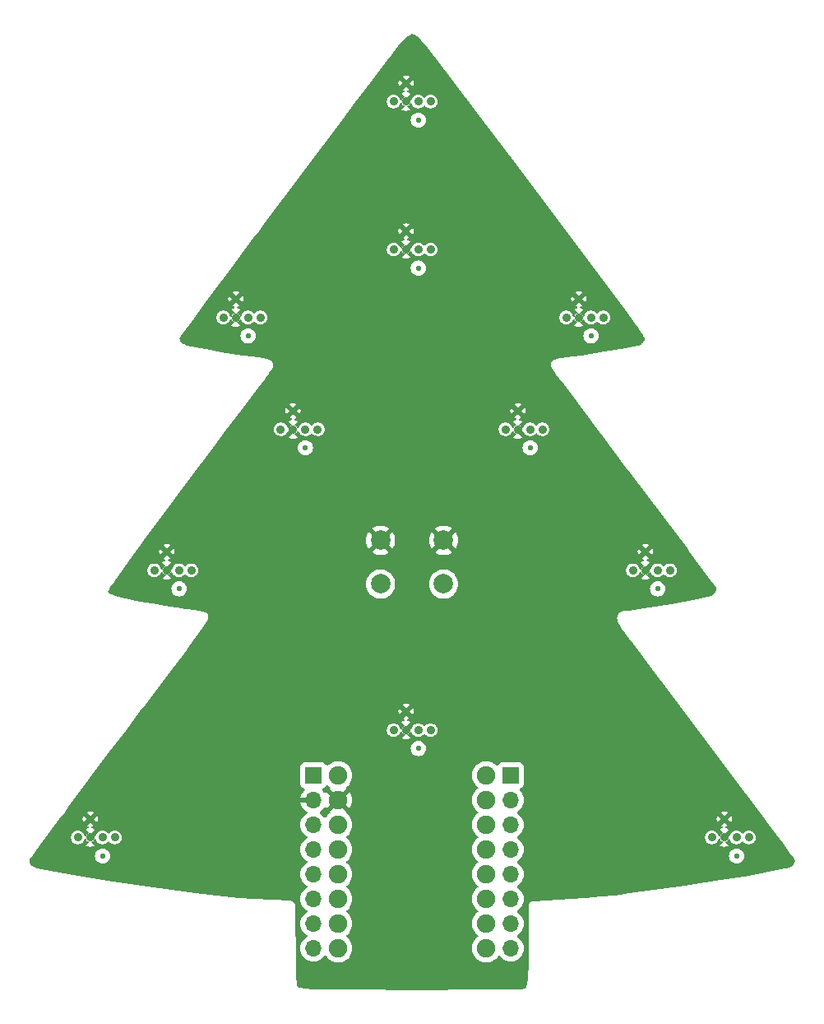
<source format=gtl>
G04 #@! TF.GenerationSoftware,KiCad,Pcbnew,8.0.6*
G04 #@! TF.CreationDate,2024-11-27T22:06:41+01:00*
G04 #@! TF.ProjectId,christmas_soldering_kit_2024,63687269-7374-46d6-9173-5f736f6c6465,rev?*
G04 #@! TF.SameCoordinates,Original*
G04 #@! TF.FileFunction,Copper,L1,Top*
G04 #@! TF.FilePolarity,Positive*
%FSLAX46Y46*%
G04 Gerber Fmt 4.6, Leading zero omitted, Abs format (unit mm)*
G04 Created by KiCad (PCBNEW 8.0.6) date 2024-11-27 22:06:41*
%MOMM*%
%LPD*%
G01*
G04 APERTURE LIST*
G04 #@! TA.AperFunction,ComponentPad*
%ADD10C,0.900000*%
G04 #@! TD*
G04 #@! TA.AperFunction,ComponentPad*
%ADD11C,0.550000*%
G04 #@! TD*
G04 #@! TA.AperFunction,ComponentPad*
%ADD12R,1.700000X1.700000*%
G04 #@! TD*
G04 #@! TA.AperFunction,ComponentPad*
%ADD13O,1.700000X1.700000*%
G04 #@! TD*
G04 #@! TA.AperFunction,ComponentPad*
%ADD14C,1.905000*%
G04 #@! TD*
G04 #@! TA.AperFunction,ComponentPad*
%ADD15C,2.000000*%
G04 #@! TD*
G04 APERTURE END LIST*
D10*
X160100000Y-84000000D03*
D11*
X161370000Y-82095000D03*
D10*
X161370000Y-84000000D03*
X162640000Y-84000000D03*
D11*
X162640000Y-85905000D03*
D10*
X163910000Y-84000000D03*
X173228000Y-98500000D03*
D11*
X174498000Y-96595000D03*
D10*
X174498000Y-98500000D03*
X175768000Y-98500000D03*
D11*
X175768000Y-100405000D03*
D10*
X177038000Y-98500000D03*
X136980000Y-84000000D03*
D11*
X138250000Y-82095000D03*
D10*
X138250000Y-84000000D03*
X139520000Y-84000000D03*
D11*
X139520000Y-85905000D03*
D10*
X140790000Y-84000000D03*
X148590000Y-50292000D03*
D11*
X149860000Y-48387000D03*
D10*
X149860000Y-50292000D03*
X151130000Y-50292000D03*
D11*
X151130000Y-52197000D03*
D10*
X152400000Y-50292000D03*
X123952000Y-98500000D03*
D11*
X125222000Y-96595000D03*
D10*
X125222000Y-98500000D03*
X126492000Y-98500000D03*
D11*
X126492000Y-100405000D03*
D10*
X127762000Y-98500000D03*
X116078000Y-125979000D03*
D11*
X117348000Y-124074000D03*
D10*
X117348000Y-125979000D03*
X118618000Y-125979000D03*
D11*
X118618000Y-127884000D03*
D10*
X119888000Y-125979000D03*
X166370000Y-72500000D03*
D11*
X167640000Y-70595000D03*
D10*
X167640000Y-72500000D03*
X168910000Y-72500000D03*
D11*
X168910000Y-74405000D03*
D10*
X170180000Y-72500000D03*
X181356000Y-125979000D03*
D11*
X182626000Y-124074000D03*
D10*
X182626000Y-125979000D03*
X183896000Y-125979000D03*
D11*
X183896000Y-127884000D03*
D10*
X185166000Y-125979000D03*
X131064000Y-72500000D03*
D11*
X132334000Y-70595000D03*
D10*
X132334000Y-72500000D03*
X133604000Y-72500000D03*
D11*
X133604000Y-74405000D03*
D10*
X134874000Y-72500000D03*
X148600000Y-65500000D03*
D11*
X149870000Y-63595000D03*
D10*
X149870000Y-65500000D03*
X151140000Y-65500000D03*
D11*
X151140000Y-67405000D03*
D10*
X152410000Y-65500000D03*
X148590000Y-114935000D03*
D11*
X149860000Y-113030000D03*
D10*
X149860000Y-114935000D03*
X151130000Y-114935000D03*
D11*
X151130000Y-116840000D03*
D10*
X152400000Y-114935000D03*
D12*
X160660000Y-119600000D03*
D13*
X160660000Y-122140000D03*
X160660000Y-124680000D03*
X160660000Y-127220000D03*
X160660000Y-129760000D03*
X160660000Y-132300000D03*
X160660000Y-134840000D03*
X160660000Y-137380000D03*
D14*
X142880000Y-137380000D03*
X142880000Y-134840000D03*
X142880000Y-132300000D03*
X142880000Y-129760000D03*
X142880000Y-124680000D03*
X142880000Y-127220000D03*
X158120000Y-119600000D03*
X142880000Y-119600000D03*
X158120000Y-122140000D03*
X158120000Y-124680000D03*
X158120000Y-127220000D03*
X158120000Y-129760000D03*
X158120000Y-132300000D03*
X158120000Y-134840000D03*
X158120000Y-137380000D03*
X142880000Y-122140000D03*
D12*
X140340000Y-119600000D03*
D13*
X140340000Y-122140000D03*
X140340000Y-124680000D03*
X140340000Y-127220000D03*
X140340000Y-129760000D03*
X140340000Y-132300000D03*
X140340000Y-134840000D03*
X140340000Y-137380000D03*
D15*
X147245000Y-99913000D03*
X153745000Y-99913000D03*
X147245000Y-95413000D03*
X153745000Y-95413000D03*
G04 #@! TA.AperFunction,Conductor*
G36*
X142317271Y-122440785D02*
G01*
X142386764Y-122544789D01*
X142475211Y-122633236D01*
X142579215Y-122702729D01*
X142643991Y-122729560D01*
X142043790Y-123329761D01*
X142044747Y-123345171D01*
X142061565Y-123368539D01*
X142065239Y-123438312D01*
X142030607Y-123498995D01*
X142020752Y-123507535D01*
X141892539Y-123607327D01*
X141892534Y-123607332D01*
X141729449Y-123784490D01*
X141652152Y-123902802D01*
X141599005Y-123948158D01*
X141529774Y-123957582D01*
X141466438Y-123928080D01*
X141446768Y-123906103D01*
X141378494Y-123808597D01*
X141211402Y-123641506D01*
X141211401Y-123641505D01*
X141025405Y-123511269D01*
X140981781Y-123456692D01*
X140974588Y-123387193D01*
X141006110Y-123324839D01*
X141025405Y-123308119D01*
X141211082Y-123178105D01*
X141378105Y-123011082D01*
X141446782Y-122913003D01*
X141501359Y-122869378D01*
X141570858Y-122862186D01*
X141633212Y-122893708D01*
X141652166Y-122916306D01*
X141690880Y-122975563D01*
X142290438Y-122376006D01*
X142317271Y-122440785D01*
G37*
G04 #@! TD.AperFunction*
G04 #@! TA.AperFunction,Conductor*
G36*
X141818632Y-120602087D02*
G01*
X141850433Y-120626934D01*
X141892537Y-120672671D01*
X141977021Y-120738428D01*
X142020750Y-120772463D01*
X142061563Y-120829173D01*
X142065238Y-120898946D01*
X142044746Y-120934851D01*
X142043791Y-120950237D01*
X142643992Y-121550438D01*
X142579215Y-121577271D01*
X142475211Y-121646764D01*
X142386764Y-121735211D01*
X142317271Y-121839215D01*
X142290438Y-121903992D01*
X141690880Y-121304434D01*
X141652164Y-121363694D01*
X141599018Y-121409051D01*
X141529787Y-121418474D01*
X141466451Y-121388972D01*
X141446781Y-121366995D01*
X141378113Y-121268926D01*
X141378108Y-121268920D01*
X141256053Y-121146865D01*
X141222568Y-121085542D01*
X141227552Y-121015850D01*
X141269424Y-120959917D01*
X141300400Y-120943002D01*
X141418523Y-120898946D01*
X141432326Y-120893798D01*
X141432326Y-120893797D01*
X141432331Y-120893796D01*
X141547546Y-120807546D01*
X141633796Y-120692331D01*
X141641127Y-120672676D01*
X141643025Y-120667588D01*
X141684895Y-120611654D01*
X141750359Y-120587236D01*
X141818632Y-120602087D01*
G37*
G04 #@! TD.AperFunction*
G04 #@! TA.AperFunction,Conductor*
G36*
X150531461Y-43341535D02*
G01*
X150555211Y-43342939D01*
X150568217Y-43344400D01*
X150595732Y-43348977D01*
X150607674Y-43351576D01*
X150641702Y-43360757D01*
X150652215Y-43364102D01*
X150694454Y-43379647D01*
X150703401Y-43383344D01*
X150754553Y-43406854D01*
X150761976Y-43410571D01*
X150815430Y-43439619D01*
X150823964Y-43444710D01*
X150869685Y-43474530D01*
X150977236Y-43544678D01*
X150984880Y-43550087D01*
X151132809Y-43663386D01*
X151147208Y-43676317D01*
X151188411Y-43719592D01*
X151208084Y-43740254D01*
X151213066Y-43745813D01*
X151397775Y-43964812D01*
X151399743Y-43967204D01*
X152057867Y-44788269D01*
X152059081Y-44789809D01*
X154290149Y-47665265D01*
X154290768Y-47666070D01*
X157451528Y-51809342D01*
X157451909Y-51809844D01*
X161209266Y-56787410D01*
X161209378Y-56787559D01*
X172677971Y-72028437D01*
X172678200Y-72028742D01*
X173087394Y-72576016D01*
X173088486Y-72577499D01*
X173453783Y-73081509D01*
X173455028Y-73083259D01*
X173773571Y-73539173D01*
X173775076Y-73541376D01*
X174042025Y-73941516D01*
X174043978Y-73944538D01*
X174253632Y-74279452D01*
X174256413Y-74284119D01*
X174405065Y-74546478D01*
X174408155Y-74552286D01*
X174446556Y-74629358D01*
X174451654Y-74639589D01*
X174454572Y-74645882D01*
X174462835Y-74665088D01*
X174471248Y-74734450D01*
X174466030Y-74754882D01*
X174462807Y-74764135D01*
X174460706Y-74769729D01*
X174452662Y-74789673D01*
X174450459Y-74794798D01*
X174442940Y-74811264D01*
X174439498Y-74818218D01*
X174409758Y-74873848D01*
X174404998Y-74881992D01*
X174370350Y-74936402D01*
X174365448Y-74943536D01*
X174323312Y-75000502D01*
X174318271Y-75006871D01*
X174269599Y-75064379D01*
X174264368Y-75070178D01*
X174210322Y-75126434D01*
X174204828Y-75131809D01*
X174146646Y-75185302D01*
X174140781Y-75190366D01*
X174079906Y-75239688D01*
X174073543Y-75244512D01*
X174011500Y-75288481D01*
X174004479Y-75293108D01*
X173937947Y-75333781D01*
X173932149Y-75337113D01*
X173906918Y-75350726D01*
X173902744Y-75352877D01*
X173873519Y-75367244D01*
X173869076Y-75369320D01*
X173840987Y-75381769D01*
X173836217Y-75383765D01*
X173809403Y-75394334D01*
X173804285Y-75396222D01*
X173779163Y-75404868D01*
X173773674Y-75406616D01*
X173757642Y-75411313D01*
X173748816Y-75413551D01*
X173300230Y-75509893D01*
X173296675Y-75510602D01*
X172490175Y-75659294D01*
X172488348Y-75659616D01*
X170263716Y-76035451D01*
X170262213Y-76035696D01*
X167957400Y-76396012D01*
X167955806Y-76396250D01*
X167047040Y-76526246D01*
X167044500Y-76526583D01*
X166436840Y-76600731D01*
X166434954Y-76600947D01*
X166269206Y-76618601D01*
X166255576Y-76619297D01*
X166250985Y-76619278D01*
X166192028Y-76626796D01*
X166189478Y-76627094D01*
X166130390Y-76633387D01*
X166125917Y-76634468D01*
X166112503Y-76636935D01*
X166031461Y-76647269D01*
X166018091Y-76648243D01*
X166012133Y-76648354D01*
X165953979Y-76657117D01*
X165951187Y-76657505D01*
X165892876Y-76664939D01*
X165887112Y-76666459D01*
X165873989Y-76669169D01*
X165813641Y-76678262D01*
X165800367Y-76678699D01*
X165800403Y-76679476D01*
X165792289Y-76679849D01*
X165735828Y-76689940D01*
X165732493Y-76690489D01*
X165675764Y-76699038D01*
X165667958Y-76701287D01*
X165667743Y-76700541D01*
X165655028Y-76704383D01*
X165617087Y-76711164D01*
X165602009Y-76712139D01*
X165602040Y-76712505D01*
X165593942Y-76713178D01*
X165540811Y-76724713D01*
X165536324Y-76725601D01*
X165482813Y-76735166D01*
X165475067Y-76737629D01*
X165474955Y-76737279D01*
X165460645Y-76742119D01*
X165443254Y-76745895D01*
X165418291Y-76748711D01*
X165416010Y-76748735D01*
X165370217Y-76761534D01*
X165363153Y-76763286D01*
X165316697Y-76773373D01*
X165316684Y-76773378D01*
X165316434Y-76773507D01*
X165315862Y-76773673D01*
X165309047Y-76776120D01*
X165308895Y-76775698D01*
X165270876Y-76786754D01*
X165264272Y-76787352D01*
X165264260Y-76787355D01*
X165225756Y-76801505D01*
X165216368Y-76804537D01*
X165185008Y-76813303D01*
X165176869Y-76815209D01*
X165176195Y-76815431D01*
X165144099Y-76830898D01*
X165133047Y-76835579D01*
X165099617Y-76847865D01*
X165099616Y-76847866D01*
X165097893Y-76849081D01*
X165072291Y-76862943D01*
X165057895Y-76868669D01*
X165057894Y-76868669D01*
X165053087Y-76872251D01*
X165032855Y-76884508D01*
X165027458Y-76887109D01*
X165019020Y-76894374D01*
X165016843Y-76896205D01*
X164986458Y-76921174D01*
X164971569Y-76931676D01*
X164966784Y-76934548D01*
X164966629Y-76934672D01*
X164951783Y-76947731D01*
X164933751Y-76961167D01*
X164929663Y-76965140D01*
X164920851Y-76974125D01*
X164916949Y-76978295D01*
X164900675Y-77001037D01*
X164889014Y-77015032D01*
X164875208Y-77029320D01*
X164875206Y-77029323D01*
X164869015Y-77040484D01*
X164857887Y-77057192D01*
X164852052Y-77064578D01*
X164849155Y-77069436D01*
X164839528Y-77086487D01*
X164836892Y-77090170D01*
X164835554Y-77092041D01*
X164835549Y-77092050D01*
X164828561Y-77110652D01*
X164820923Y-77127181D01*
X164811285Y-77144558D01*
X164811280Y-77144570D01*
X164805034Y-77169590D01*
X164801360Y-77180467D01*
X164799773Y-77186073D01*
X164796550Y-77195873D01*
X164789008Y-77215950D01*
X164788504Y-77218047D01*
X164786171Y-77240168D01*
X164783165Y-77257187D01*
X164777774Y-77278781D01*
X164777957Y-77289453D01*
X164776913Y-77300906D01*
X164777513Y-77300948D01*
X164776952Y-77309054D01*
X164777034Y-77310365D01*
X164776587Y-77331032D01*
X164774681Y-77349099D01*
X164774681Y-77349102D01*
X164778153Y-77371081D01*
X164779653Y-77388292D01*
X164780036Y-77410546D01*
X164780036Y-77410548D01*
X164780396Y-77411804D01*
X164784952Y-77438282D01*
X164785094Y-77440584D01*
X164785095Y-77440589D01*
X164789434Y-77453525D01*
X164794350Y-77473600D01*
X164796481Y-77487092D01*
X164798787Y-77494883D01*
X164798443Y-77494984D01*
X164799716Y-77499147D01*
X164800355Y-77498946D01*
X164802797Y-77506690D01*
X164811040Y-77524363D01*
X164813069Y-77529789D01*
X164813083Y-77529784D01*
X164819399Y-77544316D01*
X164823232Y-77554293D01*
X164830669Y-77576464D01*
X164830670Y-77576465D01*
X164830672Y-77576470D01*
X164836984Y-77585993D01*
X164842106Y-77594431D01*
X164849958Y-77608612D01*
X164855734Y-77622536D01*
X164856078Y-77622386D01*
X164859328Y-77629833D01*
X164859953Y-77630869D01*
X164866123Y-77642455D01*
X164872889Y-77656961D01*
X164876472Y-77661230D01*
X164889948Y-77680838D01*
X164890306Y-77681484D01*
X164894052Y-77690123D01*
X164894371Y-77689972D01*
X164897852Y-77697308D01*
X164903994Y-77706805D01*
X164908347Y-77714069D01*
X164916059Y-77727996D01*
X164916062Y-77727999D01*
X164920886Y-77734525D01*
X164920731Y-77734638D01*
X164927553Y-77743235D01*
X164928251Y-77744314D01*
X164930340Y-77747657D01*
X164959255Y-77795633D01*
X164964319Y-77801981D01*
X164963854Y-77802351D01*
X164972832Y-77813248D01*
X164980901Y-77825726D01*
X164987455Y-77837150D01*
X164990700Y-77843574D01*
X165023504Y-77891671D01*
X165025184Y-77894201D01*
X165056815Y-77943111D01*
X165056818Y-77943115D01*
X165056821Y-77943119D01*
X165056824Y-77943122D01*
X165061486Y-77948600D01*
X165069474Y-77959070D01*
X165102019Y-78006787D01*
X165109340Y-78018968D01*
X165110047Y-78020315D01*
X165145158Y-78070063D01*
X165146288Y-78071693D01*
X165180600Y-78121999D01*
X165180602Y-78122001D01*
X165180606Y-78122007D01*
X165180610Y-78122011D01*
X165181604Y-78123122D01*
X165190476Y-78134274D01*
X165245636Y-78212431D01*
X165252511Y-78223514D01*
X165289387Y-78274435D01*
X165290202Y-78275575D01*
X165295266Y-78282749D01*
X165326493Y-78326995D01*
X165334759Y-78337089D01*
X165408945Y-78439531D01*
X165414967Y-78448998D01*
X165453214Y-78500672D01*
X165453976Y-78501712D01*
X165491770Y-78553901D01*
X165498969Y-78562491D01*
X165588509Y-78683468D01*
X165594209Y-78692234D01*
X165595487Y-78693927D01*
X165595488Y-78693928D01*
X165633457Y-78744205D01*
X165634108Y-78745076D01*
X165672761Y-78797300D01*
X165679558Y-78805248D01*
X165780505Y-78938915D01*
X165781215Y-78939993D01*
X165824859Y-78997646D01*
X165824945Y-78997759D01*
X165869168Y-79056316D01*
X165870019Y-79057301D01*
X166878319Y-80389223D01*
X168083889Y-81994721D01*
X168083913Y-81994785D01*
X168083929Y-81994774D01*
X170046748Y-84611630D01*
X170048999Y-84615067D01*
X170052425Y-84619600D01*
X170052426Y-84619601D01*
X170091558Y-84671373D01*
X170130581Y-84723398D01*
X170130583Y-84723399D01*
X170133985Y-84727935D01*
X170136658Y-84731040D01*
X172527065Y-87893510D01*
X172943132Y-88443960D01*
X172943333Y-88444228D01*
X176405936Y-93051015D01*
X178815363Y-96256616D01*
X179054298Y-96574504D01*
X179054859Y-96575256D01*
X180232574Y-98168182D01*
X181001529Y-99208238D01*
X181003038Y-99210325D01*
X181773511Y-100299031D01*
X181790786Y-100334114D01*
X181791261Y-100335654D01*
X181793537Y-100344076D01*
X181795912Y-100354274D01*
X181797536Y-100362493D01*
X181799554Y-100374900D01*
X181800588Y-100382887D01*
X181802008Y-100397590D01*
X181802509Y-100405259D01*
X181803093Y-100422286D01*
X181803127Y-100429654D01*
X181802643Y-100448901D01*
X181802266Y-100455933D01*
X181800514Y-100477266D01*
X181799776Y-100483993D01*
X181796583Y-100507236D01*
X181795532Y-100513642D01*
X181790772Y-100538543D01*
X181789442Y-100544660D01*
X181783010Y-100571016D01*
X181781433Y-100576853D01*
X181773277Y-100604372D01*
X181771474Y-100609966D01*
X181761549Y-100638427D01*
X181759542Y-100643783D01*
X181747858Y-100672895D01*
X181745659Y-100678034D01*
X181732241Y-100707544D01*
X181729849Y-100712509D01*
X181714725Y-100742195D01*
X181712158Y-100746973D01*
X181695414Y-100776563D01*
X181692661Y-100781190D01*
X181674345Y-100810511D01*
X181671403Y-100815001D01*
X181651686Y-100843719D01*
X181648552Y-100848079D01*
X181627437Y-100876147D01*
X181624107Y-100880379D01*
X181601821Y-100907470D01*
X181598273Y-100911595D01*
X181574902Y-100937591D01*
X181571128Y-100941606D01*
X181546796Y-100966364D01*
X181542785Y-100970265D01*
X181517671Y-100993612D01*
X181513409Y-100997395D01*
X181487627Y-101019243D01*
X181483093Y-101022906D01*
X181456825Y-101043124D01*
X181452007Y-101046651D01*
X181425390Y-101065168D01*
X181420288Y-101068533D01*
X181393426Y-101085317D01*
X181388004Y-101088515D01*
X181361031Y-101103520D01*
X181355297Y-101106517D01*
X181328825Y-101119484D01*
X181305067Y-101128243D01*
X180862690Y-101241635D01*
X180856976Y-101242956D01*
X179893971Y-101441801D01*
X179891566Y-101442273D01*
X177125183Y-101956692D01*
X177123271Y-101957032D01*
X174330718Y-102431199D01*
X174328367Y-102431575D01*
X173331748Y-102581173D01*
X173326395Y-102581858D01*
X172818524Y-102635623D01*
X172807903Y-102636288D01*
X172719815Y-102638017D01*
X172705915Y-102636683D01*
X172705865Y-102637307D01*
X172697767Y-102636654D01*
X172697765Y-102636654D01*
X172697762Y-102636654D01*
X172697761Y-102636654D01*
X172641558Y-102639494D01*
X172637738Y-102639628D01*
X172610316Y-102640167D01*
X172601643Y-102640034D01*
X172598891Y-102639895D01*
X172594534Y-102640247D01*
X172587005Y-102640625D01*
X172581520Y-102640733D01*
X172577839Y-102641291D01*
X172569243Y-102642289D01*
X172542573Y-102644443D01*
X172538848Y-102644687D01*
X172519153Y-102645682D01*
X172509887Y-102645263D01*
X172509884Y-102645589D01*
X172501763Y-102645504D01*
X172491036Y-102646802D01*
X172482436Y-102647539D01*
X172482423Y-102647539D01*
X172481260Y-102647753D01*
X172473793Y-102648889D01*
X172457095Y-102650909D01*
X172448707Y-102651924D01*
X172443794Y-102652420D01*
X172422151Y-102654167D01*
X172412096Y-102654126D01*
X172405025Y-102654423D01*
X172398623Y-102655541D01*
X172392201Y-102656360D01*
X172386977Y-102657482D01*
X172382288Y-102658394D01*
X172356250Y-102662941D01*
X172349817Y-102663892D01*
X172322112Y-102667245D01*
X172309333Y-102667889D01*
X172306898Y-102668160D01*
X172263842Y-102678782D01*
X172255477Y-102680542D01*
X172212507Y-102688047D01*
X172208643Y-102688519D01*
X172205277Y-102689207D01*
X172169707Y-102701484D01*
X172158958Y-102704658D01*
X172122423Y-102713672D01*
X172116386Y-102716033D01*
X172105912Y-102719052D01*
X172105924Y-102719086D01*
X172098211Y-102721636D01*
X172072075Y-102734271D01*
X172058567Y-102739844D01*
X172031144Y-102749309D01*
X172031139Y-102749311D01*
X172025617Y-102753042D01*
X171997500Y-102767211D01*
X171985445Y-102771468D01*
X171985441Y-102771469D01*
X171985438Y-102771471D01*
X171985435Y-102771472D01*
X171985435Y-102771473D01*
X171970026Y-102782041D01*
X171953870Y-102791415D01*
X171937033Y-102799555D01*
X171937030Y-102799557D01*
X171918228Y-102815787D01*
X171899331Y-102829233D01*
X171870983Y-102845643D01*
X171870981Y-102845645D01*
X171865432Y-102851207D01*
X171847794Y-102865880D01*
X171841320Y-102870320D01*
X171814008Y-102902237D01*
X171807476Y-102909296D01*
X171807092Y-102909680D01*
X171802707Y-102913856D01*
X171765466Y-102947625D01*
X171764169Y-102949154D01*
X171750835Y-102965699D01*
X171749615Y-102967293D01*
X171724532Y-103010853D01*
X171721300Y-103016155D01*
X171716012Y-103024359D01*
X171713026Y-103028780D01*
X171682737Y-103071605D01*
X171678952Y-103078794D01*
X171678852Y-103078741D01*
X171676377Y-103083697D01*
X171676480Y-103083746D01*
X171673010Y-103091084D01*
X171656983Y-103140999D01*
X171655239Y-103146052D01*
X171652525Y-103153400D01*
X171649783Y-103160199D01*
X171630757Y-103203623D01*
X171630753Y-103203635D01*
X171630392Y-103206008D01*
X171624132Y-103230272D01*
X171623297Y-103232532D01*
X171623295Y-103232541D01*
X171623295Y-103232542D01*
X171619153Y-103277425D01*
X171616091Y-103295636D01*
X171607437Y-103330822D01*
X171607687Y-103342942D01*
X171606299Y-103364168D01*
X171604475Y-103376139D01*
X171604475Y-103376148D01*
X171607392Y-103402411D01*
X171607487Y-103428904D01*
X171605540Y-103447653D01*
X171605540Y-103447661D01*
X171609139Y-103470206D01*
X171610663Y-103487189D01*
X171611135Y-103510033D01*
X171613467Y-103518071D01*
X171618377Y-103552122D01*
X171618387Y-103554660D01*
X171626874Y-103585843D01*
X171629675Y-103598858D01*
X171634767Y-103630755D01*
X171637085Y-103638546D01*
X171636888Y-103638604D01*
X171640790Y-103650417D01*
X171641755Y-103654770D01*
X171655393Y-103692252D01*
X171658513Y-103702081D01*
X171668993Y-103740583D01*
X171670669Y-103744583D01*
X171671280Y-103746311D01*
X171691800Y-103793068D01*
X171694779Y-103800499D01*
X171710413Y-103843464D01*
X171714167Y-103850676D01*
X171714135Y-103850692D01*
X171715789Y-103853467D01*
X171734873Y-103891600D01*
X171737513Y-103897225D01*
X171757663Y-103943139D01*
X171761869Y-103950086D01*
X171761619Y-103950236D01*
X171764409Y-103954472D01*
X171784168Y-103990320D01*
X171786458Y-103994677D01*
X171810400Y-104042513D01*
X171811763Y-104044527D01*
X171815719Y-104050767D01*
X171839788Y-104091354D01*
X171841722Y-104094736D01*
X171849628Y-104109079D01*
X171869045Y-104144308D01*
X171873081Y-104150239D01*
X171901855Y-104196094D01*
X171903451Y-104198711D01*
X171934094Y-104250386D01*
X171936678Y-104253980D01*
X171970600Y-104305696D01*
X171971948Y-104307797D01*
X172007934Y-104365145D01*
X172007607Y-104365350D01*
X172008846Y-104367233D01*
X172009015Y-104367118D01*
X172046964Y-104422176D01*
X172048552Y-104424536D01*
X172080753Y-104473628D01*
X172084742Y-104478255D01*
X172092918Y-104488845D01*
X172174558Y-104607289D01*
X172181658Y-104618908D01*
X172183929Y-104623128D01*
X172183931Y-104623131D01*
X172183933Y-104623135D01*
X172208509Y-104657235D01*
X172218637Y-104671289D01*
X172220135Y-104673415D01*
X172253799Y-104722254D01*
X172257004Y-104725804D01*
X172265563Y-104736399D01*
X172377558Y-104891795D01*
X172385159Y-104903769D01*
X172422029Y-104953519D01*
X172423001Y-104954849D01*
X172459200Y-105005076D01*
X172468305Y-105015961D01*
X172611997Y-105209851D01*
X172616747Y-105217159D01*
X172656758Y-105270257D01*
X172657350Y-105271049D01*
X172696920Y-105324442D01*
X172702569Y-105331051D01*
X172879212Y-105565467D01*
X172879284Y-105565575D01*
X172924166Y-105625123D01*
X172924174Y-105625134D01*
X172967965Y-105683246D01*
X172968043Y-105683336D01*
X175963031Y-109656929D01*
X175963242Y-109657250D01*
X176007498Y-109715924D01*
X176007524Y-109715958D01*
X176051962Y-109774917D01*
X176052205Y-109775198D01*
X183462630Y-119600000D01*
X183700171Y-119914933D01*
X183700234Y-119915100D01*
X183700274Y-119915070D01*
X186066258Y-123060909D01*
X188029754Y-125697099D01*
X188030139Y-125697621D01*
X188649355Y-126542171D01*
X189385450Y-127546134D01*
X189386507Y-127547598D01*
X189764607Y-128079361D01*
X189767517Y-128083640D01*
X189882227Y-128260122D01*
X189898432Y-128297130D01*
X189899797Y-128302496D01*
X189901512Y-128310274D01*
X189903980Y-128323473D01*
X189905174Y-128331202D01*
X189906924Y-128345502D01*
X189907616Y-128353086D01*
X189908555Y-128368629D01*
X189908781Y-128376034D01*
X189908791Y-128392906D01*
X189908587Y-128400091D01*
X189907539Y-128418333D01*
X189906942Y-128425291D01*
X189904703Y-128444896D01*
X189903750Y-128451609D01*
X189900208Y-128472443D01*
X189898935Y-128478892D01*
X189893955Y-128501015D01*
X189892391Y-128507211D01*
X189885915Y-128530344D01*
X189884094Y-128536274D01*
X189876006Y-128560438D01*
X189873947Y-128566124D01*
X189864229Y-128591049D01*
X189861953Y-128596499D01*
X189850541Y-128622095D01*
X189848074Y-128627301D01*
X189834945Y-128653414D01*
X189832289Y-128658410D01*
X189817460Y-128684828D01*
X189814635Y-128689607D01*
X189798101Y-128716199D01*
X189795112Y-128720778D01*
X189776883Y-128747402D01*
X189773737Y-128751788D01*
X189753861Y-128778267D01*
X189750560Y-128782472D01*
X189729109Y-128808621D01*
X189725660Y-128812647D01*
X189702602Y-128838424D01*
X189699000Y-128842282D01*
X189674464Y-128867467D01*
X189670715Y-128871156D01*
X189644734Y-128895654D01*
X189640839Y-128899174D01*
X189635054Y-128904184D01*
X189613475Y-128922869D01*
X189609420Y-128926232D01*
X189580733Y-128949014D01*
X189576532Y-128952207D01*
X189546625Y-128973949D01*
X189542271Y-128976974D01*
X189511144Y-128997629D01*
X189506635Y-129000483D01*
X189474367Y-129019949D01*
X189469704Y-129022626D01*
X189436360Y-129040818D01*
X189431547Y-129043309D01*
X189397176Y-129060156D01*
X189392225Y-129062449D01*
X189388181Y-129064215D01*
X189370198Y-129070473D01*
X188957134Y-129179485D01*
X188950575Y-129181027D01*
X188030842Y-129371001D01*
X188028053Y-129371543D01*
X185181264Y-129891846D01*
X185179412Y-129892170D01*
X181750478Y-130465294D01*
X181749143Y-130465510D01*
X180089051Y-130724400D01*
X180087807Y-130724588D01*
X178604163Y-130940564D01*
X178603451Y-130940665D01*
X172830750Y-131746839D01*
X172828648Y-131747114D01*
X171360416Y-131926635D01*
X171358531Y-131926851D01*
X169869436Y-132085832D01*
X169867074Y-132086062D01*
X168354855Y-132218297D01*
X168352053Y-132218510D01*
X166808236Y-132318320D01*
X166806704Y-132318409D01*
X162992651Y-132517615D01*
X162986183Y-132517784D01*
X162936583Y-132517784D01*
X162936381Y-132517838D01*
X162910777Y-132521891D01*
X162910569Y-132521901D01*
X162863391Y-132537220D01*
X162857195Y-132539055D01*
X162809291Y-132551891D01*
X162809283Y-132551895D01*
X162809104Y-132551999D01*
X162785429Y-132562537D01*
X162785229Y-132562601D01*
X162785227Y-132562602D01*
X162743630Y-132589605D01*
X162738119Y-132592982D01*
X162695161Y-132617785D01*
X162695153Y-132617791D01*
X162695006Y-132617939D01*
X162674874Y-132634239D01*
X162674698Y-132634352D01*
X162674689Y-132634360D01*
X162641493Y-132671214D01*
X162637042Y-132675903D01*
X162601980Y-132710965D01*
X162601975Y-132710971D01*
X162601868Y-132711158D01*
X162586642Y-132732111D01*
X162586497Y-132732271D01*
X162586496Y-132732273D01*
X162586494Y-132732276D01*
X162586493Y-132732278D01*
X162567003Y-132770512D01*
X162563972Y-132776458D01*
X162560886Y-132782139D01*
X162536086Y-132825095D01*
X162536031Y-132825301D01*
X162526739Y-132849499D01*
X162526645Y-132849682D01*
X162526644Y-132849685D01*
X162516324Y-132898193D01*
X162514814Y-132904481D01*
X162501977Y-132952388D01*
X162501977Y-132952587D01*
X162499263Y-132978387D01*
X162499221Y-132978583D01*
X162499220Y-132978586D01*
X162501808Y-133028115D01*
X162501977Y-133034583D01*
X162501977Y-137009844D01*
X162501976Y-137010392D01*
X162495807Y-138406074D01*
X162495781Y-138408093D01*
X162473105Y-139503181D01*
X162473015Y-139506000D01*
X162453868Y-139946362D01*
X162453709Y-139949244D01*
X162428477Y-140326833D01*
X162428143Y-140330847D01*
X162396721Y-140646538D01*
X162396041Y-140652097D01*
X162358804Y-140908213D01*
X162357449Y-140915848D01*
X162315838Y-141114058D01*
X162313207Y-141124366D01*
X162270318Y-141266663D01*
X162265421Y-141280067D01*
X162226318Y-141370556D01*
X162217848Y-141386758D01*
X162187722Y-141435297D01*
X162174807Y-141452554D01*
X162153493Y-141476394D01*
X162137052Y-141491726D01*
X162113785Y-141509774D01*
X162096812Y-141520844D01*
X162054272Y-141543871D01*
X162039946Y-141550484D01*
X162031110Y-141553899D01*
X161993552Y-141562031D01*
X161740343Y-141576643D01*
X161735925Y-141576819D01*
X160863837Y-141595999D01*
X160862513Y-141596021D01*
X157942740Y-141629042D01*
X157941843Y-141629049D01*
X150433302Y-141659603D01*
X150432623Y-141659604D01*
X145269421Y-141652355D01*
X145268266Y-141652348D01*
X141662206Y-141613694D01*
X141659708Y-141613642D01*
X140407230Y-141574973D01*
X140403537Y-141574804D01*
X139501773Y-141520014D01*
X139493762Y-141519266D01*
X138938644Y-141449185D01*
X138924382Y-141446529D01*
X138825026Y-141421937D01*
X138803361Y-141414388D01*
X138793063Y-141409691D01*
X138772554Y-141397851D01*
X138750170Y-141381898D01*
X138746506Y-141379184D01*
X138730317Y-141366724D01*
X138725978Y-141363226D01*
X138723942Y-141361508D01*
X138722210Y-141360046D01*
X138685870Y-141308262D01*
X138682957Y-141300383D01*
X138681667Y-141296712D01*
X138679361Y-141289797D01*
X138677783Y-141284696D01*
X138667477Y-141248590D01*
X138665926Y-141242588D01*
X138665830Y-141242176D01*
X138655595Y-141198035D01*
X138654535Y-141192990D01*
X138646687Y-141151346D01*
X138643565Y-141134783D01*
X138642855Y-141130621D01*
X138631798Y-141058486D01*
X138631321Y-141055061D01*
X138620533Y-140968657D01*
X138620232Y-140965992D01*
X138609959Y-140865164D01*
X138609766Y-140863082D01*
X138600125Y-140747404D01*
X138600002Y-140745769D01*
X138591069Y-140615131D01*
X138590978Y-140613673D01*
X138582744Y-140467441D01*
X138582685Y-140466295D01*
X138582156Y-140454937D01*
X138575118Y-140303906D01*
X138575081Y-140303013D01*
X138574203Y-140280370D01*
X138568129Y-140123760D01*
X138568106Y-140123102D01*
X138567141Y-140093434D01*
X138561707Y-139926450D01*
X138555790Y-139711903D01*
X138545036Y-139224756D01*
X138535196Y-138657882D01*
X138515292Y-137258200D01*
X138515315Y-137258117D01*
X138515291Y-137258118D01*
X138486271Y-135116270D01*
X138486272Y-135116268D01*
X138457905Y-133022882D01*
X138458092Y-133014234D01*
X138460583Y-132970310D01*
X138459386Y-132964558D01*
X138456796Y-132940977D01*
X138456717Y-132935104D01*
X138444761Y-132892787D01*
X138442699Y-132884373D01*
X138433734Y-132841290D01*
X138431088Y-132836043D01*
X138422484Y-132813936D01*
X138420888Y-132808284D01*
X138398379Y-132770490D01*
X138394202Y-132762881D01*
X138382437Y-132739545D01*
X138374407Y-132723616D01*
X138374405Y-132723613D01*
X138370499Y-132719238D01*
X138356462Y-132700106D01*
X138353455Y-132695058D01*
X138353454Y-132695056D01*
X138321946Y-132664392D01*
X138315933Y-132658115D01*
X138286644Y-132625305D01*
X138286643Y-132625304D01*
X138281728Y-132622082D01*
X138263228Y-132607242D01*
X138259019Y-132603146D01*
X138259016Y-132603144D01*
X138220631Y-132581669D01*
X138213208Y-132577168D01*
X138190987Y-132562603D01*
X138176428Y-132553060D01*
X138176426Y-132553059D01*
X138176424Y-132553058D01*
X138170841Y-132551218D01*
X138149135Y-132541674D01*
X138144453Y-132539055D01*
X138144005Y-132538804D01*
X138144004Y-132538803D01*
X138144003Y-132538803D01*
X138101380Y-132527999D01*
X138093030Y-132525568D01*
X138051266Y-132511801D01*
X138051268Y-132511801D01*
X138045399Y-132511469D01*
X138021962Y-132507869D01*
X138018608Y-132507019D01*
X138016261Y-132506424D01*
X138016259Y-132506424D01*
X138016256Y-132506423D01*
X137972287Y-132507019D01*
X137963591Y-132506831D01*
X134261047Y-132296952D01*
X134259651Y-132296865D01*
X132680158Y-132189436D01*
X132677542Y-132189230D01*
X131159513Y-132053667D01*
X131157261Y-132053446D01*
X129685723Y-131894909D01*
X129683914Y-131894700D01*
X128248890Y-131718744D01*
X128247106Y-131718512D01*
X122638143Y-130948050D01*
X122637146Y-130947909D01*
X119151847Y-130440286D01*
X119149548Y-130439929D01*
X115618607Y-129857792D01*
X115616095Y-129857352D01*
X112803201Y-129333972D01*
X112799222Y-129333164D01*
X111925270Y-129140750D01*
X111915668Y-129138229D01*
X111562937Y-129030356D01*
X111534350Y-129017467D01*
X111512118Y-129003825D01*
X111499914Y-128996337D01*
X111496276Y-128994016D01*
X111458005Y-128968653D01*
X111454349Y-128966135D01*
X111418536Y-128940510D01*
X111414876Y-128937788D01*
X111381628Y-128912098D01*
X111377972Y-128909161D01*
X111347164Y-128883439D01*
X111343524Y-128880278D01*
X111315171Y-128854671D01*
X111311575Y-128851291D01*
X111285632Y-128825902D01*
X111282064Y-128822263D01*
X111258461Y-128797182D01*
X111254966Y-128793307D01*
X111233670Y-128768664D01*
X111230238Y-128764511D01*
X111211175Y-128740399D01*
X111207836Y-128735976D01*
X111190928Y-128712497D01*
X111187705Y-128707796D01*
X111172858Y-128685031D01*
X111169756Y-128680019D01*
X111156866Y-128658038D01*
X111153943Y-128652762D01*
X111142863Y-128631558D01*
X111140136Y-128626005D01*
X111130793Y-128605710D01*
X111128279Y-128599859D01*
X111127047Y-128596776D01*
X111120509Y-128580410D01*
X111118253Y-128574301D01*
X111111929Y-128555687D01*
X111109968Y-128549365D01*
X111104949Y-128531492D01*
X111103303Y-128524945D01*
X111100532Y-128512500D01*
X111099493Y-128507835D01*
X111098184Y-128501071D01*
X111095466Y-128484581D01*
X111094527Y-128477683D01*
X111092803Y-128461636D01*
X111092252Y-128454612D01*
X111091468Y-128438904D01*
X111091317Y-128431827D01*
X111091435Y-128416244D01*
X111091692Y-128409182D01*
X111092716Y-128393529D01*
X111093387Y-128386429D01*
X111095341Y-128370633D01*
X111096417Y-128363598D01*
X111099383Y-128347363D01*
X111100851Y-128340455D01*
X111104935Y-128323616D01*
X111106782Y-128316843D01*
X111106991Y-128316154D01*
X111112111Y-128299278D01*
X111114298Y-128292737D01*
X111121047Y-128274275D01*
X111123545Y-128267982D01*
X111130498Y-128251786D01*
X111142163Y-128230598D01*
X111379782Y-127883996D01*
X117837593Y-127883996D01*
X117837593Y-127884003D01*
X117857157Y-128057648D01*
X117857159Y-128057658D01*
X117914877Y-128222604D01*
X117914878Y-128222606D01*
X118007853Y-128370576D01*
X118131424Y-128494147D01*
X118279394Y-128587122D01*
X118444343Y-128644841D01*
X118444349Y-128644841D01*
X118444351Y-128644842D01*
X118617996Y-128664407D01*
X118618000Y-128664407D01*
X118618004Y-128664407D01*
X118791648Y-128644842D01*
X118791647Y-128644842D01*
X118791657Y-128644841D01*
X118956606Y-128587122D01*
X119104576Y-128494147D01*
X119228147Y-128370576D01*
X119321122Y-128222606D01*
X119378841Y-128057657D01*
X119396434Y-127901512D01*
X119398407Y-127884003D01*
X119398407Y-127883996D01*
X119378842Y-127710351D01*
X119378841Y-127710349D01*
X119378841Y-127710343D01*
X119321122Y-127545394D01*
X119228147Y-127397424D01*
X119104576Y-127273853D01*
X118956606Y-127180878D01*
X118956605Y-127180877D01*
X118956604Y-127180877D01*
X118791658Y-127123159D01*
X118791648Y-127123157D01*
X118618004Y-127103593D01*
X118617996Y-127103593D01*
X118444351Y-127123157D01*
X118444341Y-127123159D01*
X118279395Y-127180877D01*
X118131423Y-127273853D01*
X118007853Y-127397423D01*
X117914877Y-127545395D01*
X117857159Y-127710341D01*
X117857157Y-127710351D01*
X117837593Y-127883996D01*
X111379782Y-127883996D01*
X111428145Y-127813452D01*
X111430183Y-127810570D01*
X112204743Y-126748707D01*
X112205175Y-126748122D01*
X112726545Y-126047995D01*
X115377499Y-126047995D01*
X115404418Y-126183322D01*
X115404421Y-126183332D01*
X115457221Y-126310804D01*
X115457228Y-126310817D01*
X115533885Y-126425541D01*
X115533888Y-126425545D01*
X115631454Y-126523111D01*
X115631458Y-126523114D01*
X115746182Y-126599771D01*
X115746195Y-126599778D01*
X115873667Y-126652578D01*
X115873672Y-126652580D01*
X115873676Y-126652580D01*
X115873677Y-126652581D01*
X116009004Y-126679500D01*
X116009007Y-126679500D01*
X116146995Y-126679500D01*
X116238041Y-126661389D01*
X116282328Y-126652580D01*
X116409811Y-126599775D01*
X116524542Y-126523114D01*
X116622114Y-126425542D01*
X116698775Y-126310811D01*
X116714891Y-126271902D01*
X116741771Y-126231673D01*
X116905861Y-126067582D01*
X116928667Y-126152694D01*
X116987910Y-126255306D01*
X117071694Y-126339090D01*
X117174306Y-126398333D01*
X117259414Y-126421137D01*
X116876422Y-126804130D01*
X116982688Y-126860931D01*
X117161769Y-126915255D01*
X117348000Y-126933596D01*
X117534230Y-126915255D01*
X117713309Y-126860931D01*
X117819576Y-126804129D01*
X117436585Y-126421137D01*
X117521694Y-126398333D01*
X117624306Y-126339090D01*
X117708090Y-126255306D01*
X117767333Y-126152694D01*
X117790138Y-126067583D01*
X117954228Y-126231673D01*
X117981108Y-126271902D01*
X117997223Y-126310807D01*
X117997228Y-126310817D01*
X118073885Y-126425541D01*
X118073888Y-126425545D01*
X118171454Y-126523111D01*
X118171458Y-126523114D01*
X118286182Y-126599771D01*
X118286195Y-126599778D01*
X118413667Y-126652578D01*
X118413672Y-126652580D01*
X118413676Y-126652580D01*
X118413677Y-126652581D01*
X118549004Y-126679500D01*
X118549007Y-126679500D01*
X118686995Y-126679500D01*
X118778041Y-126661389D01*
X118822328Y-126652580D01*
X118949811Y-126599775D01*
X119064542Y-126523114D01*
X119099498Y-126488158D01*
X119165319Y-126422338D01*
X119226642Y-126388853D01*
X119296334Y-126393837D01*
X119340681Y-126422338D01*
X119441454Y-126523111D01*
X119441458Y-126523114D01*
X119556182Y-126599771D01*
X119556195Y-126599778D01*
X119683667Y-126652578D01*
X119683672Y-126652580D01*
X119683676Y-126652580D01*
X119683677Y-126652581D01*
X119819004Y-126679500D01*
X119819007Y-126679500D01*
X119956995Y-126679500D01*
X120048041Y-126661389D01*
X120092328Y-126652580D01*
X120219811Y-126599775D01*
X120334542Y-126523114D01*
X120432114Y-126425542D01*
X120508775Y-126310811D01*
X120561580Y-126183328D01*
X120577813Y-126101720D01*
X120588500Y-126047995D01*
X120588500Y-125910004D01*
X120561581Y-125774677D01*
X120561580Y-125774676D01*
X120561580Y-125774672D01*
X120531766Y-125702694D01*
X120508778Y-125647195D01*
X120508771Y-125647182D01*
X120432114Y-125532458D01*
X120432111Y-125532454D01*
X120334545Y-125434888D01*
X120334541Y-125434885D01*
X120219817Y-125358228D01*
X120219804Y-125358221D01*
X120092332Y-125305421D01*
X120092322Y-125305418D01*
X119956995Y-125278500D01*
X119956993Y-125278500D01*
X119819007Y-125278500D01*
X119819005Y-125278500D01*
X119683677Y-125305418D01*
X119683667Y-125305421D01*
X119556195Y-125358221D01*
X119556182Y-125358228D01*
X119441458Y-125434885D01*
X119441454Y-125434888D01*
X119340681Y-125535662D01*
X119279358Y-125569147D01*
X119209666Y-125564163D01*
X119165319Y-125535662D01*
X119064545Y-125434888D01*
X119064541Y-125434885D01*
X118949817Y-125358228D01*
X118949804Y-125358221D01*
X118822332Y-125305421D01*
X118822322Y-125305418D01*
X118686995Y-125278500D01*
X118686993Y-125278500D01*
X118549007Y-125278500D01*
X118549005Y-125278500D01*
X118413677Y-125305418D01*
X118413667Y-125305421D01*
X118286195Y-125358221D01*
X118286182Y-125358228D01*
X118171458Y-125434885D01*
X118171454Y-125434888D01*
X118073888Y-125532454D01*
X118073882Y-125532462D01*
X117997226Y-125647186D01*
X117997223Y-125647192D01*
X117981107Y-125686098D01*
X117954228Y-125726324D01*
X117790137Y-125890414D01*
X117767333Y-125805306D01*
X117708090Y-125702694D01*
X117624306Y-125618910D01*
X117521694Y-125559667D01*
X117436584Y-125536861D01*
X117819576Y-125153869D01*
X117713307Y-125097066D01*
X117571893Y-125054168D01*
X117513455Y-125015871D01*
X117484998Y-124952058D01*
X117495559Y-124882991D01*
X117541784Y-124830598D01*
X117566935Y-124818466D01*
X117686385Y-124776669D01*
X117686389Y-124776667D01*
X117692975Y-124772528D01*
X117692975Y-124772527D01*
X117600447Y-124679999D01*
X138984341Y-124679999D01*
X138984341Y-124680000D01*
X139004936Y-124915403D01*
X139004938Y-124915413D01*
X139066094Y-125143655D01*
X139066096Y-125143659D01*
X139066097Y-125143663D01*
X139071643Y-125155556D01*
X139165965Y-125357830D01*
X139165967Y-125357834D01*
X139233231Y-125453896D01*
X139301504Y-125551400D01*
X139301506Y-125551402D01*
X139468597Y-125718493D01*
X139468603Y-125718498D01*
X139654158Y-125848425D01*
X139697783Y-125903002D01*
X139704977Y-125972500D01*
X139673454Y-126034855D01*
X139654158Y-126051575D01*
X139468597Y-126181505D01*
X139301505Y-126348597D01*
X139165965Y-126542169D01*
X139165964Y-126542171D01*
X139066098Y-126756335D01*
X139066094Y-126756344D01*
X139004938Y-126984586D01*
X139004936Y-126984596D01*
X138984341Y-127219999D01*
X138984341Y-127220000D01*
X139004936Y-127455403D01*
X139004938Y-127455413D01*
X139066094Y-127683655D01*
X139066096Y-127683659D01*
X139066097Y-127683663D01*
X139157757Y-127880228D01*
X139165965Y-127897830D01*
X139165967Y-127897834D01*
X139242049Y-128006489D01*
X139301504Y-128091400D01*
X139301506Y-128091402D01*
X139468597Y-128258493D01*
X139468603Y-128258498D01*
X139654158Y-128388425D01*
X139697783Y-128443002D01*
X139704977Y-128512500D01*
X139673454Y-128574855D01*
X139654158Y-128591575D01*
X139468597Y-128721505D01*
X139301505Y-128888597D01*
X139165965Y-129082169D01*
X139165964Y-129082171D01*
X139066098Y-129296335D01*
X139066094Y-129296344D01*
X139004938Y-129524586D01*
X139004936Y-129524596D01*
X138984341Y-129759999D01*
X138984341Y-129760000D01*
X139004936Y-129995403D01*
X139004938Y-129995413D01*
X139066094Y-130223655D01*
X139066096Y-130223659D01*
X139066097Y-130223663D01*
X139114163Y-130326740D01*
X139165965Y-130437830D01*
X139165967Y-130437834D01*
X139217843Y-130511920D01*
X139301504Y-130631400D01*
X139301506Y-130631402D01*
X139468597Y-130798493D01*
X139468603Y-130798498D01*
X139654158Y-130928425D01*
X139697783Y-130983002D01*
X139704977Y-131052500D01*
X139673454Y-131114855D01*
X139654158Y-131131575D01*
X139468597Y-131261505D01*
X139301505Y-131428597D01*
X139165965Y-131622169D01*
X139165964Y-131622171D01*
X139066098Y-131836335D01*
X139066094Y-131836344D01*
X139004938Y-132064586D01*
X139004936Y-132064596D01*
X138984341Y-132299999D01*
X138984341Y-132300000D01*
X139004936Y-132535403D01*
X139004938Y-132535413D01*
X139066094Y-132763655D01*
X139066096Y-132763659D01*
X139066097Y-132763663D01*
X139148778Y-132940972D01*
X139165965Y-132977830D01*
X139165967Y-132977834D01*
X139235402Y-133076996D01*
X139301504Y-133171400D01*
X139301506Y-133171402D01*
X139468597Y-133338493D01*
X139468603Y-133338498D01*
X139654158Y-133468425D01*
X139697783Y-133523002D01*
X139704977Y-133592500D01*
X139673454Y-133654855D01*
X139654158Y-133671575D01*
X139468597Y-133801505D01*
X139301505Y-133968597D01*
X139165965Y-134162169D01*
X139165964Y-134162171D01*
X139066098Y-134376335D01*
X139066094Y-134376344D01*
X139004938Y-134604586D01*
X139004936Y-134604596D01*
X138984341Y-134839999D01*
X138984341Y-134840000D01*
X139004936Y-135075403D01*
X139004938Y-135075413D01*
X139066094Y-135303655D01*
X139066096Y-135303659D01*
X139066097Y-135303663D01*
X139070640Y-135313405D01*
X139165965Y-135517830D01*
X139165967Y-135517834D01*
X139217843Y-135591920D01*
X139301504Y-135711400D01*
X139301506Y-135711402D01*
X139468597Y-135878493D01*
X139468603Y-135878498D01*
X139654158Y-136008425D01*
X139697783Y-136063002D01*
X139704977Y-136132500D01*
X139673454Y-136194855D01*
X139654158Y-136211575D01*
X139468597Y-136341505D01*
X139301505Y-136508597D01*
X139165965Y-136702169D01*
X139165964Y-136702171D01*
X139066098Y-136916335D01*
X139066094Y-136916344D01*
X139004938Y-137144586D01*
X139004936Y-137144596D01*
X138984341Y-137379999D01*
X138984341Y-137380000D01*
X139004936Y-137615403D01*
X139004938Y-137615413D01*
X139066094Y-137843655D01*
X139066096Y-137843659D01*
X139066097Y-137843663D01*
X139070640Y-137853405D01*
X139165965Y-138057830D01*
X139165967Y-138057834D01*
X139217843Y-138131920D01*
X139301505Y-138251401D01*
X139468599Y-138418495D01*
X139558547Y-138481477D01*
X139662165Y-138554032D01*
X139662167Y-138554033D01*
X139662170Y-138554035D01*
X139876337Y-138653903D01*
X140104592Y-138715063D01*
X140292918Y-138731539D01*
X140339999Y-138735659D01*
X140340000Y-138735659D01*
X140340001Y-138735659D01*
X140379234Y-138732226D01*
X140575408Y-138715063D01*
X140803663Y-138653903D01*
X141017830Y-138554035D01*
X141211401Y-138418495D01*
X141378495Y-138251401D01*
X141446769Y-138153894D01*
X141501344Y-138110271D01*
X141570843Y-138103077D01*
X141633197Y-138134599D01*
X141652152Y-138157198D01*
X141729446Y-138275507D01*
X141729448Y-138275509D01*
X141729449Y-138275510D01*
X141892537Y-138452671D01*
X142082561Y-138600572D01*
X142181108Y-138653903D01*
X142294121Y-138715063D01*
X142294336Y-138715179D01*
X142365586Y-138739639D01*
X142522083Y-138793365D01*
X142522085Y-138793365D01*
X142522087Y-138793366D01*
X142759601Y-138833000D01*
X142759602Y-138833000D01*
X143000398Y-138833000D01*
X143000399Y-138833000D01*
X143237913Y-138793366D01*
X143465664Y-138715179D01*
X143677439Y-138600572D01*
X143867463Y-138452671D01*
X144030551Y-138275510D01*
X144162255Y-138073922D01*
X144258983Y-137853405D01*
X144318095Y-137619976D01*
X144337980Y-137380000D01*
X144334403Y-137336835D01*
X144324723Y-137220016D01*
X144318095Y-137140024D01*
X144258983Y-136906595D01*
X144162255Y-136686078D01*
X144030551Y-136484490D01*
X143867463Y-136307329D01*
X143739656Y-136207853D01*
X143698843Y-136151143D01*
X143695168Y-136081370D01*
X143729800Y-136020687D01*
X143739656Y-136012147D01*
X143760072Y-135996255D01*
X143867463Y-135912671D01*
X144030551Y-135735510D01*
X144162255Y-135533922D01*
X144258983Y-135313405D01*
X144318095Y-135079976D01*
X144337980Y-134840000D01*
X144318095Y-134600024D01*
X144258983Y-134366595D01*
X144162255Y-134146078D01*
X144030551Y-133944490D01*
X143867463Y-133767329D01*
X143739656Y-133667853D01*
X143698843Y-133611143D01*
X143695168Y-133541370D01*
X143729800Y-133480687D01*
X143739656Y-133472147D01*
X143760072Y-133456255D01*
X143867463Y-133372671D01*
X144030551Y-133195510D01*
X144162255Y-132993922D01*
X144258983Y-132773405D01*
X144318095Y-132539976D01*
X144337980Y-132300000D01*
X144337727Y-132296952D01*
X144324723Y-132140016D01*
X144318095Y-132060024D01*
X144258983Y-131826595D01*
X144162255Y-131606078D01*
X144030551Y-131404490D01*
X143867463Y-131227329D01*
X143739656Y-131127853D01*
X143698843Y-131071143D01*
X143695168Y-131001370D01*
X143729800Y-130940687D01*
X143739656Y-130932147D01*
X143760072Y-130916255D01*
X143867463Y-130832671D01*
X144030551Y-130655510D01*
X144162255Y-130453922D01*
X144258983Y-130233405D01*
X144318095Y-129999976D01*
X144329913Y-129857352D01*
X144337980Y-129760005D01*
X144337980Y-129759994D01*
X144323267Y-129582444D01*
X144318095Y-129520024D01*
X144258983Y-129286595D01*
X144162255Y-129066078D01*
X144030551Y-128864490D01*
X143867463Y-128687329D01*
X143795838Y-128631581D01*
X143739656Y-128587853D01*
X143698843Y-128531143D01*
X143695168Y-128461370D01*
X143729800Y-128400687D01*
X143739656Y-128392147D01*
X143769872Y-128368629D01*
X143867463Y-128292671D01*
X144030551Y-128115510D01*
X144162255Y-127913922D01*
X144258983Y-127693405D01*
X144318095Y-127459976D01*
X144337980Y-127220000D01*
X144335129Y-127185596D01*
X144324723Y-127060016D01*
X144318095Y-126980024D01*
X144258983Y-126746595D01*
X144162255Y-126526078D01*
X144030551Y-126324490D01*
X143867463Y-126147329D01*
X143739656Y-126047853D01*
X143698843Y-125991143D01*
X143695168Y-125921370D01*
X143729800Y-125860687D01*
X143739656Y-125852147D01*
X143799837Y-125805306D01*
X143867463Y-125752671D01*
X144030551Y-125575510D01*
X144162255Y-125373922D01*
X144258983Y-125153405D01*
X144318095Y-124919976D01*
X144337980Y-124680000D01*
X144318095Y-124440024D01*
X144258983Y-124206595D01*
X144162255Y-123986078D01*
X144030551Y-123784490D01*
X143867463Y-123607329D01*
X143739246Y-123507534D01*
X143698433Y-123450824D01*
X143694759Y-123381051D01*
X143715253Y-123345140D01*
X143716208Y-123329760D01*
X143116008Y-122729560D01*
X143180785Y-122702729D01*
X143284789Y-122633236D01*
X143373236Y-122544789D01*
X143442729Y-122440785D01*
X143469560Y-122376007D01*
X144069117Y-122975564D01*
X144161815Y-122833679D01*
X144258508Y-122613240D01*
X144317600Y-122379889D01*
X144337478Y-122140005D01*
X144337478Y-122139994D01*
X144317600Y-121900110D01*
X144258508Y-121666759D01*
X144161815Y-121446320D01*
X144069117Y-121304434D01*
X143469560Y-121903991D01*
X143442729Y-121839215D01*
X143373236Y-121735211D01*
X143284789Y-121646764D01*
X143180785Y-121577271D01*
X143116007Y-121550438D01*
X143716208Y-120950237D01*
X143715251Y-120934823D01*
X143698435Y-120911456D01*
X143694762Y-120841683D01*
X143729395Y-120781001D01*
X143739231Y-120772477D01*
X143867463Y-120672671D01*
X144030551Y-120495510D01*
X144162255Y-120293922D01*
X144258983Y-120073405D01*
X144318095Y-119839976D01*
X144337980Y-119600000D01*
X144337980Y-119599994D01*
X156662020Y-119599994D01*
X156662020Y-119600005D01*
X156681904Y-119839972D01*
X156681904Y-119839975D01*
X156681905Y-119839976D01*
X156741017Y-120073405D01*
X156837745Y-120293922D01*
X156969449Y-120495510D01*
X157132537Y-120672671D01*
X157222608Y-120742776D01*
X157260344Y-120772147D01*
X157301157Y-120828857D01*
X157304831Y-120898630D01*
X157270199Y-120959313D01*
X157260344Y-120967853D01*
X157132539Y-121067327D01*
X157132534Y-121067332D01*
X156969449Y-121244490D01*
X156837743Y-121446081D01*
X156741017Y-121666594D01*
X156681904Y-121900027D01*
X156662020Y-122139994D01*
X156662020Y-122140005D01*
X156681904Y-122379972D01*
X156681904Y-122379975D01*
X156681905Y-122379976D01*
X156741017Y-122613405D01*
X156837745Y-122833922D01*
X156969449Y-123035510D01*
X157132537Y-123212671D01*
X157201869Y-123266634D01*
X157260344Y-123312147D01*
X157301157Y-123368857D01*
X157304831Y-123438630D01*
X157270199Y-123499313D01*
X157260344Y-123507853D01*
X157132539Y-123607327D01*
X157132534Y-123607332D01*
X156969449Y-123784490D01*
X156837743Y-123986081D01*
X156741017Y-124206594D01*
X156681904Y-124440027D01*
X156662020Y-124679994D01*
X156662020Y-124680005D01*
X156681904Y-124919972D01*
X156741017Y-125153405D01*
X156830859Y-125358225D01*
X156837745Y-125373922D01*
X156969449Y-125575510D01*
X157132537Y-125752671D01*
X157200163Y-125805306D01*
X157260344Y-125852147D01*
X157301157Y-125908857D01*
X157304831Y-125978630D01*
X157270199Y-126039313D01*
X157260344Y-126047853D01*
X157132539Y-126147327D01*
X157132534Y-126147332D01*
X156969449Y-126324490D01*
X156837743Y-126526081D01*
X156741017Y-126746594D01*
X156681904Y-126980027D01*
X156662020Y-127219994D01*
X156662020Y-127220005D01*
X156681904Y-127459972D01*
X156681904Y-127459975D01*
X156681905Y-127459976D01*
X156741017Y-127693405D01*
X156837745Y-127913922D01*
X156969449Y-128115510D01*
X157132537Y-128292671D01*
X157210159Y-128353086D01*
X157260344Y-128392147D01*
X157301157Y-128448857D01*
X157304831Y-128518630D01*
X157270199Y-128579313D01*
X157260344Y-128587853D01*
X157132539Y-128687327D01*
X157132534Y-128687332D01*
X156969449Y-128864490D01*
X156837743Y-129066081D01*
X156741017Y-129286594D01*
X156681904Y-129520027D01*
X156662020Y-129759994D01*
X156662020Y-129760005D01*
X156681904Y-129999972D01*
X156741017Y-130233405D01*
X156831763Y-130440286D01*
X156837745Y-130453922D01*
X156969449Y-130655510D01*
X157132537Y-130832671D01*
X157222608Y-130902776D01*
X157260344Y-130932147D01*
X157301157Y-130988857D01*
X157304831Y-131058630D01*
X157270199Y-131119313D01*
X157260344Y-131127853D01*
X157132539Y-131227327D01*
X157132534Y-131227332D01*
X156969449Y-131404490D01*
X156837743Y-131606081D01*
X156741017Y-131826594D01*
X156681904Y-132060027D01*
X156662020Y-132299994D01*
X156662020Y-132300005D01*
X156681904Y-132539972D01*
X156741017Y-132773405D01*
X156831016Y-132978583D01*
X156837745Y-132993922D01*
X156969449Y-133195510D01*
X157132537Y-133372671D01*
X157222608Y-133442776D01*
X157260344Y-133472147D01*
X157301157Y-133528857D01*
X157304831Y-133598630D01*
X157270199Y-133659313D01*
X157260344Y-133667853D01*
X157132539Y-133767327D01*
X157132534Y-133767332D01*
X156969449Y-133944490D01*
X156837743Y-134146081D01*
X156741017Y-134366594D01*
X156681904Y-134600027D01*
X156662020Y-134839994D01*
X156662020Y-134840005D01*
X156681904Y-135079972D01*
X156681904Y-135079975D01*
X156681905Y-135079976D01*
X156741017Y-135313405D01*
X156837745Y-135533922D01*
X156969449Y-135735510D01*
X157132537Y-135912671D01*
X157222608Y-135982776D01*
X157260344Y-136012147D01*
X157301157Y-136068857D01*
X157304831Y-136138630D01*
X157270199Y-136199313D01*
X157260344Y-136207853D01*
X157132539Y-136307327D01*
X157132534Y-136307332D01*
X156969449Y-136484490D01*
X156837743Y-136686081D01*
X156741017Y-136906594D01*
X156681904Y-137140027D01*
X156662020Y-137379994D01*
X156662020Y-137380005D01*
X156681904Y-137619972D01*
X156681904Y-137619975D01*
X156681905Y-137619976D01*
X156741017Y-137853405D01*
X156837745Y-138073922D01*
X156969449Y-138275510D01*
X157132537Y-138452671D01*
X157322561Y-138600572D01*
X157421108Y-138653903D01*
X157534121Y-138715063D01*
X157534336Y-138715179D01*
X157605586Y-138739639D01*
X157762083Y-138793365D01*
X157762085Y-138793365D01*
X157762087Y-138793366D01*
X157999601Y-138833000D01*
X157999602Y-138833000D01*
X158240398Y-138833000D01*
X158240399Y-138833000D01*
X158477913Y-138793366D01*
X158705664Y-138715179D01*
X158917439Y-138600572D01*
X159107463Y-138452671D01*
X159270551Y-138275510D01*
X159347847Y-138157198D01*
X159400993Y-138111842D01*
X159470224Y-138102418D01*
X159533560Y-138131920D01*
X159553231Y-138153896D01*
X159621505Y-138251401D01*
X159788599Y-138418495D01*
X159878547Y-138481477D01*
X159982165Y-138554032D01*
X159982167Y-138554033D01*
X159982170Y-138554035D01*
X160196337Y-138653903D01*
X160424592Y-138715063D01*
X160612918Y-138731539D01*
X160659999Y-138735659D01*
X160660000Y-138735659D01*
X160660001Y-138735659D01*
X160699234Y-138732226D01*
X160895408Y-138715063D01*
X161123663Y-138653903D01*
X161337830Y-138554035D01*
X161531401Y-138418495D01*
X161698495Y-138251401D01*
X161834035Y-138057830D01*
X161933903Y-137843663D01*
X161995063Y-137615408D01*
X162015659Y-137380000D01*
X162015658Y-137379994D01*
X162004995Y-137258117D01*
X161995063Y-137144592D01*
X161933903Y-136916337D01*
X161834035Y-136702171D01*
X161782157Y-136628080D01*
X161698494Y-136508597D01*
X161531402Y-136341506D01*
X161531396Y-136341501D01*
X161345842Y-136211575D01*
X161302217Y-136156998D01*
X161295023Y-136087500D01*
X161326546Y-136025145D01*
X161345842Y-136008425D01*
X161368026Y-135992891D01*
X161531401Y-135878495D01*
X161698495Y-135711401D01*
X161834035Y-135517830D01*
X161933903Y-135303663D01*
X161995063Y-135075408D01*
X162015659Y-134840000D01*
X162015658Y-134839994D01*
X161995063Y-134604596D01*
X161995063Y-134604592D01*
X161933903Y-134376337D01*
X161834035Y-134162171D01*
X161782157Y-134088080D01*
X161698494Y-133968597D01*
X161531402Y-133801506D01*
X161531396Y-133801501D01*
X161345842Y-133671575D01*
X161302217Y-133616998D01*
X161295023Y-133547500D01*
X161326546Y-133485145D01*
X161345842Y-133468425D01*
X161368026Y-133452891D01*
X161531401Y-133338495D01*
X161698495Y-133171401D01*
X161834035Y-132977830D01*
X161933903Y-132763663D01*
X161995063Y-132535408D01*
X162015659Y-132300000D01*
X162015658Y-132299994D01*
X162008529Y-132218510D01*
X161995063Y-132064592D01*
X161933903Y-131836337D01*
X161834035Y-131622171D01*
X161782157Y-131548080D01*
X161698494Y-131428597D01*
X161531402Y-131261506D01*
X161531396Y-131261501D01*
X161345842Y-131131575D01*
X161302217Y-131076998D01*
X161295023Y-131007500D01*
X161326546Y-130945145D01*
X161345842Y-130928425D01*
X161417762Y-130878066D01*
X161531401Y-130798495D01*
X161698495Y-130631401D01*
X161834035Y-130437830D01*
X161933903Y-130223663D01*
X161995063Y-129995408D01*
X162015659Y-129760000D01*
X162015658Y-129759994D01*
X162006208Y-129651979D01*
X161995063Y-129524592D01*
X161933903Y-129296337D01*
X161834035Y-129082171D01*
X161821463Y-129064215D01*
X161698494Y-128888597D01*
X161531402Y-128721506D01*
X161531396Y-128721501D01*
X161345842Y-128591575D01*
X161302217Y-128536998D01*
X161295023Y-128467500D01*
X161326546Y-128405145D01*
X161345842Y-128388425D01*
X161420891Y-128335875D01*
X161531401Y-128258495D01*
X161698495Y-128091401D01*
X161834035Y-127897830D01*
X161840486Y-127883996D01*
X183115593Y-127883996D01*
X183115593Y-127884003D01*
X183135157Y-128057648D01*
X183135159Y-128057658D01*
X183192877Y-128222604D01*
X183192878Y-128222606D01*
X183285853Y-128370576D01*
X183409424Y-128494147D01*
X183557394Y-128587122D01*
X183722343Y-128644841D01*
X183722349Y-128644841D01*
X183722351Y-128644842D01*
X183895996Y-128664407D01*
X183896000Y-128664407D01*
X183896004Y-128664407D01*
X184069648Y-128644842D01*
X184069647Y-128644842D01*
X184069657Y-128644841D01*
X184234606Y-128587122D01*
X184382576Y-128494147D01*
X184506147Y-128370576D01*
X184599122Y-128222606D01*
X184656841Y-128057657D01*
X184674434Y-127901512D01*
X184676407Y-127884003D01*
X184676407Y-127883996D01*
X184656842Y-127710351D01*
X184656841Y-127710349D01*
X184656841Y-127710343D01*
X184599122Y-127545394D01*
X184506147Y-127397424D01*
X184382576Y-127273853D01*
X184234606Y-127180878D01*
X184234605Y-127180877D01*
X184234604Y-127180877D01*
X184069658Y-127123159D01*
X184069648Y-127123157D01*
X183896004Y-127103593D01*
X183895996Y-127103593D01*
X183722351Y-127123157D01*
X183722341Y-127123159D01*
X183557395Y-127180877D01*
X183409423Y-127273853D01*
X183285853Y-127397423D01*
X183192877Y-127545395D01*
X183135159Y-127710341D01*
X183135157Y-127710351D01*
X183115593Y-127883996D01*
X161840486Y-127883996D01*
X161933903Y-127683663D01*
X161995063Y-127455408D01*
X162015659Y-127220000D01*
X162015658Y-127219994D01*
X161995063Y-126984596D01*
X161995063Y-126984592D01*
X161933903Y-126756337D01*
X161834035Y-126542171D01*
X161820692Y-126523114D01*
X161698494Y-126348597D01*
X161531402Y-126181506D01*
X161531396Y-126181501D01*
X161345842Y-126051575D01*
X161342980Y-126047995D01*
X180655499Y-126047995D01*
X180682418Y-126183322D01*
X180682421Y-126183332D01*
X180735221Y-126310804D01*
X180735228Y-126310817D01*
X180811885Y-126425541D01*
X180811888Y-126425545D01*
X180909454Y-126523111D01*
X180909458Y-126523114D01*
X181024182Y-126599771D01*
X181024195Y-126599778D01*
X181151667Y-126652578D01*
X181151672Y-126652580D01*
X181151676Y-126652580D01*
X181151677Y-126652581D01*
X181287004Y-126679500D01*
X181287007Y-126679500D01*
X181424995Y-126679500D01*
X181516041Y-126661389D01*
X181560328Y-126652580D01*
X181687811Y-126599775D01*
X181802542Y-126523114D01*
X181900114Y-126425542D01*
X181976775Y-126310811D01*
X181992891Y-126271902D01*
X182019771Y-126231673D01*
X182183861Y-126067582D01*
X182206667Y-126152694D01*
X182265910Y-126255306D01*
X182349694Y-126339090D01*
X182452306Y-126398333D01*
X182537414Y-126421137D01*
X182154422Y-126804130D01*
X182260688Y-126860931D01*
X182439769Y-126915255D01*
X182626000Y-126933596D01*
X182812230Y-126915255D01*
X182991309Y-126860931D01*
X183097576Y-126804129D01*
X182714585Y-126421137D01*
X182799694Y-126398333D01*
X182902306Y-126339090D01*
X182986090Y-126255306D01*
X183045333Y-126152694D01*
X183068138Y-126067583D01*
X183232228Y-126231673D01*
X183259108Y-126271902D01*
X183275223Y-126310807D01*
X183275228Y-126310817D01*
X183351885Y-126425541D01*
X183351888Y-126425545D01*
X183449454Y-126523111D01*
X183449458Y-126523114D01*
X183564182Y-126599771D01*
X183564195Y-126599778D01*
X183691667Y-126652578D01*
X183691672Y-126652580D01*
X183691676Y-126652580D01*
X183691677Y-126652581D01*
X183827004Y-126679500D01*
X183827007Y-126679500D01*
X183964995Y-126679500D01*
X184056041Y-126661389D01*
X184100328Y-126652580D01*
X184227811Y-126599775D01*
X184342542Y-126523114D01*
X184377498Y-126488158D01*
X184443319Y-126422338D01*
X184504642Y-126388853D01*
X184574334Y-126393837D01*
X184618681Y-126422338D01*
X184719454Y-126523111D01*
X184719458Y-126523114D01*
X184834182Y-126599771D01*
X184834195Y-126599778D01*
X184961667Y-126652578D01*
X184961672Y-126652580D01*
X184961676Y-126652580D01*
X184961677Y-126652581D01*
X185097004Y-126679500D01*
X185097007Y-126679500D01*
X185234995Y-126679500D01*
X185326041Y-126661389D01*
X185370328Y-126652580D01*
X185497811Y-126599775D01*
X185612542Y-126523114D01*
X185710114Y-126425542D01*
X185786775Y-126310811D01*
X185839580Y-126183328D01*
X185855813Y-126101720D01*
X185866500Y-126047995D01*
X185866500Y-125910004D01*
X185839581Y-125774677D01*
X185839580Y-125774676D01*
X185839580Y-125774672D01*
X185809766Y-125702694D01*
X185786778Y-125647195D01*
X185786771Y-125647182D01*
X185710114Y-125532458D01*
X185710111Y-125532454D01*
X185612545Y-125434888D01*
X185612541Y-125434885D01*
X185497817Y-125358228D01*
X185497804Y-125358221D01*
X185370332Y-125305421D01*
X185370322Y-125305418D01*
X185234995Y-125278500D01*
X185234993Y-125278500D01*
X185097007Y-125278500D01*
X185097005Y-125278500D01*
X184961677Y-125305418D01*
X184961667Y-125305421D01*
X184834195Y-125358221D01*
X184834182Y-125358228D01*
X184719458Y-125434885D01*
X184719454Y-125434888D01*
X184618681Y-125535662D01*
X184557358Y-125569147D01*
X184487666Y-125564163D01*
X184443319Y-125535662D01*
X184342545Y-125434888D01*
X184342541Y-125434885D01*
X184227817Y-125358228D01*
X184227804Y-125358221D01*
X184100332Y-125305421D01*
X184100322Y-125305418D01*
X183964995Y-125278500D01*
X183964993Y-125278500D01*
X183827007Y-125278500D01*
X183827005Y-125278500D01*
X183691677Y-125305418D01*
X183691667Y-125305421D01*
X183564195Y-125358221D01*
X183564182Y-125358228D01*
X183449458Y-125434885D01*
X183449454Y-125434888D01*
X183351888Y-125532454D01*
X183351882Y-125532462D01*
X183275226Y-125647186D01*
X183275223Y-125647192D01*
X183259107Y-125686098D01*
X183232228Y-125726324D01*
X183068137Y-125890414D01*
X183045333Y-125805306D01*
X182986090Y-125702694D01*
X182902306Y-125618910D01*
X182799694Y-125559667D01*
X182714584Y-125536861D01*
X183097576Y-125153869D01*
X182991307Y-125097066D01*
X182849893Y-125054168D01*
X182791455Y-125015871D01*
X182762998Y-124952058D01*
X182773559Y-124882991D01*
X182819784Y-124830598D01*
X182844935Y-124818466D01*
X182964385Y-124776669D01*
X182964389Y-124776667D01*
X182970975Y-124772528D01*
X182970975Y-124772527D01*
X182626001Y-124427553D01*
X182626000Y-124427553D01*
X182281022Y-124772528D01*
X182287613Y-124776669D01*
X182287616Y-124776670D01*
X182407064Y-124818466D01*
X182463840Y-124859187D01*
X182489588Y-124924140D01*
X182476132Y-124992702D01*
X182427745Y-125043105D01*
X182402106Y-125054168D01*
X182260690Y-125097067D01*
X182154422Y-125153868D01*
X182537415Y-125536861D01*
X182452306Y-125559667D01*
X182349694Y-125618910D01*
X182265910Y-125702694D01*
X182206667Y-125805306D01*
X182183861Y-125890415D01*
X182019770Y-125726324D01*
X181992891Y-125686097D01*
X181976775Y-125647189D01*
X181976770Y-125647182D01*
X181900114Y-125532458D01*
X181900111Y-125532454D01*
X181802545Y-125434888D01*
X181802541Y-125434885D01*
X181687817Y-125358228D01*
X181687804Y-125358221D01*
X181560332Y-125305421D01*
X181560322Y-125305418D01*
X181424995Y-125278500D01*
X181424993Y-125278500D01*
X181287007Y-125278500D01*
X181287005Y-125278500D01*
X181151677Y-125305418D01*
X181151667Y-125305421D01*
X181024195Y-125358221D01*
X181024182Y-125358228D01*
X180909458Y-125434885D01*
X180909454Y-125434888D01*
X180811888Y-125532454D01*
X180811885Y-125532458D01*
X180735228Y-125647182D01*
X180735221Y-125647195D01*
X180682421Y-125774667D01*
X180682418Y-125774677D01*
X180655500Y-125910004D01*
X180655500Y-125910007D01*
X180655500Y-126047993D01*
X180655500Y-126047995D01*
X180655499Y-126047995D01*
X161342980Y-126047995D01*
X161302217Y-125996998D01*
X161295023Y-125927500D01*
X161326546Y-125865145D01*
X161345842Y-125848425D01*
X161407422Y-125805306D01*
X161531401Y-125718495D01*
X161698495Y-125551401D01*
X161834035Y-125357830D01*
X161933903Y-125143663D01*
X161995063Y-124915408D01*
X162015659Y-124680000D01*
X162015658Y-124679994D01*
X161995063Y-124444596D01*
X161995063Y-124444592D01*
X161933903Y-124216337D01*
X161867528Y-124073996D01*
X181846096Y-124073996D01*
X181846096Y-124074003D01*
X181865648Y-124247538D01*
X181923331Y-124412387D01*
X181927470Y-124418976D01*
X182272447Y-124074000D01*
X182272447Y-124073999D01*
X182232666Y-124034218D01*
X182426000Y-124034218D01*
X182426000Y-124113782D01*
X182456448Y-124187291D01*
X182512709Y-124243552D01*
X182586218Y-124274000D01*
X182665782Y-124274000D01*
X182739291Y-124243552D01*
X182795552Y-124187291D01*
X182826000Y-124113782D01*
X182826000Y-124073999D01*
X182979553Y-124073999D01*
X182979553Y-124074000D01*
X183324527Y-124418975D01*
X183324528Y-124418975D01*
X183328667Y-124412389D01*
X183328669Y-124412385D01*
X183386351Y-124247538D01*
X183405904Y-124074003D01*
X183405904Y-124073996D01*
X183386351Y-123900460D01*
X183328670Y-123735616D01*
X183328669Y-123735613D01*
X183324527Y-123729022D01*
X182979553Y-124073999D01*
X182826000Y-124073999D01*
X182826000Y-124034218D01*
X182795552Y-123960709D01*
X182739291Y-123904448D01*
X182665782Y-123874000D01*
X182586218Y-123874000D01*
X182512709Y-123904448D01*
X182456448Y-123960709D01*
X182426000Y-124034218D01*
X182232666Y-124034218D01*
X181927470Y-123729022D01*
X181923330Y-123735613D01*
X181865648Y-123900460D01*
X181846096Y-124073996D01*
X161867528Y-124073996D01*
X161834035Y-124002171D01*
X161805004Y-123960709D01*
X161698494Y-123808597D01*
X161531402Y-123641506D01*
X161531396Y-123641501D01*
X161345842Y-123511575D01*
X161302217Y-123456998D01*
X161295023Y-123387500D01*
X161301105Y-123375470D01*
X182281022Y-123375470D01*
X182626000Y-123720447D01*
X182626001Y-123720447D01*
X182970976Y-123375470D01*
X182964387Y-123371331D01*
X182799538Y-123313648D01*
X182626004Y-123294096D01*
X182625996Y-123294096D01*
X182452460Y-123313648D01*
X182287613Y-123371330D01*
X182281022Y-123375470D01*
X161301105Y-123375470D01*
X161326546Y-123325145D01*
X161345842Y-123308425D01*
X161368026Y-123292891D01*
X161531401Y-123178495D01*
X161698495Y-123011401D01*
X161834035Y-122817830D01*
X161933903Y-122603663D01*
X161995063Y-122375408D01*
X162015659Y-122140000D01*
X162015658Y-122139994D01*
X162000128Y-121962489D01*
X161995063Y-121904592D01*
X161933903Y-121676337D01*
X161834035Y-121462171D01*
X161803438Y-121418474D01*
X161698496Y-121268600D01*
X161674386Y-121244490D01*
X161576567Y-121146671D01*
X161543084Y-121085351D01*
X161548068Y-121015659D01*
X161589939Y-120959725D01*
X161620915Y-120942810D01*
X161752331Y-120893796D01*
X161867546Y-120807546D01*
X161953796Y-120692331D01*
X162004091Y-120557483D01*
X162010500Y-120497873D01*
X162010499Y-118702128D01*
X162004091Y-118642517D01*
X161992993Y-118612763D01*
X161953797Y-118507671D01*
X161953793Y-118507664D01*
X161867547Y-118392455D01*
X161867544Y-118392452D01*
X161752335Y-118306206D01*
X161752328Y-118306202D01*
X161617482Y-118255908D01*
X161617483Y-118255908D01*
X161557883Y-118249501D01*
X161557881Y-118249500D01*
X161557873Y-118249500D01*
X161557864Y-118249500D01*
X159762129Y-118249500D01*
X159762123Y-118249501D01*
X159702516Y-118255908D01*
X159567671Y-118306202D01*
X159567664Y-118306206D01*
X159452455Y-118392452D01*
X159452452Y-118392455D01*
X159366206Y-118507664D01*
X159366202Y-118507672D01*
X159356973Y-118532415D01*
X159315100Y-118588348D01*
X159249635Y-118612763D01*
X159181363Y-118597910D01*
X159149562Y-118573061D01*
X159107471Y-118527337D01*
X159107468Y-118527334D01*
X159107463Y-118527329D01*
X158973358Y-118422951D01*
X158917441Y-118379429D01*
X158705665Y-118264821D01*
X158705656Y-118264818D01*
X158477916Y-118186634D01*
X158299777Y-118156908D01*
X158240399Y-118147000D01*
X157999601Y-118147000D01*
X157952098Y-118154926D01*
X157762083Y-118186634D01*
X157534343Y-118264818D01*
X157534334Y-118264821D01*
X157322558Y-118379429D01*
X157188456Y-118483805D01*
X157132537Y-118527329D01*
X157132534Y-118527331D01*
X157132534Y-118527332D01*
X156969449Y-118704490D01*
X156837743Y-118906081D01*
X156741017Y-119126594D01*
X156681904Y-119360027D01*
X156662020Y-119599994D01*
X144337980Y-119599994D01*
X144318095Y-119360024D01*
X144258983Y-119126595D01*
X144162255Y-118906078D01*
X144030551Y-118704490D01*
X143867463Y-118527329D01*
X143733358Y-118422951D01*
X143677441Y-118379429D01*
X143465665Y-118264821D01*
X143465656Y-118264818D01*
X143237916Y-118186634D01*
X143059777Y-118156908D01*
X143000399Y-118147000D01*
X142759601Y-118147000D01*
X142712098Y-118154926D01*
X142522083Y-118186634D01*
X142294343Y-118264818D01*
X142294334Y-118264821D01*
X142082558Y-118379429D01*
X141948456Y-118483805D01*
X141892537Y-118527329D01*
X141892534Y-118527331D01*
X141892527Y-118527338D01*
X141850436Y-118573062D01*
X141790549Y-118609053D01*
X141720711Y-118606952D01*
X141663095Y-118567428D01*
X141643025Y-118532412D01*
X141633797Y-118507671D01*
X141633793Y-118507664D01*
X141547547Y-118392455D01*
X141547544Y-118392452D01*
X141432335Y-118306206D01*
X141432328Y-118306202D01*
X141297482Y-118255908D01*
X141297483Y-118255908D01*
X141237883Y-118249501D01*
X141237881Y-118249500D01*
X141237873Y-118249500D01*
X141237864Y-118249500D01*
X139442129Y-118249500D01*
X139442123Y-118249501D01*
X139382516Y-118255908D01*
X139247671Y-118306202D01*
X139247664Y-118306206D01*
X139132455Y-118392452D01*
X139132452Y-118392455D01*
X139046206Y-118507664D01*
X139046202Y-118507671D01*
X138995908Y-118642517D01*
X138989501Y-118702116D01*
X138989501Y-118702123D01*
X138989500Y-118702135D01*
X138989500Y-120497870D01*
X138989501Y-120497876D01*
X138995908Y-120557483D01*
X139046202Y-120692328D01*
X139046206Y-120692335D01*
X139132452Y-120807544D01*
X139132455Y-120807547D01*
X139247664Y-120893793D01*
X139247671Y-120893797D01*
X139294179Y-120911143D01*
X139379598Y-120943002D01*
X139435531Y-120984873D01*
X139459949Y-121050337D01*
X139445098Y-121118610D01*
X139423947Y-121146865D01*
X139301886Y-121268926D01*
X139166400Y-121462420D01*
X139166399Y-121462422D01*
X139066570Y-121676507D01*
X139066567Y-121676513D01*
X139009364Y-121889999D01*
X139009364Y-121890000D01*
X139906988Y-121890000D01*
X139874075Y-121947007D01*
X139840000Y-122074174D01*
X139840000Y-122205826D01*
X139874075Y-122332993D01*
X139906988Y-122390000D01*
X139009364Y-122390000D01*
X139066567Y-122603486D01*
X139066570Y-122603492D01*
X139166399Y-122817578D01*
X139301894Y-123011082D01*
X139468917Y-123178105D01*
X139654595Y-123308119D01*
X139698219Y-123362696D01*
X139705412Y-123432195D01*
X139673890Y-123494549D01*
X139654595Y-123511269D01*
X139468594Y-123641508D01*
X139301505Y-123808597D01*
X139165965Y-124002169D01*
X139165964Y-124002171D01*
X139066098Y-124216335D01*
X139066094Y-124216344D01*
X139004938Y-124444586D01*
X139004936Y-124444596D01*
X138984341Y-124679999D01*
X117600447Y-124679999D01*
X117348001Y-124427553D01*
X117348000Y-124427553D01*
X117003022Y-124772528D01*
X117009613Y-124776669D01*
X117009616Y-124776670D01*
X117129064Y-124818466D01*
X117185840Y-124859187D01*
X117211588Y-124924140D01*
X117198132Y-124992702D01*
X117149745Y-125043105D01*
X117124106Y-125054168D01*
X116982690Y-125097067D01*
X116876422Y-125153868D01*
X117259415Y-125536861D01*
X117174306Y-125559667D01*
X117071694Y-125618910D01*
X116987910Y-125702694D01*
X116928667Y-125805306D01*
X116905861Y-125890415D01*
X116741770Y-125726324D01*
X116714891Y-125686097D01*
X116698775Y-125647189D01*
X116698770Y-125647182D01*
X116622114Y-125532458D01*
X116622111Y-125532454D01*
X116524545Y-125434888D01*
X116524541Y-125434885D01*
X116409817Y-125358228D01*
X116409804Y-125358221D01*
X116282332Y-125305421D01*
X116282322Y-125305418D01*
X116146995Y-125278500D01*
X116146993Y-125278500D01*
X116009007Y-125278500D01*
X116009005Y-125278500D01*
X115873677Y-125305418D01*
X115873667Y-125305421D01*
X115746195Y-125358221D01*
X115746182Y-125358228D01*
X115631458Y-125434885D01*
X115631454Y-125434888D01*
X115533888Y-125532454D01*
X115533885Y-125532458D01*
X115457228Y-125647182D01*
X115457221Y-125647195D01*
X115404421Y-125774667D01*
X115404418Y-125774677D01*
X115377500Y-125910004D01*
X115377500Y-125910007D01*
X115377500Y-126047993D01*
X115377500Y-126047995D01*
X115377499Y-126047995D01*
X112726545Y-126047995D01*
X114196541Y-124073996D01*
X116568096Y-124073996D01*
X116568096Y-124074003D01*
X116587648Y-124247538D01*
X116645331Y-124412387D01*
X116649470Y-124418976D01*
X116994447Y-124074000D01*
X116994447Y-124073999D01*
X116954666Y-124034218D01*
X117148000Y-124034218D01*
X117148000Y-124113782D01*
X117178448Y-124187291D01*
X117234709Y-124243552D01*
X117308218Y-124274000D01*
X117387782Y-124274000D01*
X117461291Y-124243552D01*
X117517552Y-124187291D01*
X117548000Y-124113782D01*
X117548000Y-124073999D01*
X117701553Y-124073999D01*
X117701553Y-124074001D01*
X118046527Y-124418975D01*
X118046528Y-124418975D01*
X118050667Y-124412389D01*
X118050669Y-124412385D01*
X118108351Y-124247538D01*
X118127904Y-124074003D01*
X118127904Y-124073996D01*
X118108351Y-123900460D01*
X118050670Y-123735616D01*
X118050669Y-123735613D01*
X118046527Y-123729022D01*
X117701553Y-124073999D01*
X117548000Y-124073999D01*
X117548000Y-124034218D01*
X117517552Y-123960709D01*
X117461291Y-123904448D01*
X117387782Y-123874000D01*
X117308218Y-123874000D01*
X117234709Y-123904448D01*
X117178448Y-123960709D01*
X117148000Y-124034218D01*
X116954666Y-124034218D01*
X116649470Y-123729022D01*
X116645330Y-123735613D01*
X116587648Y-123900460D01*
X116568096Y-124073996D01*
X114196541Y-124073996D01*
X114716719Y-123375470D01*
X117003022Y-123375470D01*
X117348000Y-123720447D01*
X117348001Y-123720447D01*
X117692976Y-123375470D01*
X117686387Y-123371331D01*
X117521538Y-123313648D01*
X117348004Y-123294096D01*
X117347996Y-123294096D01*
X117174460Y-123313648D01*
X117009613Y-123371330D01*
X117003022Y-123375470D01*
X114716719Y-123375470D01*
X115105450Y-122853459D01*
X119625853Y-116839996D01*
X150349593Y-116839996D01*
X150349593Y-116840003D01*
X150369157Y-117013648D01*
X150369159Y-117013657D01*
X150426878Y-117178606D01*
X150519853Y-117326576D01*
X150643424Y-117450147D01*
X150791394Y-117543122D01*
X150956343Y-117600841D01*
X150956349Y-117600841D01*
X150956351Y-117600842D01*
X151129996Y-117620407D01*
X151130000Y-117620407D01*
X151130004Y-117620407D01*
X151303648Y-117600842D01*
X151303647Y-117600842D01*
X151303657Y-117600841D01*
X151468606Y-117543122D01*
X151616576Y-117450147D01*
X151740147Y-117326576D01*
X151833122Y-117178606D01*
X151890841Y-117013657D01*
X151910407Y-116840000D01*
X151890841Y-116666343D01*
X151833122Y-116501394D01*
X151740147Y-116353424D01*
X151616576Y-116229853D01*
X151468606Y-116136878D01*
X151468605Y-116136877D01*
X151468604Y-116136877D01*
X151303658Y-116079159D01*
X151303648Y-116079157D01*
X151130004Y-116059593D01*
X151129996Y-116059593D01*
X150956351Y-116079157D01*
X150956341Y-116079159D01*
X150791395Y-116136877D01*
X150643423Y-116229853D01*
X150519853Y-116353423D01*
X150426877Y-116501395D01*
X150369159Y-116666341D01*
X150369157Y-116666351D01*
X150349593Y-116839996D01*
X119625853Y-116839996D01*
X119702692Y-116737778D01*
X121011890Y-115003995D01*
X147889499Y-115003995D01*
X147916418Y-115139322D01*
X147916421Y-115139332D01*
X147969221Y-115266804D01*
X147969228Y-115266817D01*
X148045885Y-115381541D01*
X148045888Y-115381545D01*
X148143454Y-115479111D01*
X148143458Y-115479114D01*
X148258182Y-115555771D01*
X148258195Y-115555778D01*
X148385667Y-115608578D01*
X148385672Y-115608580D01*
X148385676Y-115608580D01*
X148385677Y-115608581D01*
X148521004Y-115635500D01*
X148521007Y-115635500D01*
X148658995Y-115635500D01*
X148750041Y-115617389D01*
X148794328Y-115608580D01*
X148921811Y-115555775D01*
X149036542Y-115479114D01*
X149134114Y-115381542D01*
X149210775Y-115266811D01*
X149226891Y-115227902D01*
X149253771Y-115187673D01*
X149417861Y-115023582D01*
X149440667Y-115108694D01*
X149499910Y-115211306D01*
X149583694Y-115295090D01*
X149686306Y-115354333D01*
X149771414Y-115377137D01*
X149388422Y-115760130D01*
X149494688Y-115816931D01*
X149673769Y-115871255D01*
X149860000Y-115889596D01*
X150046230Y-115871255D01*
X150225309Y-115816931D01*
X150331576Y-115760129D01*
X149948585Y-115377137D01*
X150033694Y-115354333D01*
X150136306Y-115295090D01*
X150220090Y-115211306D01*
X150279333Y-115108694D01*
X150302138Y-115023583D01*
X150466228Y-115187673D01*
X150493108Y-115227902D01*
X150509223Y-115266807D01*
X150509228Y-115266817D01*
X150585885Y-115381541D01*
X150585888Y-115381545D01*
X150683454Y-115479111D01*
X150683458Y-115479114D01*
X150798182Y-115555771D01*
X150798195Y-115555778D01*
X150925667Y-115608578D01*
X150925672Y-115608580D01*
X150925676Y-115608580D01*
X150925677Y-115608581D01*
X151061004Y-115635500D01*
X151061007Y-115635500D01*
X151198995Y-115635500D01*
X151290041Y-115617389D01*
X151334328Y-115608580D01*
X151461811Y-115555775D01*
X151576542Y-115479114D01*
X151576545Y-115479111D01*
X151677319Y-115378338D01*
X151738642Y-115344853D01*
X151808334Y-115349837D01*
X151852681Y-115378338D01*
X151953454Y-115479111D01*
X151953458Y-115479114D01*
X152068182Y-115555771D01*
X152068195Y-115555778D01*
X152195667Y-115608578D01*
X152195672Y-115608580D01*
X152195676Y-115608580D01*
X152195677Y-115608581D01*
X152331004Y-115635500D01*
X152331007Y-115635500D01*
X152468995Y-115635500D01*
X152560041Y-115617389D01*
X152604328Y-115608580D01*
X152731811Y-115555775D01*
X152846542Y-115479114D01*
X152944114Y-115381542D01*
X153020775Y-115266811D01*
X153073580Y-115139328D01*
X153100500Y-115003993D01*
X153100500Y-114866007D01*
X153100500Y-114866004D01*
X153073581Y-114730677D01*
X153073580Y-114730676D01*
X153073580Y-114730672D01*
X153035000Y-114637531D01*
X153020778Y-114603195D01*
X153020771Y-114603182D01*
X152944114Y-114488458D01*
X152944111Y-114488454D01*
X152846545Y-114390888D01*
X152846541Y-114390885D01*
X152731817Y-114314228D01*
X152731804Y-114314221D01*
X152604332Y-114261421D01*
X152604322Y-114261418D01*
X152468995Y-114234500D01*
X152468993Y-114234500D01*
X152331007Y-114234500D01*
X152331005Y-114234500D01*
X152195677Y-114261418D01*
X152195667Y-114261421D01*
X152068195Y-114314221D01*
X152068182Y-114314228D01*
X151953458Y-114390885D01*
X151953454Y-114390888D01*
X151852681Y-114491662D01*
X151791358Y-114525147D01*
X151721666Y-114520163D01*
X151677319Y-114491662D01*
X151576545Y-114390888D01*
X151576541Y-114390885D01*
X151461817Y-114314228D01*
X151461804Y-114314221D01*
X151334332Y-114261421D01*
X151334322Y-114261418D01*
X151198995Y-114234500D01*
X151198993Y-114234500D01*
X151061007Y-114234500D01*
X151061005Y-114234500D01*
X150925677Y-114261418D01*
X150925667Y-114261421D01*
X150798195Y-114314221D01*
X150798182Y-114314228D01*
X150683458Y-114390885D01*
X150683454Y-114390888D01*
X150585888Y-114488454D01*
X150585882Y-114488462D01*
X150509226Y-114603186D01*
X150509223Y-114603192D01*
X150493107Y-114642098D01*
X150466228Y-114682324D01*
X150302137Y-114846414D01*
X150279333Y-114761306D01*
X150220090Y-114658694D01*
X150136306Y-114574910D01*
X150033694Y-114515667D01*
X149948584Y-114492861D01*
X150331576Y-114109869D01*
X150225307Y-114053066D01*
X150083893Y-114010168D01*
X150025455Y-113971871D01*
X149996998Y-113908058D01*
X150007559Y-113838991D01*
X150053784Y-113786598D01*
X150078935Y-113774466D01*
X150198385Y-113732669D01*
X150198389Y-113732667D01*
X150204975Y-113728528D01*
X150204975Y-113728527D01*
X149860001Y-113383553D01*
X149860000Y-113383553D01*
X149515022Y-113728528D01*
X149521613Y-113732669D01*
X149521616Y-113732670D01*
X149641064Y-113774466D01*
X149697840Y-113815187D01*
X149723588Y-113880140D01*
X149710132Y-113948702D01*
X149661745Y-113999105D01*
X149636106Y-114010168D01*
X149494690Y-114053067D01*
X149388422Y-114109868D01*
X149771415Y-114492861D01*
X149686306Y-114515667D01*
X149583694Y-114574910D01*
X149499910Y-114658694D01*
X149440667Y-114761306D01*
X149417861Y-114846415D01*
X149253770Y-114682324D01*
X149226891Y-114642097D01*
X149210775Y-114603189D01*
X149210770Y-114603182D01*
X149134114Y-114488458D01*
X149134111Y-114488454D01*
X149036545Y-114390888D01*
X149036541Y-114390885D01*
X148921817Y-114314228D01*
X148921804Y-114314221D01*
X148794332Y-114261421D01*
X148794322Y-114261418D01*
X148658995Y-114234500D01*
X148658993Y-114234500D01*
X148521007Y-114234500D01*
X148521005Y-114234500D01*
X148385677Y-114261418D01*
X148385667Y-114261421D01*
X148258195Y-114314221D01*
X148258182Y-114314228D01*
X148143458Y-114390885D01*
X148143454Y-114390888D01*
X148045888Y-114488454D01*
X148045885Y-114488458D01*
X147969228Y-114603182D01*
X147969221Y-114603195D01*
X147916421Y-114730667D01*
X147916418Y-114730677D01*
X147889500Y-114866004D01*
X147889500Y-114866007D01*
X147889500Y-115003993D01*
X147889500Y-115003995D01*
X147889499Y-115003995D01*
X121011890Y-115003995D01*
X122502477Y-113029996D01*
X149080096Y-113029996D01*
X149080096Y-113030003D01*
X149099648Y-113203538D01*
X149157331Y-113368387D01*
X149161470Y-113374976D01*
X149506447Y-113030000D01*
X149506447Y-113029999D01*
X149466666Y-112990218D01*
X149660000Y-112990218D01*
X149660000Y-113069782D01*
X149690448Y-113143291D01*
X149746709Y-113199552D01*
X149820218Y-113230000D01*
X149899782Y-113230000D01*
X149973291Y-113199552D01*
X150029552Y-113143291D01*
X150060000Y-113069782D01*
X150060000Y-113029999D01*
X150213553Y-113029999D01*
X150213553Y-113030001D01*
X150558527Y-113374975D01*
X150558528Y-113374975D01*
X150562667Y-113368389D01*
X150562669Y-113368385D01*
X150620351Y-113203538D01*
X150639904Y-113030003D01*
X150639904Y-113029996D01*
X150620351Y-112856460D01*
X150562670Y-112691616D01*
X150562669Y-112691613D01*
X150558527Y-112685022D01*
X150213553Y-113029999D01*
X150060000Y-113029999D01*
X150060000Y-112990218D01*
X150029552Y-112916709D01*
X149973291Y-112860448D01*
X149899782Y-112830000D01*
X149820218Y-112830000D01*
X149746709Y-112860448D01*
X149690448Y-112916709D01*
X149660000Y-112990218D01*
X149466666Y-112990218D01*
X149161470Y-112685022D01*
X149157330Y-112691613D01*
X149099648Y-112856460D01*
X149080096Y-113029996D01*
X122502477Y-113029996D01*
X123029941Y-112331470D01*
X149515022Y-112331470D01*
X149860000Y-112676447D01*
X149860001Y-112676447D01*
X150204976Y-112331470D01*
X150198387Y-112327331D01*
X150033538Y-112269648D01*
X149860004Y-112250096D01*
X149859996Y-112250096D01*
X149686460Y-112269648D01*
X149521613Y-112327330D01*
X149515022Y-112331470D01*
X123029941Y-112331470D01*
X125842972Y-108606147D01*
X125846623Y-108601898D01*
X125849502Y-108598043D01*
X125849505Y-108598042D01*
X125873798Y-108565527D01*
X125888030Y-108546480D01*
X125888258Y-108546175D01*
X125927123Y-108494707D01*
X125927124Y-108494702D01*
X125930025Y-108490862D01*
X125933095Y-108486164D01*
X127259221Y-106711271D01*
X127268528Y-106700231D01*
X127268555Y-106700194D01*
X127304856Y-106650209D01*
X127305696Y-106649068D01*
X127342694Y-106599552D01*
X127342695Y-106599549D01*
X127342723Y-106599512D01*
X127350509Y-106587347D01*
X128401219Y-105140615D01*
X128410290Y-105129533D01*
X128411008Y-105128750D01*
X128411020Y-105128741D01*
X128446216Y-105078680D01*
X128447298Y-105077167D01*
X128483176Y-105027768D01*
X128483179Y-105027758D01*
X128483685Y-105026829D01*
X128491228Y-105014662D01*
X128835037Y-104525667D01*
X128843726Y-104514686D01*
X128845527Y-104512655D01*
X128845541Y-104512643D01*
X128879385Y-104462624D01*
X128880548Y-104460938D01*
X128915274Y-104411549D01*
X128915276Y-104411542D01*
X128916544Y-104409120D01*
X128923729Y-104397090D01*
X128943205Y-104368308D01*
X129159047Y-104049322D01*
X129169121Y-104037513D01*
X129168904Y-104037336D01*
X129174057Y-104031051D01*
X129199357Y-103990320D01*
X129202415Y-103985397D01*
X129205041Y-103981349D01*
X129226095Y-103950236D01*
X129235121Y-103936897D01*
X129235122Y-103936893D01*
X129238759Y-103929627D01*
X129239011Y-103929753D01*
X129245679Y-103915748D01*
X129369454Y-103716490D01*
X129381940Y-103699728D01*
X129390598Y-103689951D01*
X129407046Y-103656988D01*
X129412668Y-103646923D01*
X129422711Y-103630755D01*
X129432106Y-103615632D01*
X129432833Y-103613228D01*
X129447765Y-103584222D01*
X129446787Y-103583655D01*
X129450864Y-103576626D01*
X129450866Y-103576624D01*
X129468034Y-103535420D01*
X129471530Y-103527771D01*
X129491466Y-103487824D01*
X129492506Y-103482717D01*
X129499549Y-103459782D01*
X129501552Y-103454977D01*
X129507468Y-103410747D01*
X129508872Y-103402425D01*
X129508875Y-103402411D01*
X129517787Y-103358694D01*
X129517786Y-103358686D01*
X129518357Y-103350584D01*
X129519396Y-103350657D01*
X129520614Y-103333563D01*
X129522442Y-103324765D01*
X129522078Y-103318393D01*
X129522971Y-103294876D01*
X129523818Y-103288554D01*
X129518234Y-103245444D01*
X129517410Y-103236589D01*
X129514933Y-103193196D01*
X129512934Y-103187140D01*
X129507710Y-103164190D01*
X129506891Y-103157862D01*
X129490332Y-103117646D01*
X129487258Y-103109348D01*
X129473628Y-103068051D01*
X129470123Y-103062708D01*
X129459147Y-103041910D01*
X129458577Y-103040528D01*
X129456715Y-103036004D01*
X129441550Y-103016155D01*
X129430332Y-103001471D01*
X129425185Y-102994208D01*
X129401342Y-102957863D01*
X129401341Y-102957862D01*
X129396574Y-102953610D01*
X129380581Y-102936353D01*
X129376709Y-102931284D01*
X129342282Y-102904752D01*
X129335437Y-102899074D01*
X129302996Y-102870135D01*
X129302993Y-102870134D01*
X129297294Y-102867263D01*
X129277384Y-102854736D01*
X129272333Y-102850844D01*
X129272323Y-102850837D01*
X129251802Y-102842287D01*
X129230867Y-102831103D01*
X129217816Y-102822430D01*
X129217813Y-102822429D01*
X129197424Y-102815565D01*
X129181210Y-102808793D01*
X129161992Y-102799114D01*
X129158080Y-102798301D01*
X129150916Y-102796590D01*
X129149609Y-102796236D01*
X129149607Y-102796235D01*
X129104218Y-102783952D01*
X129097056Y-102781780D01*
X129089430Y-102779213D01*
X129084941Y-102777270D01*
X129084845Y-102777525D01*
X129076621Y-102774414D01*
X129067181Y-102771723D01*
X129052492Y-102766779D01*
X129052488Y-102766778D01*
X129050909Y-102766679D01*
X129030366Y-102763642D01*
X129023309Y-102761985D01*
X129019258Y-102760961D01*
X129005063Y-102757119D01*
X128997110Y-102754678D01*
X128991230Y-102752654D01*
X128984348Y-102751255D01*
X128976672Y-102749438D01*
X128965821Y-102746502D01*
X128957775Y-102745422D01*
X128957838Y-102744952D01*
X128948833Y-102744033D01*
X128935845Y-102741391D01*
X128932222Y-102740598D01*
X128877184Y-102727676D01*
X128869098Y-102726867D01*
X128869164Y-102726207D01*
X128855418Y-102725038D01*
X128813849Y-102716585D01*
X128801022Y-102713254D01*
X128794568Y-102711204D01*
X128737046Y-102700932D01*
X128734138Y-102700377D01*
X128679204Y-102689207D01*
X128676883Y-102688735D01*
X128676878Y-102688734D01*
X128670109Y-102688261D01*
X128656963Y-102686632D01*
X128567799Y-102670711D01*
X128553944Y-102667406D01*
X128552539Y-102666984D01*
X128492360Y-102657223D01*
X128490421Y-102656893D01*
X128430492Y-102646193D01*
X128429036Y-102646127D01*
X128414867Y-102644658D01*
X128284374Y-102623495D01*
X128271517Y-102620619D01*
X128209460Y-102611337D01*
X128207955Y-102611102D01*
X128146052Y-102601064D01*
X128132906Y-102599887D01*
X127969029Y-102575377D01*
X127957847Y-102573010D01*
X127894325Y-102564197D01*
X127893025Y-102564010D01*
X127829508Y-102554510D01*
X127818101Y-102553622D01*
X127628544Y-102527324D01*
X127617971Y-102525200D01*
X127553892Y-102516960D01*
X127552670Y-102516797D01*
X127488466Y-102507891D01*
X127477690Y-102507163D01*
X127200481Y-102471522D01*
X127199149Y-102471343D01*
X126292310Y-102344743D01*
X126290241Y-102344436D01*
X125096910Y-102157269D01*
X125095579Y-102157053D01*
X123769870Y-101934325D01*
X123768577Y-101934101D01*
X122469106Y-101701616D01*
X122467526Y-101701323D01*
X121404436Y-101496873D01*
X121401561Y-101496284D01*
X120570868Y-101316044D01*
X120566970Y-101315132D01*
X120239578Y-101232947D01*
X120235675Y-101231900D01*
X119958958Y-101152765D01*
X119953623Y-101151108D01*
X119729101Y-101075807D01*
X119721898Y-101073141D01*
X119548611Y-101002812D01*
X119539085Y-100998468D01*
X119415868Y-100935878D01*
X119403755Y-100928838D01*
X119377611Y-100911595D01*
X119327155Y-100878316D01*
X119312863Y-100867318D01*
X119274539Y-100833112D01*
X119259710Y-100817345D01*
X119256109Y-100812775D01*
X119244753Y-100798361D01*
X119232094Y-100778741D01*
X119224213Y-100763555D01*
X119215823Y-100743117D01*
X119206590Y-100713301D01*
X119202473Y-100695409D01*
X119196754Y-100658099D01*
X119206053Y-100588851D01*
X119212279Y-100576719D01*
X119300262Y-100426316D01*
X119303487Y-100421106D01*
X119314023Y-100404996D01*
X125711593Y-100404996D01*
X125711593Y-100405003D01*
X125731157Y-100578648D01*
X125731159Y-100578658D01*
X125788384Y-100742195D01*
X125788878Y-100743606D01*
X125881853Y-100891576D01*
X126005424Y-101015147D01*
X126153394Y-101108122D01*
X126318343Y-101165841D01*
X126318349Y-101165841D01*
X126318351Y-101165842D01*
X126491996Y-101185407D01*
X126492000Y-101185407D01*
X126492004Y-101185407D01*
X126665648Y-101165842D01*
X126665647Y-101165842D01*
X126665657Y-101165841D01*
X126830606Y-101108122D01*
X126978576Y-101015147D01*
X127102147Y-100891576D01*
X127195122Y-100743606D01*
X127252841Y-100578657D01*
X127256383Y-100547223D01*
X127272407Y-100405003D01*
X127272407Y-100404996D01*
X127252842Y-100231351D01*
X127252841Y-100231349D01*
X127252841Y-100231343D01*
X127195122Y-100066394D01*
X127102147Y-99918424D01*
X127096717Y-99912994D01*
X145739357Y-99912994D01*
X145739357Y-99913005D01*
X145759890Y-100160812D01*
X145759892Y-100160824D01*
X145820936Y-100401881D01*
X145920826Y-100629606D01*
X146056833Y-100837782D01*
X146066312Y-100848079D01*
X146225256Y-101020738D01*
X146421491Y-101173474D01*
X146421493Y-101173475D01*
X146638349Y-101290832D01*
X146640190Y-101291828D01*
X146875386Y-101372571D01*
X147120665Y-101413500D01*
X147369335Y-101413500D01*
X147614614Y-101372571D01*
X147849810Y-101291828D01*
X148068509Y-101173474D01*
X148264744Y-101020738D01*
X148433164Y-100837785D01*
X148569173Y-100629607D01*
X148669063Y-100401881D01*
X148730108Y-100160821D01*
X148734153Y-100112007D01*
X148750643Y-99913005D01*
X148750643Y-99912994D01*
X152239357Y-99912994D01*
X152239357Y-99913005D01*
X152259890Y-100160812D01*
X152259892Y-100160824D01*
X152320936Y-100401881D01*
X152420826Y-100629606D01*
X152556833Y-100837782D01*
X152566312Y-100848079D01*
X152725256Y-101020738D01*
X152921491Y-101173474D01*
X152921493Y-101173475D01*
X153138349Y-101290832D01*
X153140190Y-101291828D01*
X153375386Y-101372571D01*
X153620665Y-101413500D01*
X153869335Y-101413500D01*
X154114614Y-101372571D01*
X154349810Y-101291828D01*
X154568509Y-101173474D01*
X154764744Y-101020738D01*
X154933164Y-100837785D01*
X155069173Y-100629607D01*
X155167697Y-100404996D01*
X174987593Y-100404996D01*
X174987593Y-100405003D01*
X175007157Y-100578648D01*
X175007159Y-100578658D01*
X175064384Y-100742195D01*
X175064878Y-100743606D01*
X175157853Y-100891576D01*
X175281424Y-101015147D01*
X175429394Y-101108122D01*
X175594343Y-101165841D01*
X175594349Y-101165841D01*
X175594351Y-101165842D01*
X175767996Y-101185407D01*
X175768000Y-101185407D01*
X175768004Y-101185407D01*
X175941648Y-101165842D01*
X175941647Y-101165842D01*
X175941657Y-101165841D01*
X176106606Y-101108122D01*
X176254576Y-101015147D01*
X176378147Y-100891576D01*
X176471122Y-100743606D01*
X176528841Y-100578657D01*
X176532383Y-100547223D01*
X176548407Y-100405003D01*
X176548407Y-100404996D01*
X176528842Y-100231351D01*
X176528841Y-100231349D01*
X176528841Y-100231343D01*
X176471122Y-100066394D01*
X176378147Y-99918424D01*
X176254576Y-99794853D01*
X176106606Y-99701878D01*
X176106605Y-99701877D01*
X176106604Y-99701877D01*
X175941658Y-99644159D01*
X175941648Y-99644157D01*
X175768004Y-99624593D01*
X175767996Y-99624593D01*
X175594351Y-99644157D01*
X175594341Y-99644159D01*
X175429395Y-99701877D01*
X175281423Y-99794853D01*
X175157853Y-99918423D01*
X175064877Y-100066395D01*
X175007159Y-100231341D01*
X175007157Y-100231351D01*
X174987593Y-100404996D01*
X155167697Y-100404996D01*
X155169063Y-100401881D01*
X155230108Y-100160821D01*
X155234153Y-100112007D01*
X155250643Y-99913005D01*
X155250643Y-99912994D01*
X155230109Y-99665187D01*
X155230107Y-99665175D01*
X155169063Y-99424118D01*
X155069173Y-99196393D01*
X154933166Y-98988217D01*
X154891852Y-98943338D01*
X154764744Y-98805262D01*
X154568509Y-98652526D01*
X154568507Y-98652525D01*
X154568506Y-98652524D01*
X154414158Y-98568995D01*
X172527499Y-98568995D01*
X172554418Y-98704322D01*
X172554421Y-98704332D01*
X172607221Y-98831804D01*
X172607228Y-98831817D01*
X172683885Y-98946541D01*
X172683888Y-98946545D01*
X172781454Y-99044111D01*
X172781458Y-99044114D01*
X172896182Y-99120771D01*
X172896195Y-99120778D01*
X173023667Y-99173578D01*
X173023672Y-99173580D01*
X173023676Y-99173580D01*
X173023677Y-99173581D01*
X173159004Y-99200500D01*
X173159007Y-99200500D01*
X173296995Y-99200500D01*
X173388041Y-99182389D01*
X173432328Y-99173580D01*
X173559811Y-99120775D01*
X173674542Y-99044114D01*
X173772114Y-98946542D01*
X173848775Y-98831811D01*
X173864891Y-98792902D01*
X173891771Y-98752673D01*
X174055861Y-98588582D01*
X174078667Y-98673694D01*
X174137910Y-98776306D01*
X174221694Y-98860090D01*
X174324306Y-98919333D01*
X174409414Y-98942137D01*
X174026422Y-99325130D01*
X174132688Y-99381931D01*
X174311769Y-99436255D01*
X174498000Y-99454596D01*
X174684230Y-99436255D01*
X174863309Y-99381931D01*
X174969576Y-99325129D01*
X174586585Y-98942137D01*
X174671694Y-98919333D01*
X174774306Y-98860090D01*
X174858090Y-98776306D01*
X174917333Y-98673694D01*
X174940138Y-98588583D01*
X175104228Y-98752673D01*
X175131108Y-98792902D01*
X175147223Y-98831807D01*
X175147228Y-98831817D01*
X175223885Y-98946541D01*
X175223888Y-98946545D01*
X175321454Y-99044111D01*
X175321458Y-99044114D01*
X175436182Y-99120771D01*
X175436195Y-99120778D01*
X175563667Y-99173578D01*
X175563672Y-99173580D01*
X175563676Y-99173580D01*
X175563677Y-99173581D01*
X175699004Y-99200500D01*
X175699007Y-99200500D01*
X175836995Y-99200500D01*
X175928041Y-99182389D01*
X175972328Y-99173580D01*
X176099811Y-99120775D01*
X176214542Y-99044114D01*
X176227735Y-99030921D01*
X176315319Y-98943338D01*
X176376642Y-98909853D01*
X176446334Y-98914837D01*
X176490681Y-98943338D01*
X176591454Y-99044111D01*
X176591458Y-99044114D01*
X176706182Y-99120771D01*
X176706195Y-99120778D01*
X176833667Y-99173578D01*
X176833672Y-99173580D01*
X176833676Y-99173580D01*
X176833677Y-99173581D01*
X176969004Y-99200500D01*
X176969007Y-99200500D01*
X177106995Y-99200500D01*
X177198041Y-99182389D01*
X177242328Y-99173580D01*
X177369811Y-99120775D01*
X177484542Y-99044114D01*
X177582114Y-98946542D01*
X177658775Y-98831811D01*
X177711580Y-98704328D01*
X177738500Y-98568993D01*
X177738500Y-98431007D01*
X177738500Y-98431004D01*
X177711581Y-98295677D01*
X177711580Y-98295676D01*
X177711580Y-98295672D01*
X177673000Y-98202531D01*
X177658778Y-98168195D01*
X177658771Y-98168182D01*
X177582114Y-98053458D01*
X177582111Y-98053454D01*
X177484545Y-97955888D01*
X177484541Y-97955885D01*
X177369817Y-97879228D01*
X177369804Y-97879221D01*
X177242332Y-97826421D01*
X177242322Y-97826418D01*
X177106995Y-97799500D01*
X177106993Y-97799500D01*
X176969007Y-97799500D01*
X176969005Y-97799500D01*
X176833677Y-97826418D01*
X176833667Y-97826421D01*
X176706195Y-97879221D01*
X176706182Y-97879228D01*
X176591458Y-97955885D01*
X176591454Y-97955888D01*
X176490681Y-98056662D01*
X176429358Y-98090147D01*
X176359666Y-98085163D01*
X176315319Y-98056662D01*
X176214545Y-97955888D01*
X176214541Y-97955885D01*
X176099817Y-97879228D01*
X176099804Y-97879221D01*
X175972332Y-97826421D01*
X175972322Y-97826418D01*
X175836995Y-97799500D01*
X175836993Y-97799500D01*
X175699007Y-97799500D01*
X175699005Y-97799500D01*
X175563677Y-97826418D01*
X175563667Y-97826421D01*
X175436195Y-97879221D01*
X175436182Y-97879228D01*
X175321458Y-97955885D01*
X175321454Y-97955888D01*
X175223888Y-98053454D01*
X175223882Y-98053462D01*
X175147226Y-98168186D01*
X175147223Y-98168192D01*
X175131107Y-98207098D01*
X175104228Y-98247324D01*
X174940137Y-98411414D01*
X174917333Y-98326306D01*
X174858090Y-98223694D01*
X174774306Y-98139910D01*
X174671694Y-98080667D01*
X174586584Y-98057861D01*
X174969576Y-97674869D01*
X174863307Y-97618066D01*
X174721893Y-97575168D01*
X174663455Y-97536871D01*
X174634998Y-97473058D01*
X174645559Y-97403991D01*
X174691784Y-97351598D01*
X174716935Y-97339466D01*
X174836385Y-97297669D01*
X174836389Y-97297667D01*
X174842975Y-97293528D01*
X174842975Y-97293527D01*
X174498001Y-96948553D01*
X174498000Y-96948553D01*
X174153022Y-97293528D01*
X174159613Y-97297669D01*
X174159616Y-97297670D01*
X174279064Y-97339466D01*
X174335840Y-97380187D01*
X174361588Y-97445140D01*
X174348132Y-97513702D01*
X174299745Y-97564105D01*
X174274106Y-97575168D01*
X174132690Y-97618067D01*
X174026422Y-97674868D01*
X174409415Y-98057861D01*
X174324306Y-98080667D01*
X174221694Y-98139910D01*
X174137910Y-98223694D01*
X174078667Y-98326306D01*
X174055861Y-98411415D01*
X173891770Y-98247324D01*
X173864891Y-98207097D01*
X173848775Y-98168189D01*
X173848770Y-98168182D01*
X173772114Y-98053458D01*
X173772111Y-98053454D01*
X173674545Y-97955888D01*
X173674541Y-97955885D01*
X173559817Y-97879228D01*
X173559804Y-97879221D01*
X173432332Y-97826421D01*
X173432322Y-97826418D01*
X173296995Y-97799500D01*
X173296993Y-97799500D01*
X173159007Y-97799500D01*
X173159005Y-97799500D01*
X173023677Y-97826418D01*
X173023667Y-97826421D01*
X172896195Y-97879221D01*
X172896182Y-97879228D01*
X172781458Y-97955885D01*
X172781454Y-97955888D01*
X172683888Y-98053454D01*
X172683885Y-98053458D01*
X172607228Y-98168182D01*
X172607221Y-98168195D01*
X172554421Y-98295667D01*
X172554418Y-98295677D01*
X172527500Y-98431004D01*
X172527500Y-98431007D01*
X172527500Y-98568993D01*
X172527500Y-98568995D01*
X172527499Y-98568995D01*
X154414158Y-98568995D01*
X154349811Y-98534172D01*
X154349802Y-98534169D01*
X154114616Y-98453429D01*
X153869335Y-98412500D01*
X153620665Y-98412500D01*
X153375383Y-98453429D01*
X153140197Y-98534169D01*
X153140188Y-98534172D01*
X152921493Y-98652524D01*
X152725257Y-98805261D01*
X152556833Y-98988217D01*
X152420826Y-99196393D01*
X152320936Y-99424118D01*
X152259892Y-99665175D01*
X152259890Y-99665187D01*
X152239357Y-99912994D01*
X148750643Y-99912994D01*
X148730109Y-99665187D01*
X148730107Y-99665175D01*
X148669063Y-99424118D01*
X148569173Y-99196393D01*
X148433166Y-98988217D01*
X148391852Y-98943338D01*
X148264744Y-98805262D01*
X148068509Y-98652526D01*
X148068507Y-98652525D01*
X148068506Y-98652524D01*
X147849811Y-98534172D01*
X147849802Y-98534169D01*
X147614616Y-98453429D01*
X147369335Y-98412500D01*
X147120665Y-98412500D01*
X146875383Y-98453429D01*
X146640197Y-98534169D01*
X146640188Y-98534172D01*
X146421493Y-98652524D01*
X146225257Y-98805261D01*
X146056833Y-98988217D01*
X145920826Y-99196393D01*
X145820936Y-99424118D01*
X145759892Y-99665175D01*
X145759890Y-99665187D01*
X145739357Y-99912994D01*
X127096717Y-99912994D01*
X126978576Y-99794853D01*
X126830606Y-99701878D01*
X126830605Y-99701877D01*
X126830604Y-99701877D01*
X126665658Y-99644159D01*
X126665648Y-99644157D01*
X126492004Y-99624593D01*
X126491996Y-99624593D01*
X126318351Y-99644157D01*
X126318341Y-99644159D01*
X126153395Y-99701877D01*
X126005423Y-99794853D01*
X125881853Y-99918423D01*
X125788877Y-100066395D01*
X125731159Y-100231341D01*
X125731157Y-100231351D01*
X125711593Y-100404996D01*
X119314023Y-100404996D01*
X119536775Y-100064394D01*
X119538318Y-100062096D01*
X119811421Y-99665179D01*
X119885990Y-99556803D01*
X119887242Y-99555016D01*
X120592295Y-98568995D01*
X123251499Y-98568995D01*
X123278418Y-98704322D01*
X123278421Y-98704332D01*
X123331221Y-98831804D01*
X123331228Y-98831817D01*
X123407885Y-98946541D01*
X123407888Y-98946545D01*
X123505454Y-99044111D01*
X123505458Y-99044114D01*
X123620182Y-99120771D01*
X123620195Y-99120778D01*
X123747667Y-99173578D01*
X123747672Y-99173580D01*
X123747676Y-99173580D01*
X123747677Y-99173581D01*
X123883004Y-99200500D01*
X123883007Y-99200500D01*
X124020995Y-99200500D01*
X124112041Y-99182389D01*
X124156328Y-99173580D01*
X124283811Y-99120775D01*
X124398542Y-99044114D01*
X124496114Y-98946542D01*
X124572775Y-98831811D01*
X124588891Y-98792902D01*
X124615771Y-98752673D01*
X124779861Y-98588582D01*
X124802667Y-98673694D01*
X124861910Y-98776306D01*
X124945694Y-98860090D01*
X125048306Y-98919333D01*
X125133414Y-98942137D01*
X124750422Y-99325130D01*
X124856688Y-99381931D01*
X125035769Y-99436255D01*
X125222000Y-99454596D01*
X125408230Y-99436255D01*
X125587309Y-99381931D01*
X125693576Y-99325129D01*
X125310585Y-98942137D01*
X125395694Y-98919333D01*
X125498306Y-98860090D01*
X125582090Y-98776306D01*
X125641333Y-98673694D01*
X125664138Y-98588583D01*
X125828228Y-98752673D01*
X125855108Y-98792902D01*
X125871223Y-98831807D01*
X125871228Y-98831817D01*
X125947885Y-98946541D01*
X125947888Y-98946545D01*
X126045454Y-99044111D01*
X126045458Y-99044114D01*
X126160182Y-99120771D01*
X126160195Y-99120778D01*
X126287667Y-99173578D01*
X126287672Y-99173580D01*
X126287676Y-99173580D01*
X126287677Y-99173581D01*
X126423004Y-99200500D01*
X126423007Y-99200500D01*
X126560995Y-99200500D01*
X126652041Y-99182389D01*
X126696328Y-99173580D01*
X126823811Y-99120775D01*
X126938542Y-99044114D01*
X126951735Y-99030921D01*
X127039319Y-98943338D01*
X127100642Y-98909853D01*
X127170334Y-98914837D01*
X127214681Y-98943338D01*
X127315454Y-99044111D01*
X127315458Y-99044114D01*
X127430182Y-99120771D01*
X127430195Y-99120778D01*
X127557667Y-99173578D01*
X127557672Y-99173580D01*
X127557676Y-99173580D01*
X127557677Y-99173581D01*
X127693004Y-99200500D01*
X127693007Y-99200500D01*
X127830995Y-99200500D01*
X127922041Y-99182389D01*
X127966328Y-99173580D01*
X128093811Y-99120775D01*
X128208542Y-99044114D01*
X128306114Y-98946542D01*
X128382775Y-98831811D01*
X128435580Y-98704328D01*
X128462500Y-98568993D01*
X128462500Y-98431007D01*
X128462500Y-98431004D01*
X128435581Y-98295677D01*
X128435580Y-98295676D01*
X128435580Y-98295672D01*
X128397000Y-98202531D01*
X128382778Y-98168195D01*
X128382771Y-98168182D01*
X128306114Y-98053458D01*
X128306111Y-98053454D01*
X128208545Y-97955888D01*
X128208541Y-97955885D01*
X128093817Y-97879228D01*
X128093804Y-97879221D01*
X127966332Y-97826421D01*
X127966322Y-97826418D01*
X127830995Y-97799500D01*
X127830993Y-97799500D01*
X127693007Y-97799500D01*
X127693005Y-97799500D01*
X127557677Y-97826418D01*
X127557667Y-97826421D01*
X127430195Y-97879221D01*
X127430182Y-97879228D01*
X127315458Y-97955885D01*
X127315454Y-97955888D01*
X127214681Y-98056662D01*
X127153358Y-98090147D01*
X127083666Y-98085163D01*
X127039319Y-98056662D01*
X126938545Y-97955888D01*
X126938541Y-97955885D01*
X126823817Y-97879228D01*
X126823804Y-97879221D01*
X126696332Y-97826421D01*
X126696322Y-97826418D01*
X126560995Y-97799500D01*
X126560993Y-97799500D01*
X126423007Y-97799500D01*
X126423005Y-97799500D01*
X126287677Y-97826418D01*
X126287667Y-97826421D01*
X126160195Y-97879221D01*
X126160182Y-97879228D01*
X126045458Y-97955885D01*
X126045454Y-97955888D01*
X125947888Y-98053454D01*
X125947882Y-98053462D01*
X125871226Y-98168186D01*
X125871223Y-98168192D01*
X125855107Y-98207098D01*
X125828228Y-98247324D01*
X125664137Y-98411414D01*
X125641333Y-98326306D01*
X125582090Y-98223694D01*
X125498306Y-98139910D01*
X125395694Y-98080667D01*
X125310584Y-98057861D01*
X125693576Y-97674869D01*
X125587307Y-97618066D01*
X125445893Y-97575168D01*
X125387455Y-97536871D01*
X125358998Y-97473058D01*
X125369559Y-97403991D01*
X125415784Y-97351598D01*
X125440935Y-97339466D01*
X125560385Y-97297669D01*
X125560389Y-97297667D01*
X125566975Y-97293528D01*
X125566975Y-97293527D01*
X125222001Y-96948553D01*
X125222000Y-96948553D01*
X124877022Y-97293528D01*
X124883613Y-97297669D01*
X124883616Y-97297670D01*
X125003064Y-97339466D01*
X125059840Y-97380187D01*
X125085588Y-97445140D01*
X125072132Y-97513702D01*
X125023745Y-97564105D01*
X124998106Y-97575168D01*
X124856690Y-97618067D01*
X124750422Y-97674868D01*
X125133415Y-98057861D01*
X125048306Y-98080667D01*
X124945694Y-98139910D01*
X124861910Y-98223694D01*
X124802667Y-98326306D01*
X124779861Y-98411415D01*
X124615770Y-98247324D01*
X124588891Y-98207097D01*
X124572775Y-98168189D01*
X124572770Y-98168182D01*
X124496114Y-98053458D01*
X124496111Y-98053454D01*
X124398545Y-97955888D01*
X124398541Y-97955885D01*
X124283817Y-97879228D01*
X124283804Y-97879221D01*
X124156332Y-97826421D01*
X124156322Y-97826418D01*
X124020995Y-97799500D01*
X124020993Y-97799500D01*
X123883007Y-97799500D01*
X123883005Y-97799500D01*
X123747677Y-97826418D01*
X123747667Y-97826421D01*
X123620195Y-97879221D01*
X123620182Y-97879228D01*
X123505458Y-97955885D01*
X123505454Y-97955888D01*
X123407888Y-98053454D01*
X123407885Y-98053458D01*
X123331228Y-98168182D01*
X123331221Y-98168195D01*
X123278421Y-98295667D01*
X123278418Y-98295677D01*
X123251500Y-98431004D01*
X123251500Y-98431007D01*
X123251500Y-98568993D01*
X123251500Y-98568995D01*
X123251499Y-98568995D01*
X120592295Y-98568995D01*
X120944864Y-98075925D01*
X120945510Y-98075034D01*
X122030284Y-96594996D01*
X124442096Y-96594996D01*
X124442096Y-96595003D01*
X124461648Y-96768538D01*
X124519331Y-96933387D01*
X124523470Y-96939976D01*
X124868447Y-96595000D01*
X124868447Y-96594999D01*
X124828666Y-96555218D01*
X125022000Y-96555218D01*
X125022000Y-96634782D01*
X125052448Y-96708291D01*
X125108709Y-96764552D01*
X125182218Y-96795000D01*
X125261782Y-96795000D01*
X125335291Y-96764552D01*
X125391552Y-96708291D01*
X125422000Y-96634782D01*
X125422000Y-96594999D01*
X125575553Y-96594999D01*
X125575553Y-96595000D01*
X125920527Y-96939975D01*
X125920528Y-96939975D01*
X125924667Y-96933389D01*
X125924669Y-96933385D01*
X125982351Y-96768538D01*
X126001904Y-96595003D01*
X126001904Y-96594996D01*
X125982351Y-96421460D01*
X125924670Y-96256616D01*
X125924669Y-96256613D01*
X125920527Y-96250022D01*
X125575553Y-96594999D01*
X125422000Y-96594999D01*
X125422000Y-96555218D01*
X125391552Y-96481709D01*
X125335291Y-96425448D01*
X125261782Y-96395000D01*
X125182218Y-96395000D01*
X125108709Y-96425448D01*
X125052448Y-96481709D01*
X125022000Y-96555218D01*
X124828666Y-96555218D01*
X124523470Y-96250022D01*
X124519330Y-96256613D01*
X124461648Y-96421460D01*
X124442096Y-96594996D01*
X122030284Y-96594996D01*
X122517686Y-95929998D01*
X122518110Y-95929424D01*
X122542572Y-95896470D01*
X124877022Y-95896470D01*
X125222000Y-96241447D01*
X125222001Y-96241447D01*
X125566976Y-95896470D01*
X125560387Y-95892331D01*
X125395538Y-95834648D01*
X125222004Y-95815096D01*
X125221996Y-95815096D01*
X125048460Y-95834648D01*
X124883613Y-95892330D01*
X124877022Y-95896470D01*
X122542572Y-95896470D01*
X122901454Y-95412994D01*
X145739859Y-95412994D01*
X145739859Y-95413005D01*
X145760385Y-95660729D01*
X145760387Y-95660738D01*
X145821412Y-95901717D01*
X145921266Y-96129364D01*
X146021564Y-96282882D01*
X146721212Y-95583234D01*
X146732482Y-95625292D01*
X146804890Y-95750708D01*
X146907292Y-95853110D01*
X147032708Y-95925518D01*
X147074765Y-95936787D01*
X146374942Y-96636609D01*
X146421768Y-96673055D01*
X146421770Y-96673056D01*
X146640385Y-96791364D01*
X146640396Y-96791369D01*
X146875506Y-96872083D01*
X147120707Y-96913000D01*
X147369293Y-96913000D01*
X147614493Y-96872083D01*
X147849603Y-96791369D01*
X147849614Y-96791364D01*
X148068228Y-96673057D01*
X148068231Y-96673055D01*
X148115056Y-96636609D01*
X147415234Y-95936787D01*
X147457292Y-95925518D01*
X147582708Y-95853110D01*
X147685110Y-95750708D01*
X147757518Y-95625292D01*
X147768787Y-95583235D01*
X148468434Y-96282882D01*
X148568731Y-96129369D01*
X148668587Y-95901717D01*
X148729612Y-95660738D01*
X148729614Y-95660729D01*
X148750141Y-95413005D01*
X148750141Y-95412994D01*
X152239859Y-95412994D01*
X152239859Y-95413005D01*
X152260385Y-95660729D01*
X152260387Y-95660738D01*
X152321412Y-95901717D01*
X152421266Y-96129364D01*
X152521564Y-96282882D01*
X153221212Y-95583234D01*
X153232482Y-95625292D01*
X153304890Y-95750708D01*
X153407292Y-95853110D01*
X153532708Y-95925518D01*
X153574765Y-95936787D01*
X152874942Y-96636609D01*
X152921768Y-96673055D01*
X152921770Y-96673056D01*
X153140385Y-96791364D01*
X153140396Y-96791369D01*
X153375506Y-96872083D01*
X153620707Y-96913000D01*
X153869293Y-96913000D01*
X154114493Y-96872083D01*
X154349603Y-96791369D01*
X154349614Y-96791364D01*
X154568228Y-96673057D01*
X154568231Y-96673055D01*
X154615056Y-96636609D01*
X154573443Y-96594996D01*
X173718096Y-96594996D01*
X173718096Y-96595003D01*
X173737648Y-96768538D01*
X173795331Y-96933387D01*
X173799470Y-96939976D01*
X174144447Y-96595000D01*
X174144447Y-96594999D01*
X174104666Y-96555218D01*
X174298000Y-96555218D01*
X174298000Y-96634782D01*
X174328448Y-96708291D01*
X174384709Y-96764552D01*
X174458218Y-96795000D01*
X174537782Y-96795000D01*
X174611291Y-96764552D01*
X174667552Y-96708291D01*
X174698000Y-96634782D01*
X174698000Y-96594999D01*
X174851553Y-96594999D01*
X174851553Y-96595001D01*
X175196527Y-96939975D01*
X175196528Y-96939975D01*
X175200667Y-96933389D01*
X175200669Y-96933385D01*
X175258351Y-96768538D01*
X175277904Y-96595003D01*
X175277904Y-96594996D01*
X175258351Y-96421460D01*
X175200670Y-96256616D01*
X175200669Y-96256613D01*
X175196527Y-96250022D01*
X174851553Y-96594999D01*
X174698000Y-96594999D01*
X174698000Y-96555218D01*
X174667552Y-96481709D01*
X174611291Y-96425448D01*
X174537782Y-96395000D01*
X174458218Y-96395000D01*
X174384709Y-96425448D01*
X174328448Y-96481709D01*
X174298000Y-96555218D01*
X174104666Y-96555218D01*
X173799470Y-96250022D01*
X173795330Y-96256613D01*
X173737648Y-96421460D01*
X173718096Y-96594996D01*
X154573443Y-96594996D01*
X153915234Y-95936787D01*
X153957292Y-95925518D01*
X154082708Y-95853110D01*
X154185110Y-95750708D01*
X154257518Y-95625292D01*
X154268787Y-95583235D01*
X154968434Y-96282882D01*
X155068731Y-96129369D01*
X155168587Y-95901717D01*
X155169916Y-95896470D01*
X174153022Y-95896470D01*
X174498000Y-96241447D01*
X174498001Y-96241447D01*
X174842976Y-95896470D01*
X174836387Y-95892331D01*
X174671538Y-95834648D01*
X174498004Y-95815096D01*
X174497996Y-95815096D01*
X174324460Y-95834648D01*
X174159613Y-95892330D01*
X174153022Y-95896470D01*
X155169916Y-95896470D01*
X155229612Y-95660738D01*
X155229614Y-95660729D01*
X155250141Y-95413005D01*
X155250141Y-95412994D01*
X155229614Y-95165270D01*
X155229612Y-95165261D01*
X155168587Y-94924282D01*
X155068731Y-94696630D01*
X154968434Y-94543116D01*
X154268787Y-95242764D01*
X154257518Y-95200708D01*
X154185110Y-95075292D01*
X154082708Y-94972890D01*
X153957292Y-94900482D01*
X153915235Y-94889212D01*
X154615057Y-94189390D01*
X154615056Y-94189389D01*
X154568229Y-94152943D01*
X154349614Y-94034635D01*
X154349603Y-94034630D01*
X154114493Y-93953916D01*
X153869293Y-93913000D01*
X153620707Y-93913000D01*
X153375506Y-93953916D01*
X153140396Y-94034630D01*
X153140390Y-94034632D01*
X152921761Y-94152949D01*
X152874942Y-94189388D01*
X152874942Y-94189390D01*
X153574765Y-94889212D01*
X153532708Y-94900482D01*
X153407292Y-94972890D01*
X153304890Y-95075292D01*
X153232482Y-95200708D01*
X153221212Y-95242764D01*
X152521564Y-94543116D01*
X152421267Y-94696632D01*
X152321412Y-94924282D01*
X152260387Y-95165261D01*
X152260385Y-95165270D01*
X152239859Y-95412994D01*
X148750141Y-95412994D01*
X148729614Y-95165270D01*
X148729612Y-95165261D01*
X148668587Y-94924282D01*
X148568731Y-94696630D01*
X148468434Y-94543116D01*
X147768787Y-95242764D01*
X147757518Y-95200708D01*
X147685110Y-95075292D01*
X147582708Y-94972890D01*
X147457292Y-94900482D01*
X147415235Y-94889212D01*
X148115057Y-94189390D01*
X148115056Y-94189389D01*
X148068229Y-94152943D01*
X147849614Y-94034635D01*
X147849603Y-94034630D01*
X147614493Y-93953916D01*
X147369293Y-93913000D01*
X147120707Y-93913000D01*
X146875506Y-93953916D01*
X146640396Y-94034630D01*
X146640390Y-94034632D01*
X146421761Y-94152949D01*
X146374942Y-94189388D01*
X146374942Y-94189390D01*
X147074765Y-94889212D01*
X147032708Y-94900482D01*
X146907292Y-94972890D01*
X146804890Y-95075292D01*
X146732482Y-95200708D01*
X146721212Y-95242764D01*
X146021564Y-94543116D01*
X145921267Y-94696632D01*
X145821412Y-94924282D01*
X145760387Y-95165261D01*
X145760385Y-95165270D01*
X145739859Y-95412994D01*
X122901454Y-95412994D01*
X124654739Y-93051015D01*
X127405471Y-89372027D01*
X130012942Y-85904996D01*
X138739593Y-85904996D01*
X138739593Y-85905003D01*
X138759157Y-86078648D01*
X138759159Y-86078657D01*
X138816878Y-86243606D01*
X138909853Y-86391576D01*
X139033424Y-86515147D01*
X139181394Y-86608122D01*
X139346343Y-86665841D01*
X139346349Y-86665841D01*
X139346351Y-86665842D01*
X139519996Y-86685407D01*
X139520000Y-86685407D01*
X139520004Y-86685407D01*
X139693648Y-86665842D01*
X139693647Y-86665842D01*
X139693657Y-86665841D01*
X139858606Y-86608122D01*
X140006576Y-86515147D01*
X140130147Y-86391576D01*
X140223122Y-86243606D01*
X140280841Y-86078657D01*
X140300407Y-85905000D01*
X140300407Y-85904996D01*
X161859593Y-85904996D01*
X161859593Y-85905003D01*
X161879157Y-86078648D01*
X161879159Y-86078657D01*
X161936878Y-86243606D01*
X162029853Y-86391576D01*
X162153424Y-86515147D01*
X162301394Y-86608122D01*
X162466343Y-86665841D01*
X162466349Y-86665841D01*
X162466351Y-86665842D01*
X162639996Y-86685407D01*
X162640000Y-86685407D01*
X162640004Y-86685407D01*
X162813648Y-86665842D01*
X162813647Y-86665842D01*
X162813657Y-86665841D01*
X162978606Y-86608122D01*
X163126576Y-86515147D01*
X163250147Y-86391576D01*
X163343122Y-86243606D01*
X163400841Y-86078657D01*
X163420407Y-85905000D01*
X163400841Y-85731343D01*
X163343122Y-85566394D01*
X163250147Y-85418424D01*
X163126576Y-85294853D01*
X162978606Y-85201878D01*
X162978605Y-85201877D01*
X162978604Y-85201877D01*
X162813658Y-85144159D01*
X162813648Y-85144157D01*
X162640004Y-85124593D01*
X162639996Y-85124593D01*
X162466351Y-85144157D01*
X162466341Y-85144159D01*
X162301395Y-85201877D01*
X162153423Y-85294853D01*
X162029853Y-85418423D01*
X161936877Y-85566395D01*
X161879159Y-85731341D01*
X161879157Y-85731351D01*
X161859593Y-85904996D01*
X140300407Y-85904996D01*
X140280841Y-85731343D01*
X140223122Y-85566394D01*
X140130147Y-85418424D01*
X140006576Y-85294853D01*
X139858606Y-85201878D01*
X139858605Y-85201877D01*
X139858604Y-85201877D01*
X139693658Y-85144159D01*
X139693648Y-85144157D01*
X139520004Y-85124593D01*
X139519996Y-85124593D01*
X139346351Y-85144157D01*
X139346341Y-85144159D01*
X139181395Y-85201877D01*
X139033423Y-85294853D01*
X138909853Y-85418423D01*
X138816877Y-85566395D01*
X138759159Y-85731341D01*
X138759157Y-85731351D01*
X138739593Y-85904996D01*
X130012942Y-85904996D01*
X131393755Y-84068995D01*
X136279499Y-84068995D01*
X136306418Y-84204322D01*
X136306421Y-84204332D01*
X136359221Y-84331804D01*
X136359228Y-84331817D01*
X136435885Y-84446541D01*
X136435888Y-84446545D01*
X136533454Y-84544111D01*
X136533458Y-84544114D01*
X136648182Y-84620771D01*
X136648195Y-84620778D01*
X136770344Y-84671373D01*
X136775672Y-84673580D01*
X136775676Y-84673580D01*
X136775677Y-84673581D01*
X136911004Y-84700500D01*
X136911007Y-84700500D01*
X137048995Y-84700500D01*
X137140041Y-84682389D01*
X137184328Y-84673580D01*
X137311811Y-84620775D01*
X137426542Y-84544114D01*
X137524114Y-84446542D01*
X137600775Y-84331811D01*
X137616891Y-84292902D01*
X137643771Y-84252673D01*
X137807861Y-84088582D01*
X137830667Y-84173694D01*
X137889910Y-84276306D01*
X137973694Y-84360090D01*
X138076306Y-84419333D01*
X138161414Y-84442137D01*
X137778422Y-84825130D01*
X137884688Y-84881931D01*
X138063769Y-84936255D01*
X138250000Y-84954596D01*
X138436230Y-84936255D01*
X138615309Y-84881931D01*
X138721576Y-84825129D01*
X138338585Y-84442137D01*
X138423694Y-84419333D01*
X138526306Y-84360090D01*
X138610090Y-84276306D01*
X138669333Y-84173694D01*
X138692138Y-84088583D01*
X138856228Y-84252673D01*
X138883108Y-84292902D01*
X138899223Y-84331807D01*
X138899228Y-84331817D01*
X138975885Y-84446541D01*
X138975888Y-84446545D01*
X139073454Y-84544111D01*
X139073458Y-84544114D01*
X139188182Y-84620771D01*
X139188195Y-84620778D01*
X139310344Y-84671373D01*
X139315672Y-84673580D01*
X139315676Y-84673580D01*
X139315677Y-84673581D01*
X139451004Y-84700500D01*
X139451007Y-84700500D01*
X139588995Y-84700500D01*
X139680041Y-84682389D01*
X139724328Y-84673580D01*
X139851811Y-84620775D01*
X139966542Y-84544114D01*
X139966545Y-84544111D01*
X140067319Y-84443338D01*
X140128642Y-84409853D01*
X140198334Y-84414837D01*
X140242681Y-84443338D01*
X140343454Y-84544111D01*
X140343458Y-84544114D01*
X140458182Y-84620771D01*
X140458195Y-84620778D01*
X140580344Y-84671373D01*
X140585672Y-84673580D01*
X140585676Y-84673580D01*
X140585677Y-84673581D01*
X140721004Y-84700500D01*
X140721007Y-84700500D01*
X140858995Y-84700500D01*
X140950041Y-84682389D01*
X140994328Y-84673580D01*
X141121811Y-84620775D01*
X141236542Y-84544114D01*
X141334114Y-84446542D01*
X141410775Y-84331811D01*
X141463580Y-84204328D01*
X141472389Y-84160041D01*
X141490500Y-84068995D01*
X159399499Y-84068995D01*
X159426418Y-84204322D01*
X159426421Y-84204332D01*
X159479221Y-84331804D01*
X159479228Y-84331817D01*
X159555885Y-84446541D01*
X159555888Y-84446545D01*
X159653454Y-84544111D01*
X159653458Y-84544114D01*
X159768182Y-84620771D01*
X159768195Y-84620778D01*
X159890344Y-84671373D01*
X159895672Y-84673580D01*
X159895676Y-84673580D01*
X159895677Y-84673581D01*
X160031004Y-84700500D01*
X160031007Y-84700500D01*
X160168995Y-84700500D01*
X160260041Y-84682389D01*
X160304328Y-84673580D01*
X160431811Y-84620775D01*
X160546542Y-84544114D01*
X160644114Y-84446542D01*
X160720775Y-84331811D01*
X160736891Y-84292902D01*
X160763771Y-84252673D01*
X160927861Y-84088582D01*
X160950667Y-84173694D01*
X161009910Y-84276306D01*
X161093694Y-84360090D01*
X161196306Y-84419333D01*
X161281414Y-84442137D01*
X160898422Y-84825130D01*
X161004688Y-84881931D01*
X161183769Y-84936255D01*
X161370000Y-84954596D01*
X161556230Y-84936255D01*
X161735309Y-84881931D01*
X161841576Y-84825129D01*
X161458585Y-84442137D01*
X161543694Y-84419333D01*
X161646306Y-84360090D01*
X161730090Y-84276306D01*
X161789333Y-84173694D01*
X161812138Y-84088583D01*
X161976228Y-84252673D01*
X162003108Y-84292902D01*
X162019223Y-84331807D01*
X162019228Y-84331817D01*
X162095885Y-84446541D01*
X162095888Y-84446545D01*
X162193454Y-84544111D01*
X162193458Y-84544114D01*
X162308182Y-84620771D01*
X162308195Y-84620778D01*
X162430344Y-84671373D01*
X162435672Y-84673580D01*
X162435676Y-84673580D01*
X162435677Y-84673581D01*
X162571004Y-84700500D01*
X162571007Y-84700500D01*
X162708995Y-84700500D01*
X162800041Y-84682389D01*
X162844328Y-84673580D01*
X162971811Y-84620775D01*
X163086542Y-84544114D01*
X163086545Y-84544111D01*
X163187319Y-84443338D01*
X163248642Y-84409853D01*
X163318334Y-84414837D01*
X163362681Y-84443338D01*
X163463454Y-84544111D01*
X163463458Y-84544114D01*
X163578182Y-84620771D01*
X163578195Y-84620778D01*
X163700344Y-84671373D01*
X163705672Y-84673580D01*
X163705676Y-84673580D01*
X163705677Y-84673581D01*
X163841004Y-84700500D01*
X163841007Y-84700500D01*
X163978995Y-84700500D01*
X164070041Y-84682389D01*
X164114328Y-84673580D01*
X164241811Y-84620775D01*
X164356542Y-84544114D01*
X164454114Y-84446542D01*
X164530775Y-84331811D01*
X164583580Y-84204328D01*
X164592389Y-84160041D01*
X164610500Y-84068995D01*
X164610500Y-83931004D01*
X164583581Y-83795677D01*
X164583580Y-83795676D01*
X164583580Y-83795672D01*
X164545000Y-83702531D01*
X164530778Y-83668195D01*
X164530771Y-83668182D01*
X164454114Y-83553458D01*
X164454111Y-83553454D01*
X164356545Y-83455888D01*
X164356541Y-83455885D01*
X164241817Y-83379228D01*
X164241804Y-83379221D01*
X164114332Y-83326421D01*
X164114322Y-83326418D01*
X163978995Y-83299500D01*
X163978993Y-83299500D01*
X163841007Y-83299500D01*
X163841005Y-83299500D01*
X163705677Y-83326418D01*
X163705667Y-83326421D01*
X163578195Y-83379221D01*
X163578182Y-83379228D01*
X163463458Y-83455885D01*
X163463454Y-83455888D01*
X163362681Y-83556662D01*
X163301358Y-83590147D01*
X163231666Y-83585163D01*
X163187319Y-83556662D01*
X163086545Y-83455888D01*
X163086541Y-83455885D01*
X162971817Y-83379228D01*
X162971804Y-83379221D01*
X162844332Y-83326421D01*
X162844322Y-83326418D01*
X162708995Y-83299500D01*
X162708993Y-83299500D01*
X162571007Y-83299500D01*
X162571005Y-83299500D01*
X162435677Y-83326418D01*
X162435667Y-83326421D01*
X162308195Y-83379221D01*
X162308182Y-83379228D01*
X162193458Y-83455885D01*
X162193454Y-83455888D01*
X162095888Y-83553454D01*
X162095882Y-83553462D01*
X162019226Y-83668186D01*
X162019223Y-83668192D01*
X162003107Y-83707098D01*
X161976228Y-83747324D01*
X161812137Y-83911414D01*
X161789333Y-83826306D01*
X161730090Y-83723694D01*
X161646306Y-83639910D01*
X161543694Y-83580667D01*
X161458584Y-83557861D01*
X161841576Y-83174869D01*
X161735307Y-83118066D01*
X161593893Y-83075168D01*
X161535455Y-83036871D01*
X161506998Y-82973058D01*
X161517559Y-82903991D01*
X161563784Y-82851598D01*
X161588935Y-82839466D01*
X161708385Y-82797669D01*
X161708389Y-82797667D01*
X161714975Y-82793528D01*
X161714975Y-82793527D01*
X161370001Y-82448553D01*
X161370000Y-82448553D01*
X161025022Y-82793528D01*
X161031613Y-82797669D01*
X161031616Y-82797670D01*
X161151064Y-82839466D01*
X161207840Y-82880187D01*
X161233588Y-82945140D01*
X161220132Y-83013702D01*
X161171745Y-83064105D01*
X161146106Y-83075168D01*
X161004690Y-83118067D01*
X160898422Y-83174868D01*
X161281415Y-83557861D01*
X161196306Y-83580667D01*
X161093694Y-83639910D01*
X161009910Y-83723694D01*
X160950667Y-83826306D01*
X160927861Y-83911415D01*
X160763770Y-83747324D01*
X160736891Y-83707097D01*
X160720775Y-83668189D01*
X160720770Y-83668182D01*
X160644114Y-83553458D01*
X160644111Y-83553454D01*
X160546545Y-83455888D01*
X160546541Y-83455885D01*
X160431817Y-83379228D01*
X160431804Y-83379221D01*
X160304332Y-83326421D01*
X160304322Y-83326418D01*
X160168995Y-83299500D01*
X160168993Y-83299500D01*
X160031007Y-83299500D01*
X160031005Y-83299500D01*
X159895677Y-83326418D01*
X159895667Y-83326421D01*
X159768195Y-83379221D01*
X159768182Y-83379228D01*
X159653458Y-83455885D01*
X159653454Y-83455888D01*
X159555888Y-83553454D01*
X159555885Y-83553458D01*
X159479228Y-83668182D01*
X159479221Y-83668195D01*
X159426421Y-83795667D01*
X159426418Y-83795677D01*
X159399500Y-83931004D01*
X159399500Y-83931007D01*
X159399500Y-84068993D01*
X159399500Y-84068995D01*
X159399499Y-84068995D01*
X141490500Y-84068995D01*
X141490500Y-83931004D01*
X141463581Y-83795677D01*
X141463580Y-83795676D01*
X141463580Y-83795672D01*
X141425000Y-83702531D01*
X141410778Y-83668195D01*
X141410771Y-83668182D01*
X141334114Y-83553458D01*
X141334111Y-83553454D01*
X141236545Y-83455888D01*
X141236541Y-83455885D01*
X141121817Y-83379228D01*
X141121804Y-83379221D01*
X140994332Y-83326421D01*
X140994322Y-83326418D01*
X140858995Y-83299500D01*
X140858993Y-83299500D01*
X140721007Y-83299500D01*
X140721005Y-83299500D01*
X140585677Y-83326418D01*
X140585667Y-83326421D01*
X140458195Y-83379221D01*
X140458182Y-83379228D01*
X140343458Y-83455885D01*
X140343454Y-83455888D01*
X140242681Y-83556662D01*
X140181358Y-83590147D01*
X140111666Y-83585163D01*
X140067319Y-83556662D01*
X139966545Y-83455888D01*
X139966541Y-83455885D01*
X139851817Y-83379228D01*
X139851804Y-83379221D01*
X139724332Y-83326421D01*
X139724322Y-83326418D01*
X139588995Y-83299500D01*
X139588993Y-83299500D01*
X139451007Y-83299500D01*
X139451005Y-83299500D01*
X139315677Y-83326418D01*
X139315667Y-83326421D01*
X139188195Y-83379221D01*
X139188182Y-83379228D01*
X139073458Y-83455885D01*
X139073454Y-83455888D01*
X138975888Y-83553454D01*
X138975882Y-83553462D01*
X138899226Y-83668186D01*
X138899223Y-83668192D01*
X138883107Y-83707098D01*
X138856228Y-83747324D01*
X138692137Y-83911414D01*
X138669333Y-83826306D01*
X138610090Y-83723694D01*
X138526306Y-83639910D01*
X138423694Y-83580667D01*
X138338584Y-83557861D01*
X138721576Y-83174869D01*
X138615307Y-83118066D01*
X138473893Y-83075168D01*
X138415455Y-83036871D01*
X138386998Y-82973058D01*
X138397559Y-82903991D01*
X138443784Y-82851598D01*
X138468935Y-82839466D01*
X138588385Y-82797669D01*
X138588389Y-82797667D01*
X138594975Y-82793528D01*
X138594975Y-82793527D01*
X138250001Y-82448553D01*
X138250000Y-82448553D01*
X137905022Y-82793528D01*
X137911613Y-82797669D01*
X137911616Y-82797670D01*
X138031064Y-82839466D01*
X138087840Y-82880187D01*
X138113588Y-82945140D01*
X138100132Y-83013702D01*
X138051745Y-83064105D01*
X138026106Y-83075168D01*
X137884690Y-83118067D01*
X137778422Y-83174868D01*
X138161415Y-83557861D01*
X138076306Y-83580667D01*
X137973694Y-83639910D01*
X137889910Y-83723694D01*
X137830667Y-83826306D01*
X137807861Y-83911415D01*
X137643770Y-83747324D01*
X137616891Y-83707097D01*
X137600775Y-83668189D01*
X137600770Y-83668182D01*
X137524114Y-83553458D01*
X137524111Y-83553454D01*
X137426545Y-83455888D01*
X137426541Y-83455885D01*
X137311817Y-83379228D01*
X137311804Y-83379221D01*
X137184332Y-83326421D01*
X137184322Y-83326418D01*
X137048995Y-83299500D01*
X137048993Y-83299500D01*
X136911007Y-83299500D01*
X136911005Y-83299500D01*
X136775677Y-83326418D01*
X136775667Y-83326421D01*
X136648195Y-83379221D01*
X136648182Y-83379228D01*
X136533458Y-83455885D01*
X136533454Y-83455888D01*
X136435888Y-83553454D01*
X136435885Y-83553458D01*
X136359228Y-83668182D01*
X136359221Y-83668195D01*
X136306421Y-83795667D01*
X136306418Y-83795677D01*
X136279500Y-83931004D01*
X136279500Y-83931007D01*
X136279500Y-84068993D01*
X136279500Y-84068995D01*
X136279499Y-84068995D01*
X131393755Y-84068995D01*
X132878353Y-82094996D01*
X137470096Y-82094996D01*
X137470096Y-82095003D01*
X137489648Y-82268538D01*
X137547331Y-82433387D01*
X137551470Y-82439976D01*
X137896447Y-82095000D01*
X137896447Y-82094999D01*
X137856666Y-82055218D01*
X138050000Y-82055218D01*
X138050000Y-82134782D01*
X138080448Y-82208291D01*
X138136709Y-82264552D01*
X138210218Y-82295000D01*
X138289782Y-82295000D01*
X138363291Y-82264552D01*
X138419552Y-82208291D01*
X138450000Y-82134782D01*
X138450000Y-82094999D01*
X138603553Y-82094999D01*
X138603553Y-82095001D01*
X138948527Y-82439975D01*
X138948528Y-82439975D01*
X138952667Y-82433389D01*
X138952669Y-82433385D01*
X139010351Y-82268538D01*
X139029904Y-82095003D01*
X139029904Y-82094996D01*
X160590096Y-82094996D01*
X160590096Y-82095003D01*
X160609648Y-82268538D01*
X160667331Y-82433387D01*
X160671470Y-82439976D01*
X161016447Y-82095000D01*
X161016447Y-82094999D01*
X160976666Y-82055218D01*
X161170000Y-82055218D01*
X161170000Y-82134782D01*
X161200448Y-82208291D01*
X161256709Y-82264552D01*
X161330218Y-82295000D01*
X161409782Y-82295000D01*
X161483291Y-82264552D01*
X161539552Y-82208291D01*
X161570000Y-82134782D01*
X161570000Y-82094999D01*
X161723553Y-82094999D01*
X161723553Y-82095001D01*
X162068527Y-82439975D01*
X162068528Y-82439975D01*
X162072667Y-82433389D01*
X162072669Y-82433385D01*
X162130351Y-82268538D01*
X162149904Y-82095003D01*
X162149904Y-82094996D01*
X162130351Y-81921460D01*
X162072670Y-81756616D01*
X162072669Y-81756613D01*
X162068527Y-81750022D01*
X161723553Y-82094999D01*
X161570000Y-82094999D01*
X161570000Y-82055218D01*
X161539552Y-81981709D01*
X161483291Y-81925448D01*
X161409782Y-81895000D01*
X161330218Y-81895000D01*
X161256709Y-81925448D01*
X161200448Y-81981709D01*
X161170000Y-82055218D01*
X160976666Y-82055218D01*
X160671470Y-81750022D01*
X160667330Y-81756613D01*
X160609648Y-81921460D01*
X160590096Y-82094996D01*
X139029904Y-82094996D01*
X139010351Y-81921460D01*
X138952670Y-81756616D01*
X138952669Y-81756613D01*
X138948527Y-81750022D01*
X138603553Y-82094999D01*
X138450000Y-82094999D01*
X138450000Y-82055218D01*
X138419552Y-81981709D01*
X138363291Y-81925448D01*
X138289782Y-81895000D01*
X138210218Y-81895000D01*
X138136709Y-81925448D01*
X138080448Y-81981709D01*
X138050000Y-82055218D01*
X137856666Y-82055218D01*
X137551470Y-81750022D01*
X137547330Y-81756613D01*
X137489648Y-81921460D01*
X137470096Y-82094996D01*
X132878353Y-82094996D01*
X133403698Y-81396470D01*
X137905022Y-81396470D01*
X138250000Y-81741447D01*
X138250001Y-81741447D01*
X138594976Y-81396470D01*
X161025022Y-81396470D01*
X161370000Y-81741447D01*
X161370001Y-81741447D01*
X161714976Y-81396470D01*
X161708387Y-81392331D01*
X161543538Y-81334648D01*
X161370004Y-81315096D01*
X161369996Y-81315096D01*
X161196460Y-81334648D01*
X161031613Y-81392330D01*
X161025022Y-81396470D01*
X138594976Y-81396470D01*
X138588387Y-81392331D01*
X138423538Y-81334648D01*
X138250004Y-81315096D01*
X138249996Y-81315096D01*
X138076460Y-81334648D01*
X137911613Y-81392330D01*
X137905022Y-81396470D01*
X133403698Y-81396470D01*
X134905215Y-79399973D01*
X134908650Y-79395961D01*
X134911642Y-79391941D01*
X134911645Y-79391940D01*
X134950302Y-79340025D01*
X134989171Y-79288343D01*
X134989171Y-79288341D01*
X134992181Y-79284340D01*
X134995062Y-79279913D01*
X135323453Y-78838897D01*
X135332061Y-78828663D01*
X135349046Y-78805248D01*
X135368873Y-78777914D01*
X135369628Y-78776887D01*
X135406749Y-78727036D01*
X135406751Y-78727029D01*
X135407107Y-78726552D01*
X135414299Y-78715292D01*
X135682812Y-78345130D01*
X135691629Y-78334315D01*
X135693649Y-78332102D01*
X135693657Y-78332096D01*
X135728180Y-78282618D01*
X135729325Y-78281009D01*
X135764733Y-78232199D01*
X135764736Y-78232189D01*
X135766161Y-78229563D01*
X135773487Y-78217688D01*
X135945690Y-77970901D01*
X135954866Y-77960550D01*
X135954367Y-77960121D01*
X135959658Y-77953961D01*
X135959664Y-77953957D01*
X135990581Y-77906660D01*
X135992599Y-77903673D01*
X136024950Y-77857313D01*
X136024951Y-77857311D01*
X136028692Y-77850096D01*
X136029275Y-77850398D01*
X136035453Y-77838019D01*
X136040332Y-77830555D01*
X136055951Y-77811217D01*
X136058051Y-77809095D01*
X136081258Y-77768367D01*
X136085169Y-77761967D01*
X136110809Y-77722748D01*
X136111545Y-77720503D01*
X136125929Y-77690782D01*
X136149807Y-77654677D01*
X136151283Y-77650259D01*
X136161160Y-77628157D01*
X136163464Y-77624115D01*
X136172793Y-77588494D01*
X136177054Y-77575293D01*
X136191273Y-77538449D01*
X136191273Y-77538441D01*
X136193184Y-77530549D01*
X136193194Y-77530551D01*
X136194659Y-77523829D01*
X136194648Y-77523827D01*
X136196193Y-77515858D01*
X136196196Y-77515852D01*
X136199118Y-77467760D01*
X136199997Y-77458748D01*
X136206892Y-77407576D01*
X136206891Y-77407571D01*
X136206892Y-77407567D01*
X136206913Y-77400642D01*
X136206745Y-77393735D01*
X136198337Y-77340033D01*
X136197400Y-77332569D01*
X136192411Y-77279807D01*
X136192409Y-77279801D01*
X136190595Y-77271879D01*
X136191094Y-77271764D01*
X136190922Y-77271069D01*
X136190426Y-77271201D01*
X136188347Y-77263349D01*
X136188347Y-77263344D01*
X136171015Y-77221141D01*
X136167094Y-77210146D01*
X136155009Y-77170421D01*
X136154491Y-77169590D01*
X136153476Y-77167960D01*
X136142499Y-77145614D01*
X136142106Y-77144558D01*
X136141492Y-77142906D01*
X136126255Y-77121467D01*
X136116254Y-77104754D01*
X136109950Y-77092050D01*
X136106146Y-77084384D01*
X136096781Y-77073759D01*
X136084561Y-77057339D01*
X136077069Y-77045312D01*
X136073576Y-77042046D01*
X136055356Y-77020647D01*
X136054162Y-77018870D01*
X136054160Y-77018868D01*
X136035407Y-77002513D01*
X136023885Y-76991051D01*
X136007430Y-76972381D01*
X136004410Y-76969746D01*
X135976848Y-76950313D01*
X135959821Y-76935845D01*
X135953243Y-76929145D01*
X135953236Y-76929141D01*
X135946837Y-76924136D01*
X135946896Y-76924059D01*
X135943494Y-76921605D01*
X135939911Y-76919225D01*
X135933153Y-76915915D01*
X135911763Y-76901514D01*
X135911737Y-76901554D01*
X135905401Y-76897231D01*
X135905037Y-76896986D01*
X135905021Y-76896972D01*
X135905021Y-76896971D01*
X135899613Y-76894239D01*
X135884090Y-76884913D01*
X135876820Y-76879787D01*
X135876818Y-76879786D01*
X135869627Y-76876013D01*
X135869678Y-76875914D01*
X135858952Y-76870741D01*
X135857541Y-76869883D01*
X135851775Y-76867340D01*
X135845155Y-76864420D01*
X135832221Y-76857783D01*
X135817959Y-76849373D01*
X135817957Y-76849372D01*
X135817955Y-76849371D01*
X135814633Y-76847959D01*
X135811517Y-76846920D01*
X135792518Y-76839495D01*
X135781738Y-76834679D01*
X135762159Y-76824787D01*
X135758974Y-76823671D01*
X135749862Y-76821134D01*
X135740684Y-76817919D01*
X135731649Y-76814351D01*
X135708209Y-76804012D01*
X135702271Y-76802275D01*
X135694068Y-76800351D01*
X135688801Y-76798682D01*
X135681133Y-76795973D01*
X135654974Y-76785751D01*
X135647082Y-76783806D01*
X135647119Y-76783654D01*
X135640286Y-76782296D01*
X135636010Y-76781058D01*
X135629509Y-76778980D01*
X135601549Y-76769188D01*
X135601546Y-76769187D01*
X135601545Y-76769187D01*
X135601543Y-76769186D01*
X135593587Y-76767524D01*
X135593672Y-76767114D01*
X135586831Y-76765956D01*
X135581864Y-76764634D01*
X135576293Y-76763010D01*
X135553069Y-76755646D01*
X135548873Y-76754184D01*
X135520000Y-76747330D01*
X135514171Y-76745796D01*
X135491393Y-76739204D01*
X135486229Y-76738419D01*
X135472984Y-76735658D01*
X135468718Y-76734522D01*
X135433751Y-76725217D01*
X135431711Y-76724591D01*
X135431561Y-76724566D01*
X135373903Y-76712599D01*
X135370465Y-76711835D01*
X135339070Y-76704383D01*
X135314984Y-76698666D01*
X135307080Y-76696790D01*
X135307104Y-76696687D01*
X135306793Y-76696622D01*
X135306703Y-76697111D01*
X135298717Y-76695636D01*
X135298716Y-76695636D01*
X135283145Y-76692761D01*
X135240658Y-76684917D01*
X135237976Y-76684391D01*
X135180241Y-76672409D01*
X135179350Y-76672344D01*
X135162249Y-76669147D01*
X135162240Y-76669204D01*
X135094684Y-76657950D01*
X135092551Y-76657576D01*
X135033046Y-76646592D01*
X135030573Y-76646464D01*
X135016612Y-76644945D01*
X135009791Y-76643809D01*
X134995677Y-76640602D01*
X134995411Y-76640525D01*
X134934580Y-76631267D01*
X134932864Y-76630994D01*
X134872213Y-76620892D01*
X134871950Y-76620883D01*
X134857535Y-76619544D01*
X134834735Y-76616074D01*
X134822733Y-76613507D01*
X134759875Y-76604676D01*
X134758474Y-76604471D01*
X134695710Y-76594921D01*
X134683472Y-76593941D01*
X134644387Y-76588450D01*
X134634420Y-76586426D01*
X134569799Y-76577965D01*
X134568649Y-76577809D01*
X134504002Y-76568727D01*
X134493843Y-76568020D01*
X134438124Y-76560723D01*
X134429825Y-76559112D01*
X134363714Y-76550977D01*
X134362762Y-76550856D01*
X134296609Y-76542194D01*
X134288148Y-76541678D01*
X134144193Y-76523964D01*
X134143477Y-76523874D01*
X133071406Y-76385620D01*
X133069539Y-76385364D01*
X131941831Y-76222476D01*
X131940260Y-76222239D01*
X130806797Y-76043659D01*
X130805285Y-76043411D01*
X129720330Y-75858707D01*
X129718644Y-75858408D01*
X128737009Y-75677317D01*
X128734772Y-75676883D01*
X127912946Y-75509597D01*
X127909214Y-75508778D01*
X127312521Y-75368047D01*
X127303434Y-75365535D01*
X126997722Y-75268392D01*
X126982262Y-75262312D01*
X126981302Y-75261858D01*
X126976511Y-75259464D01*
X126950825Y-75245930D01*
X126946135Y-75243328D01*
X126921374Y-75228880D01*
X126916829Y-75226095D01*
X126892856Y-75210689D01*
X126888455Y-75207726D01*
X126865361Y-75191448D01*
X126861117Y-75188320D01*
X126847939Y-75178166D01*
X126838876Y-75171183D01*
X126834800Y-75167901D01*
X126813505Y-75150005D01*
X126809567Y-75146552D01*
X126789175Y-75127890D01*
X126785402Y-75124288D01*
X126766013Y-75104984D01*
X126762398Y-75101231D01*
X126743963Y-75081266D01*
X126740509Y-75077363D01*
X126723144Y-75056894D01*
X126719858Y-75052851D01*
X126703532Y-75031881D01*
X126700426Y-75027714D01*
X126685183Y-75006333D01*
X126682244Y-75002020D01*
X126668114Y-74980317D01*
X126665329Y-74975833D01*
X126652346Y-74953904D01*
X126649743Y-74949284D01*
X126637927Y-74927226D01*
X126635516Y-74922484D01*
X126624832Y-74900289D01*
X126622605Y-74895392D01*
X126620969Y-74891576D01*
X126613106Y-74873243D01*
X126611071Y-74868190D01*
X126602746Y-74846143D01*
X126600912Y-74840940D01*
X126596150Y-74826402D01*
X126593741Y-74819049D01*
X126592125Y-74813706D01*
X126586111Y-74792088D01*
X126584715Y-74786589D01*
X126584612Y-74786140D01*
X126579820Y-74765258D01*
X126578674Y-74759669D01*
X126574872Y-74738664D01*
X126573976Y-74732948D01*
X126571252Y-74712394D01*
X126570614Y-74706494D01*
X126568929Y-74686445D01*
X126568570Y-74680437D01*
X126567882Y-74660805D01*
X126567820Y-74654722D01*
X126568099Y-74635574D01*
X126568345Y-74629390D01*
X126569173Y-74616657D01*
X126592762Y-74551591D01*
X126596495Y-74546478D01*
X126699787Y-74404996D01*
X132823593Y-74404996D01*
X132823593Y-74405003D01*
X132843157Y-74578648D01*
X132843159Y-74578658D01*
X132900625Y-74742884D01*
X132900878Y-74743606D01*
X132993853Y-74891576D01*
X133117424Y-75015147D01*
X133265394Y-75108122D01*
X133430343Y-75165841D01*
X133430349Y-75165841D01*
X133430351Y-75165842D01*
X133603996Y-75185407D01*
X133604000Y-75185407D01*
X133604004Y-75185407D01*
X133777648Y-75165842D01*
X133777647Y-75165842D01*
X133777657Y-75165841D01*
X133942606Y-75108122D01*
X134090576Y-75015147D01*
X134214147Y-74891576D01*
X134307122Y-74743606D01*
X134364841Y-74578657D01*
X134369263Y-74539411D01*
X134384407Y-74405003D01*
X134384407Y-74404996D01*
X168129593Y-74404996D01*
X168129593Y-74405003D01*
X168149157Y-74578648D01*
X168149159Y-74578658D01*
X168206625Y-74742884D01*
X168206878Y-74743606D01*
X168299853Y-74891576D01*
X168423424Y-75015147D01*
X168571394Y-75108122D01*
X168736343Y-75165841D01*
X168736349Y-75165841D01*
X168736351Y-75165842D01*
X168909996Y-75185407D01*
X168910000Y-75185407D01*
X168910004Y-75185407D01*
X169083648Y-75165842D01*
X169083647Y-75165842D01*
X169083657Y-75165841D01*
X169248606Y-75108122D01*
X169396576Y-75015147D01*
X169520147Y-74891576D01*
X169613122Y-74743606D01*
X169670841Y-74578657D01*
X169675263Y-74539411D01*
X169690407Y-74405003D01*
X169690407Y-74404996D01*
X169670842Y-74231351D01*
X169670841Y-74231349D01*
X169670841Y-74231343D01*
X169613122Y-74066394D01*
X169520147Y-73918424D01*
X169396576Y-73794853D01*
X169248606Y-73701878D01*
X169248605Y-73701877D01*
X169248604Y-73701877D01*
X169083658Y-73644159D01*
X169083648Y-73644157D01*
X168910004Y-73624593D01*
X168909996Y-73624593D01*
X168736351Y-73644157D01*
X168736341Y-73644159D01*
X168571395Y-73701877D01*
X168423423Y-73794853D01*
X168299853Y-73918423D01*
X168206877Y-74066395D01*
X168149159Y-74231341D01*
X168149157Y-74231351D01*
X168129593Y-74404996D01*
X134384407Y-74404996D01*
X134364842Y-74231351D01*
X134364841Y-74231349D01*
X134364841Y-74231343D01*
X134307122Y-74066394D01*
X134214147Y-73918424D01*
X134090576Y-73794853D01*
X133942606Y-73701878D01*
X133942605Y-73701877D01*
X133942604Y-73701877D01*
X133777658Y-73644159D01*
X133777648Y-73644157D01*
X133604004Y-73624593D01*
X133603996Y-73624593D01*
X133430351Y-73644157D01*
X133430341Y-73644159D01*
X133265395Y-73701877D01*
X133117423Y-73794853D01*
X132993853Y-73918423D01*
X132900877Y-74066395D01*
X132843159Y-74231341D01*
X132843157Y-74231351D01*
X132823593Y-74404996D01*
X126699787Y-74404996D01*
X128040205Y-72568995D01*
X130363499Y-72568995D01*
X130390418Y-72704322D01*
X130390421Y-72704332D01*
X130443221Y-72831804D01*
X130443228Y-72831817D01*
X130519885Y-72946541D01*
X130519888Y-72946545D01*
X130617454Y-73044111D01*
X130617458Y-73044114D01*
X130732182Y-73120771D01*
X130732195Y-73120778D01*
X130859667Y-73173578D01*
X130859672Y-73173580D01*
X130859676Y-73173580D01*
X130859677Y-73173581D01*
X130995004Y-73200500D01*
X130995007Y-73200500D01*
X131132995Y-73200500D01*
X131224041Y-73182389D01*
X131268328Y-73173580D01*
X131395811Y-73120775D01*
X131510542Y-73044114D01*
X131608114Y-72946542D01*
X131684775Y-72831811D01*
X131700891Y-72792902D01*
X131727771Y-72752673D01*
X131891861Y-72588582D01*
X131914667Y-72673694D01*
X131973910Y-72776306D01*
X132057694Y-72860090D01*
X132160306Y-72919333D01*
X132245414Y-72942137D01*
X131862422Y-73325130D01*
X131968688Y-73381931D01*
X132147769Y-73436255D01*
X132334000Y-73454596D01*
X132520230Y-73436255D01*
X132699309Y-73381931D01*
X132805576Y-73325129D01*
X132422585Y-72942137D01*
X132507694Y-72919333D01*
X132610306Y-72860090D01*
X132694090Y-72776306D01*
X132753333Y-72673694D01*
X132776138Y-72588583D01*
X132940228Y-72752673D01*
X132967108Y-72792902D01*
X132983223Y-72831807D01*
X132983228Y-72831817D01*
X133059885Y-72946541D01*
X133059888Y-72946545D01*
X133157454Y-73044111D01*
X133157458Y-73044114D01*
X133272182Y-73120771D01*
X133272195Y-73120778D01*
X133399667Y-73173578D01*
X133399672Y-73173580D01*
X133399676Y-73173580D01*
X133399677Y-73173581D01*
X133535004Y-73200500D01*
X133535007Y-73200500D01*
X133672995Y-73200500D01*
X133764041Y-73182389D01*
X133808328Y-73173580D01*
X133935811Y-73120775D01*
X134050542Y-73044114D01*
X134069266Y-73025390D01*
X134151319Y-72943338D01*
X134212642Y-72909853D01*
X134282334Y-72914837D01*
X134326681Y-72943338D01*
X134427454Y-73044111D01*
X134427458Y-73044114D01*
X134542182Y-73120771D01*
X134542195Y-73120778D01*
X134669667Y-73173578D01*
X134669672Y-73173580D01*
X134669676Y-73173580D01*
X134669677Y-73173581D01*
X134805004Y-73200500D01*
X134805007Y-73200500D01*
X134942995Y-73200500D01*
X135034041Y-73182389D01*
X135078328Y-73173580D01*
X135205811Y-73120775D01*
X135320542Y-73044114D01*
X135418114Y-72946542D01*
X135494775Y-72831811D01*
X135547580Y-72704328D01*
X135574500Y-72568995D01*
X165669499Y-72568995D01*
X165696418Y-72704322D01*
X165696421Y-72704332D01*
X165749221Y-72831804D01*
X165749228Y-72831817D01*
X165825885Y-72946541D01*
X165825888Y-72946545D01*
X165923454Y-73044111D01*
X165923458Y-73044114D01*
X166038182Y-73120771D01*
X166038195Y-73120778D01*
X166165667Y-73173578D01*
X166165672Y-73173580D01*
X166165676Y-73173580D01*
X166165677Y-73173581D01*
X166301004Y-73200500D01*
X166301007Y-73200500D01*
X166438995Y-73200500D01*
X166530041Y-73182389D01*
X166574328Y-73173580D01*
X166701811Y-73120775D01*
X166816542Y-73044114D01*
X166914114Y-72946542D01*
X166990775Y-72831811D01*
X167006891Y-72792902D01*
X167033771Y-72752673D01*
X167197861Y-72588582D01*
X167220667Y-72673694D01*
X167279910Y-72776306D01*
X167363694Y-72860090D01*
X167466306Y-72919333D01*
X167551414Y-72942137D01*
X167168422Y-73325130D01*
X167274688Y-73381931D01*
X167453769Y-73436255D01*
X167640000Y-73454596D01*
X167826230Y-73436255D01*
X168005309Y-73381931D01*
X168111576Y-73325129D01*
X167728585Y-72942137D01*
X167813694Y-72919333D01*
X167916306Y-72860090D01*
X168000090Y-72776306D01*
X168059333Y-72673694D01*
X168082138Y-72588583D01*
X168246228Y-72752673D01*
X168273108Y-72792902D01*
X168289223Y-72831807D01*
X168289228Y-72831817D01*
X168365885Y-72946541D01*
X168365888Y-72946545D01*
X168463454Y-73044111D01*
X168463458Y-73044114D01*
X168578182Y-73120771D01*
X168578195Y-73120778D01*
X168705667Y-73173578D01*
X168705672Y-73173580D01*
X168705676Y-73173580D01*
X168705677Y-73173581D01*
X168841004Y-73200500D01*
X168841007Y-73200500D01*
X168978995Y-73200500D01*
X169070041Y-73182389D01*
X169114328Y-73173580D01*
X169241811Y-73120775D01*
X169356542Y-73044114D01*
X169375266Y-73025390D01*
X169457319Y-72943338D01*
X169518642Y-72909853D01*
X169588334Y-72914837D01*
X169632681Y-72943338D01*
X169733454Y-73044111D01*
X169733458Y-73044114D01*
X169848182Y-73120771D01*
X169848195Y-73120778D01*
X169975667Y-73173578D01*
X169975672Y-73173580D01*
X169975676Y-73173580D01*
X169975677Y-73173581D01*
X170111004Y-73200500D01*
X170111007Y-73200500D01*
X170248995Y-73200500D01*
X170340041Y-73182389D01*
X170384328Y-73173580D01*
X170511811Y-73120775D01*
X170626542Y-73044114D01*
X170724114Y-72946542D01*
X170800775Y-72831811D01*
X170853580Y-72704328D01*
X170880500Y-72568993D01*
X170880500Y-72431007D01*
X170880500Y-72431004D01*
X170853581Y-72295677D01*
X170853580Y-72295676D01*
X170853580Y-72295672D01*
X170815000Y-72202531D01*
X170800778Y-72168195D01*
X170800771Y-72168182D01*
X170724114Y-72053458D01*
X170724111Y-72053454D01*
X170626545Y-71955888D01*
X170626541Y-71955885D01*
X170511817Y-71879228D01*
X170511804Y-71879221D01*
X170384332Y-71826421D01*
X170384322Y-71826418D01*
X170248995Y-71799500D01*
X170248993Y-71799500D01*
X170111007Y-71799500D01*
X170111005Y-71799500D01*
X169975677Y-71826418D01*
X169975667Y-71826421D01*
X169848195Y-71879221D01*
X169848182Y-71879228D01*
X169733458Y-71955885D01*
X169733454Y-71955888D01*
X169632681Y-72056662D01*
X169571358Y-72090147D01*
X169501666Y-72085163D01*
X169457319Y-72056662D01*
X169356545Y-71955888D01*
X169356541Y-71955885D01*
X169241817Y-71879228D01*
X169241804Y-71879221D01*
X169114332Y-71826421D01*
X169114322Y-71826418D01*
X168978995Y-71799500D01*
X168978993Y-71799500D01*
X168841007Y-71799500D01*
X168841005Y-71799500D01*
X168705677Y-71826418D01*
X168705667Y-71826421D01*
X168578195Y-71879221D01*
X168578182Y-71879228D01*
X168463458Y-71955885D01*
X168463454Y-71955888D01*
X168365888Y-72053454D01*
X168365882Y-72053462D01*
X168289226Y-72168186D01*
X168289223Y-72168192D01*
X168273107Y-72207098D01*
X168246228Y-72247324D01*
X168082137Y-72411414D01*
X168059333Y-72326306D01*
X168000090Y-72223694D01*
X167916306Y-72139910D01*
X167813694Y-72080667D01*
X167728584Y-72057861D01*
X168111576Y-71674869D01*
X168005307Y-71618066D01*
X167863893Y-71575168D01*
X167805455Y-71536871D01*
X167776998Y-71473058D01*
X167787559Y-71403991D01*
X167833784Y-71351598D01*
X167858935Y-71339466D01*
X167978385Y-71297669D01*
X167978389Y-71297667D01*
X167984975Y-71293528D01*
X167984975Y-71293527D01*
X167640001Y-70948553D01*
X167640000Y-70948553D01*
X167295022Y-71293528D01*
X167301613Y-71297669D01*
X167301616Y-71297670D01*
X167421064Y-71339466D01*
X167477840Y-71380187D01*
X167503588Y-71445140D01*
X167490132Y-71513702D01*
X167441745Y-71564105D01*
X167416106Y-71575168D01*
X167274690Y-71618067D01*
X167168422Y-71674868D01*
X167551415Y-72057861D01*
X167466306Y-72080667D01*
X167363694Y-72139910D01*
X167279910Y-72223694D01*
X167220667Y-72326306D01*
X167197861Y-72411415D01*
X167033770Y-72247324D01*
X167006891Y-72207097D01*
X166990775Y-72168189D01*
X166990770Y-72168182D01*
X166914114Y-72053458D01*
X166914111Y-72053454D01*
X166816545Y-71955888D01*
X166816541Y-71955885D01*
X166701817Y-71879228D01*
X166701804Y-71879221D01*
X166574332Y-71826421D01*
X166574322Y-71826418D01*
X166438995Y-71799500D01*
X166438993Y-71799500D01*
X166301007Y-71799500D01*
X166301005Y-71799500D01*
X166165677Y-71826418D01*
X166165667Y-71826421D01*
X166038195Y-71879221D01*
X166038182Y-71879228D01*
X165923458Y-71955885D01*
X165923454Y-71955888D01*
X165825888Y-72053454D01*
X165825885Y-72053458D01*
X165749228Y-72168182D01*
X165749221Y-72168195D01*
X165696421Y-72295667D01*
X165696418Y-72295677D01*
X165669500Y-72431004D01*
X165669500Y-72431007D01*
X165669500Y-72568993D01*
X165669500Y-72568995D01*
X165669499Y-72568995D01*
X135574500Y-72568995D01*
X135574500Y-72568993D01*
X135574500Y-72431007D01*
X135574500Y-72431004D01*
X135547581Y-72295677D01*
X135547580Y-72295676D01*
X135547580Y-72295672D01*
X135509000Y-72202531D01*
X135494778Y-72168195D01*
X135494771Y-72168182D01*
X135418114Y-72053458D01*
X135418111Y-72053454D01*
X135320545Y-71955888D01*
X135320541Y-71955885D01*
X135205817Y-71879228D01*
X135205804Y-71879221D01*
X135078332Y-71826421D01*
X135078322Y-71826418D01*
X134942995Y-71799500D01*
X134942993Y-71799500D01*
X134805007Y-71799500D01*
X134805005Y-71799500D01*
X134669677Y-71826418D01*
X134669667Y-71826421D01*
X134542195Y-71879221D01*
X134542182Y-71879228D01*
X134427458Y-71955885D01*
X134427454Y-71955888D01*
X134326681Y-72056662D01*
X134265358Y-72090147D01*
X134195666Y-72085163D01*
X134151319Y-72056662D01*
X134050545Y-71955888D01*
X134050541Y-71955885D01*
X133935817Y-71879228D01*
X133935804Y-71879221D01*
X133808332Y-71826421D01*
X133808322Y-71826418D01*
X133672995Y-71799500D01*
X133672993Y-71799500D01*
X133535007Y-71799500D01*
X133535005Y-71799500D01*
X133399677Y-71826418D01*
X133399667Y-71826421D01*
X133272195Y-71879221D01*
X133272182Y-71879228D01*
X133157458Y-71955885D01*
X133157454Y-71955888D01*
X133059888Y-72053454D01*
X133059882Y-72053462D01*
X132983226Y-72168186D01*
X132983223Y-72168192D01*
X132967107Y-72207098D01*
X132940228Y-72247324D01*
X132776137Y-72411414D01*
X132753333Y-72326306D01*
X132694090Y-72223694D01*
X132610306Y-72139910D01*
X132507694Y-72080667D01*
X132422584Y-72057861D01*
X132805576Y-71674869D01*
X132699307Y-71618066D01*
X132557893Y-71575168D01*
X132499455Y-71536871D01*
X132470998Y-71473058D01*
X132481559Y-71403991D01*
X132527784Y-71351598D01*
X132552935Y-71339466D01*
X132672385Y-71297669D01*
X132672389Y-71297667D01*
X132678975Y-71293528D01*
X132678975Y-71293527D01*
X132334001Y-70948553D01*
X132334000Y-70948553D01*
X131989022Y-71293528D01*
X131995613Y-71297669D01*
X131995616Y-71297670D01*
X132115064Y-71339466D01*
X132171840Y-71380187D01*
X132197588Y-71445140D01*
X132184132Y-71513702D01*
X132135745Y-71564105D01*
X132110106Y-71575168D01*
X131968690Y-71618067D01*
X131862422Y-71674868D01*
X132245415Y-72057861D01*
X132160306Y-72080667D01*
X132057694Y-72139910D01*
X131973910Y-72223694D01*
X131914667Y-72326306D01*
X131891861Y-72411415D01*
X131727770Y-72247324D01*
X131700891Y-72207097D01*
X131684775Y-72168189D01*
X131684770Y-72168182D01*
X131608114Y-72053458D01*
X131608111Y-72053454D01*
X131510545Y-71955888D01*
X131510541Y-71955885D01*
X131395817Y-71879228D01*
X131395804Y-71879221D01*
X131268332Y-71826421D01*
X131268322Y-71826418D01*
X131132995Y-71799500D01*
X131132993Y-71799500D01*
X130995007Y-71799500D01*
X130995005Y-71799500D01*
X130859677Y-71826418D01*
X130859667Y-71826421D01*
X130732195Y-71879221D01*
X130732182Y-71879228D01*
X130617458Y-71955885D01*
X130617454Y-71955888D01*
X130519888Y-72053454D01*
X130519885Y-72053458D01*
X130443228Y-72168182D01*
X130443221Y-72168195D01*
X130390421Y-72295667D01*
X130390418Y-72295677D01*
X130363500Y-72431004D01*
X130363500Y-72431007D01*
X130363500Y-72568993D01*
X130363500Y-72568995D01*
X130363499Y-72568995D01*
X128040205Y-72568995D01*
X128830298Y-71486786D01*
X128830840Y-71486052D01*
X129495431Y-70594996D01*
X131554096Y-70594996D01*
X131554096Y-70595003D01*
X131573648Y-70768538D01*
X131631331Y-70933387D01*
X131635470Y-70939976D01*
X131980447Y-70595000D01*
X131980447Y-70594999D01*
X131940666Y-70555218D01*
X132134000Y-70555218D01*
X132134000Y-70634782D01*
X132164448Y-70708291D01*
X132220709Y-70764552D01*
X132294218Y-70795000D01*
X132373782Y-70795000D01*
X132447291Y-70764552D01*
X132503552Y-70708291D01*
X132534000Y-70634782D01*
X132534000Y-70594999D01*
X132687553Y-70594999D01*
X132687553Y-70595000D01*
X133032527Y-70939975D01*
X133032528Y-70939975D01*
X133036667Y-70933389D01*
X133036669Y-70933385D01*
X133094351Y-70768538D01*
X133113904Y-70595003D01*
X133113904Y-70594996D01*
X166860096Y-70594996D01*
X166860096Y-70595003D01*
X166879648Y-70768538D01*
X166937331Y-70933387D01*
X166941470Y-70939976D01*
X167286447Y-70595000D01*
X167286447Y-70594999D01*
X167246666Y-70555218D01*
X167440000Y-70555218D01*
X167440000Y-70634782D01*
X167470448Y-70708291D01*
X167526709Y-70764552D01*
X167600218Y-70795000D01*
X167679782Y-70795000D01*
X167753291Y-70764552D01*
X167809552Y-70708291D01*
X167840000Y-70634782D01*
X167840000Y-70594999D01*
X167993553Y-70594999D01*
X167993553Y-70595000D01*
X168338527Y-70939975D01*
X168338528Y-70939975D01*
X168342667Y-70933389D01*
X168342669Y-70933385D01*
X168400351Y-70768538D01*
X168419904Y-70595003D01*
X168419904Y-70594996D01*
X168400351Y-70421460D01*
X168342670Y-70256616D01*
X168342669Y-70256613D01*
X168338527Y-70250022D01*
X167993553Y-70594999D01*
X167840000Y-70594999D01*
X167840000Y-70555218D01*
X167809552Y-70481709D01*
X167753291Y-70425448D01*
X167679782Y-70395000D01*
X167600218Y-70395000D01*
X167526709Y-70425448D01*
X167470448Y-70481709D01*
X167440000Y-70555218D01*
X167246666Y-70555218D01*
X166941470Y-70250022D01*
X166937330Y-70256613D01*
X166879648Y-70421460D01*
X166860096Y-70594996D01*
X133113904Y-70594996D01*
X133094351Y-70421460D01*
X133036670Y-70256616D01*
X133036669Y-70256613D01*
X133032527Y-70250022D01*
X132687553Y-70594999D01*
X132534000Y-70594999D01*
X132534000Y-70555218D01*
X132503552Y-70481709D01*
X132447291Y-70425448D01*
X132373782Y-70395000D01*
X132294218Y-70395000D01*
X132220709Y-70425448D01*
X132164448Y-70481709D01*
X132134000Y-70555218D01*
X131940666Y-70555218D01*
X131635470Y-70250022D01*
X131631330Y-70256613D01*
X131573648Y-70421460D01*
X131554096Y-70594996D01*
X129495431Y-70594996D01*
X130016424Y-69896470D01*
X131989022Y-69896470D01*
X132334000Y-70241447D01*
X132334001Y-70241447D01*
X132678976Y-69896470D01*
X167295022Y-69896470D01*
X167640000Y-70241447D01*
X167640001Y-70241447D01*
X167984976Y-69896470D01*
X167978387Y-69892331D01*
X167813538Y-69834648D01*
X167640004Y-69815096D01*
X167639996Y-69815096D01*
X167466460Y-69834648D01*
X167301613Y-69892330D01*
X167295022Y-69896470D01*
X132678976Y-69896470D01*
X132672387Y-69892331D01*
X132507538Y-69834648D01*
X132334004Y-69815096D01*
X132333996Y-69815096D01*
X132160460Y-69834648D01*
X131995613Y-69892330D01*
X131989022Y-69896470D01*
X130016424Y-69896470D01*
X131874682Y-67404996D01*
X150359593Y-67404996D01*
X150359593Y-67405003D01*
X150379157Y-67578648D01*
X150379159Y-67578657D01*
X150436878Y-67743606D01*
X150529853Y-67891576D01*
X150653424Y-68015147D01*
X150801394Y-68108122D01*
X150966343Y-68165841D01*
X150966349Y-68165841D01*
X150966351Y-68165842D01*
X151139996Y-68185407D01*
X151140000Y-68185407D01*
X151140004Y-68185407D01*
X151313648Y-68165842D01*
X151313647Y-68165842D01*
X151313657Y-68165841D01*
X151478606Y-68108122D01*
X151626576Y-68015147D01*
X151750147Y-67891576D01*
X151843122Y-67743606D01*
X151900841Y-67578657D01*
X151920407Y-67405000D01*
X151900841Y-67231343D01*
X151843122Y-67066394D01*
X151750147Y-66918424D01*
X151626576Y-66794853D01*
X151478606Y-66701878D01*
X151478605Y-66701877D01*
X151478604Y-66701877D01*
X151313658Y-66644159D01*
X151313648Y-66644157D01*
X151140004Y-66624593D01*
X151139996Y-66624593D01*
X150966351Y-66644157D01*
X150966341Y-66644159D01*
X150801395Y-66701877D01*
X150653423Y-66794853D01*
X150529853Y-66918423D01*
X150436877Y-67066395D01*
X150379159Y-67231341D01*
X150379157Y-67231351D01*
X150359593Y-67404996D01*
X131874682Y-67404996D01*
X133244057Y-65568995D01*
X147899499Y-65568995D01*
X147926418Y-65704322D01*
X147926421Y-65704332D01*
X147979221Y-65831804D01*
X147979228Y-65831817D01*
X148055885Y-65946541D01*
X148055888Y-65946545D01*
X148153454Y-66044111D01*
X148153458Y-66044114D01*
X148268182Y-66120771D01*
X148268195Y-66120778D01*
X148395667Y-66173578D01*
X148395672Y-66173580D01*
X148395676Y-66173580D01*
X148395677Y-66173581D01*
X148531004Y-66200500D01*
X148531007Y-66200500D01*
X148668995Y-66200500D01*
X148760041Y-66182389D01*
X148804328Y-66173580D01*
X148931811Y-66120775D01*
X149046542Y-66044114D01*
X149144114Y-65946542D01*
X149220775Y-65831811D01*
X149236891Y-65792902D01*
X149263771Y-65752673D01*
X149427861Y-65588582D01*
X149450667Y-65673694D01*
X149509910Y-65776306D01*
X149593694Y-65860090D01*
X149696306Y-65919333D01*
X149781414Y-65942137D01*
X149398422Y-66325130D01*
X149504688Y-66381931D01*
X149683769Y-66436255D01*
X149870000Y-66454596D01*
X150056230Y-66436255D01*
X150235309Y-66381931D01*
X150341576Y-66325129D01*
X149958585Y-65942137D01*
X150043694Y-65919333D01*
X150146306Y-65860090D01*
X150230090Y-65776306D01*
X150289333Y-65673694D01*
X150312138Y-65588583D01*
X150476228Y-65752673D01*
X150503108Y-65792902D01*
X150519223Y-65831807D01*
X150519228Y-65831817D01*
X150595885Y-65946541D01*
X150595888Y-65946545D01*
X150693454Y-66044111D01*
X150693458Y-66044114D01*
X150808182Y-66120771D01*
X150808195Y-66120778D01*
X150935667Y-66173578D01*
X150935672Y-66173580D01*
X150935676Y-66173580D01*
X150935677Y-66173581D01*
X151071004Y-66200500D01*
X151071007Y-66200500D01*
X151208995Y-66200500D01*
X151300041Y-66182389D01*
X151344328Y-66173580D01*
X151471811Y-66120775D01*
X151586542Y-66044114D01*
X151586545Y-66044111D01*
X151687319Y-65943338D01*
X151748642Y-65909853D01*
X151818334Y-65914837D01*
X151862681Y-65943338D01*
X151963454Y-66044111D01*
X151963458Y-66044114D01*
X152078182Y-66120771D01*
X152078195Y-66120778D01*
X152205667Y-66173578D01*
X152205672Y-66173580D01*
X152205676Y-66173580D01*
X152205677Y-66173581D01*
X152341004Y-66200500D01*
X152341007Y-66200500D01*
X152478995Y-66200500D01*
X152570041Y-66182389D01*
X152614328Y-66173580D01*
X152741811Y-66120775D01*
X152856542Y-66044114D01*
X152954114Y-65946542D01*
X153030775Y-65831811D01*
X153083580Y-65704328D01*
X153110500Y-65568993D01*
X153110500Y-65431007D01*
X153110500Y-65431004D01*
X153083581Y-65295677D01*
X153083580Y-65295676D01*
X153083580Y-65295672D01*
X153045000Y-65202531D01*
X153030778Y-65168195D01*
X153030771Y-65168182D01*
X152954114Y-65053458D01*
X152954111Y-65053454D01*
X152856545Y-64955888D01*
X152856541Y-64955885D01*
X152741817Y-64879228D01*
X152741804Y-64879221D01*
X152614332Y-64826421D01*
X152614322Y-64826418D01*
X152478995Y-64799500D01*
X152478993Y-64799500D01*
X152341007Y-64799500D01*
X152341005Y-64799500D01*
X152205677Y-64826418D01*
X152205667Y-64826421D01*
X152078195Y-64879221D01*
X152078182Y-64879228D01*
X151963458Y-64955885D01*
X151963454Y-64955888D01*
X151862681Y-65056662D01*
X151801358Y-65090147D01*
X151731666Y-65085163D01*
X151687319Y-65056662D01*
X151586545Y-64955888D01*
X151586541Y-64955885D01*
X151471817Y-64879228D01*
X151471804Y-64879221D01*
X151344332Y-64826421D01*
X151344322Y-64826418D01*
X151208995Y-64799500D01*
X151208993Y-64799500D01*
X151071007Y-64799500D01*
X151071005Y-64799500D01*
X150935677Y-64826418D01*
X150935667Y-64826421D01*
X150808195Y-64879221D01*
X150808182Y-64879228D01*
X150693458Y-64955885D01*
X150693454Y-64955888D01*
X150595888Y-65053454D01*
X150595882Y-65053462D01*
X150519226Y-65168186D01*
X150519223Y-65168192D01*
X150503107Y-65207098D01*
X150476228Y-65247324D01*
X150312137Y-65411414D01*
X150289333Y-65326306D01*
X150230090Y-65223694D01*
X150146306Y-65139910D01*
X150043694Y-65080667D01*
X149958584Y-65057861D01*
X150341576Y-64674869D01*
X150235307Y-64618066D01*
X150093893Y-64575168D01*
X150035455Y-64536871D01*
X150006998Y-64473058D01*
X150017559Y-64403991D01*
X150063784Y-64351598D01*
X150088935Y-64339466D01*
X150208385Y-64297669D01*
X150208389Y-64297667D01*
X150214975Y-64293528D01*
X150214975Y-64293527D01*
X149870001Y-63948553D01*
X149870000Y-63948553D01*
X149525022Y-64293528D01*
X149531613Y-64297669D01*
X149531616Y-64297670D01*
X149651064Y-64339466D01*
X149707840Y-64380187D01*
X149733588Y-64445140D01*
X149720132Y-64513702D01*
X149671745Y-64564105D01*
X149646106Y-64575168D01*
X149504690Y-64618067D01*
X149398422Y-64674868D01*
X149781415Y-65057861D01*
X149696306Y-65080667D01*
X149593694Y-65139910D01*
X149509910Y-65223694D01*
X149450667Y-65326306D01*
X149427861Y-65411415D01*
X149263770Y-65247324D01*
X149236891Y-65207097D01*
X149220775Y-65168189D01*
X149220770Y-65168182D01*
X149144114Y-65053458D01*
X149144111Y-65053454D01*
X149046545Y-64955888D01*
X149046541Y-64955885D01*
X148931817Y-64879228D01*
X148931804Y-64879221D01*
X148804332Y-64826421D01*
X148804322Y-64826418D01*
X148668995Y-64799500D01*
X148668993Y-64799500D01*
X148531007Y-64799500D01*
X148531005Y-64799500D01*
X148395677Y-64826418D01*
X148395667Y-64826421D01*
X148268195Y-64879221D01*
X148268182Y-64879228D01*
X148153458Y-64955885D01*
X148153454Y-64955888D01*
X148055888Y-65053454D01*
X148055885Y-65053458D01*
X147979228Y-65168182D01*
X147979221Y-65168195D01*
X147926421Y-65295667D01*
X147926418Y-65295677D01*
X147899500Y-65431004D01*
X147899500Y-65431007D01*
X147899500Y-65568993D01*
X147899500Y-65568995D01*
X147899499Y-65568995D01*
X133244057Y-65568995D01*
X134421081Y-63990890D01*
X134719097Y-63594996D01*
X149090096Y-63594996D01*
X149090096Y-63595003D01*
X149109648Y-63768538D01*
X149167331Y-63933387D01*
X149171470Y-63939976D01*
X149516447Y-63595000D01*
X149516447Y-63594999D01*
X149476666Y-63555218D01*
X149670000Y-63555218D01*
X149670000Y-63634782D01*
X149700448Y-63708291D01*
X149756709Y-63764552D01*
X149830218Y-63795000D01*
X149909782Y-63795000D01*
X149983291Y-63764552D01*
X150039552Y-63708291D01*
X150070000Y-63634782D01*
X150070000Y-63594999D01*
X150223553Y-63594999D01*
X150223553Y-63595001D01*
X150568527Y-63939975D01*
X150568528Y-63939975D01*
X150572667Y-63933389D01*
X150572669Y-63933385D01*
X150630351Y-63768538D01*
X150649904Y-63595003D01*
X150649904Y-63594996D01*
X150630351Y-63421460D01*
X150572670Y-63256616D01*
X150572669Y-63256613D01*
X150568527Y-63250022D01*
X150223553Y-63594999D01*
X150070000Y-63594999D01*
X150070000Y-63555218D01*
X150039552Y-63481709D01*
X149983291Y-63425448D01*
X149909782Y-63395000D01*
X149830218Y-63395000D01*
X149756709Y-63425448D01*
X149700448Y-63481709D01*
X149670000Y-63555218D01*
X149476666Y-63555218D01*
X149171470Y-63250022D01*
X149167330Y-63256613D01*
X149109648Y-63421460D01*
X149090096Y-63594996D01*
X134719097Y-63594996D01*
X135244925Y-62896470D01*
X149525022Y-62896470D01*
X149870000Y-63241447D01*
X149870001Y-63241447D01*
X150214976Y-62896470D01*
X150208387Y-62892331D01*
X150043538Y-62834648D01*
X149870004Y-62815096D01*
X149869996Y-62815096D01*
X149696460Y-62834648D01*
X149531613Y-62892330D01*
X149525022Y-62896470D01*
X135244925Y-62896470D01*
X143299144Y-52196996D01*
X150349593Y-52196996D01*
X150349593Y-52197003D01*
X150369157Y-52370648D01*
X150369159Y-52370657D01*
X150426878Y-52535606D01*
X150519853Y-52683576D01*
X150643424Y-52807147D01*
X150791394Y-52900122D01*
X150956343Y-52957841D01*
X150956349Y-52957841D01*
X150956351Y-52957842D01*
X151129996Y-52977407D01*
X151130000Y-52977407D01*
X151130004Y-52977407D01*
X151303648Y-52957842D01*
X151303647Y-52957842D01*
X151303657Y-52957841D01*
X151468606Y-52900122D01*
X151616576Y-52807147D01*
X151740147Y-52683576D01*
X151833122Y-52535606D01*
X151890841Y-52370657D01*
X151910407Y-52197000D01*
X151890841Y-52023343D01*
X151833122Y-51858394D01*
X151740147Y-51710424D01*
X151616576Y-51586853D01*
X151468606Y-51493878D01*
X151468605Y-51493877D01*
X151468604Y-51493877D01*
X151303658Y-51436159D01*
X151303648Y-51436157D01*
X151130004Y-51416593D01*
X151129996Y-51416593D01*
X150956351Y-51436157D01*
X150956341Y-51436159D01*
X150791395Y-51493877D01*
X150643423Y-51586853D01*
X150519853Y-51710423D01*
X150426877Y-51858395D01*
X150369159Y-52023341D01*
X150369157Y-52023351D01*
X150349593Y-52196996D01*
X143299144Y-52196996D01*
X144681226Y-50360995D01*
X147889499Y-50360995D01*
X147916418Y-50496322D01*
X147916421Y-50496332D01*
X147969221Y-50623804D01*
X147969228Y-50623817D01*
X148045885Y-50738541D01*
X148045888Y-50738545D01*
X148143454Y-50836111D01*
X148143458Y-50836114D01*
X148258182Y-50912771D01*
X148258195Y-50912778D01*
X148385667Y-50965578D01*
X148385672Y-50965580D01*
X148385676Y-50965580D01*
X148385677Y-50965581D01*
X148521004Y-50992500D01*
X148521007Y-50992500D01*
X148658995Y-50992500D01*
X148750041Y-50974389D01*
X148794328Y-50965580D01*
X148921811Y-50912775D01*
X149036542Y-50836114D01*
X149134114Y-50738542D01*
X149210775Y-50623811D01*
X149226891Y-50584902D01*
X149253771Y-50544673D01*
X149417861Y-50380582D01*
X149440667Y-50465694D01*
X149499910Y-50568306D01*
X149583694Y-50652090D01*
X149686306Y-50711333D01*
X149771414Y-50734137D01*
X149388422Y-51117130D01*
X149494688Y-51173931D01*
X149673769Y-51228255D01*
X149860000Y-51246596D01*
X150046230Y-51228255D01*
X150225309Y-51173931D01*
X150331576Y-51117129D01*
X149948585Y-50734137D01*
X150033694Y-50711333D01*
X150136306Y-50652090D01*
X150220090Y-50568306D01*
X150279333Y-50465694D01*
X150302138Y-50380583D01*
X150466228Y-50544673D01*
X150493108Y-50584902D01*
X150509223Y-50623807D01*
X150509228Y-50623817D01*
X150585885Y-50738541D01*
X150585888Y-50738545D01*
X150683454Y-50836111D01*
X150683458Y-50836114D01*
X150798182Y-50912771D01*
X150798195Y-50912778D01*
X150925667Y-50965578D01*
X150925672Y-50965580D01*
X150925676Y-50965580D01*
X150925677Y-50965581D01*
X151061004Y-50992500D01*
X151061007Y-50992500D01*
X151198995Y-50992500D01*
X151290041Y-50974389D01*
X151334328Y-50965580D01*
X151461811Y-50912775D01*
X151576542Y-50836114D01*
X151576545Y-50836111D01*
X151677319Y-50735338D01*
X151738642Y-50701853D01*
X151808334Y-50706837D01*
X151852681Y-50735338D01*
X151953454Y-50836111D01*
X151953458Y-50836114D01*
X152068182Y-50912771D01*
X152068195Y-50912778D01*
X152195667Y-50965578D01*
X152195672Y-50965580D01*
X152195676Y-50965580D01*
X152195677Y-50965581D01*
X152331004Y-50992500D01*
X152331007Y-50992500D01*
X152468995Y-50992500D01*
X152560041Y-50974389D01*
X152604328Y-50965580D01*
X152731811Y-50912775D01*
X152846542Y-50836114D01*
X152944114Y-50738542D01*
X153020775Y-50623811D01*
X153073580Y-50496328D01*
X153100500Y-50360993D01*
X153100500Y-50223007D01*
X153100500Y-50223004D01*
X153073581Y-50087677D01*
X153073580Y-50087676D01*
X153073580Y-50087672D01*
X153035000Y-49994531D01*
X153020778Y-49960195D01*
X153020771Y-49960182D01*
X152944114Y-49845458D01*
X152944111Y-49845454D01*
X152846545Y-49747888D01*
X152846541Y-49747885D01*
X152731817Y-49671228D01*
X152731804Y-49671221D01*
X152604332Y-49618421D01*
X152604322Y-49618418D01*
X152468995Y-49591500D01*
X152468993Y-49591500D01*
X152331007Y-49591500D01*
X152331005Y-49591500D01*
X152195677Y-49618418D01*
X152195667Y-49618421D01*
X152068195Y-49671221D01*
X152068182Y-49671228D01*
X151953458Y-49747885D01*
X151953454Y-49747888D01*
X151852681Y-49848662D01*
X151791358Y-49882147D01*
X151721666Y-49877163D01*
X151677319Y-49848662D01*
X151576545Y-49747888D01*
X151576541Y-49747885D01*
X151461817Y-49671228D01*
X151461804Y-49671221D01*
X151334332Y-49618421D01*
X151334322Y-49618418D01*
X151198995Y-49591500D01*
X151198993Y-49591500D01*
X151061007Y-49591500D01*
X151061005Y-49591500D01*
X150925677Y-49618418D01*
X150925667Y-49618421D01*
X150798195Y-49671221D01*
X150798182Y-49671228D01*
X150683458Y-49747885D01*
X150683454Y-49747888D01*
X150585888Y-49845454D01*
X150585882Y-49845462D01*
X150509226Y-49960186D01*
X150509223Y-49960192D01*
X150493107Y-49999098D01*
X150466228Y-50039324D01*
X150302137Y-50203414D01*
X150279333Y-50118306D01*
X150220090Y-50015694D01*
X150136306Y-49931910D01*
X150033694Y-49872667D01*
X149948584Y-49849861D01*
X150331576Y-49466869D01*
X150225307Y-49410066D01*
X150083893Y-49367168D01*
X150025455Y-49328871D01*
X149996998Y-49265058D01*
X150007559Y-49195991D01*
X150053784Y-49143598D01*
X150078935Y-49131466D01*
X150198385Y-49089669D01*
X150198389Y-49089667D01*
X150204975Y-49085528D01*
X150204975Y-49085527D01*
X149860001Y-48740553D01*
X149860000Y-48740553D01*
X149515022Y-49085528D01*
X149521613Y-49089669D01*
X149521616Y-49089670D01*
X149641064Y-49131466D01*
X149697840Y-49172187D01*
X149723588Y-49237140D01*
X149710132Y-49305702D01*
X149661745Y-49356105D01*
X149636106Y-49367168D01*
X149494690Y-49410067D01*
X149388422Y-49466868D01*
X149771415Y-49849861D01*
X149686306Y-49872667D01*
X149583694Y-49931910D01*
X149499910Y-50015694D01*
X149440667Y-50118306D01*
X149417861Y-50203415D01*
X149253770Y-50039324D01*
X149226891Y-49999097D01*
X149210775Y-49960189D01*
X149210770Y-49960182D01*
X149134114Y-49845458D01*
X149134111Y-49845454D01*
X149036545Y-49747888D01*
X149036541Y-49747885D01*
X148921817Y-49671228D01*
X148921804Y-49671221D01*
X148794332Y-49618421D01*
X148794322Y-49618418D01*
X148658995Y-49591500D01*
X148658993Y-49591500D01*
X148521007Y-49591500D01*
X148521005Y-49591500D01*
X148385677Y-49618418D01*
X148385667Y-49618421D01*
X148258195Y-49671221D01*
X148258182Y-49671228D01*
X148143458Y-49747885D01*
X148143454Y-49747888D01*
X148045888Y-49845454D01*
X148045885Y-49845458D01*
X147969228Y-49960182D01*
X147969221Y-49960195D01*
X147916421Y-50087667D01*
X147916418Y-50087677D01*
X147889500Y-50223004D01*
X147889500Y-50223007D01*
X147889500Y-50360993D01*
X147889500Y-50360995D01*
X147889499Y-50360995D01*
X144681226Y-50360995D01*
X146167189Y-48386996D01*
X149080096Y-48386996D01*
X149080096Y-48387003D01*
X149099648Y-48560538D01*
X149157331Y-48725387D01*
X149161470Y-48731976D01*
X149506447Y-48387000D01*
X149506447Y-48386999D01*
X149466666Y-48347218D01*
X149660000Y-48347218D01*
X149660000Y-48426782D01*
X149690448Y-48500291D01*
X149746709Y-48556552D01*
X149820218Y-48587000D01*
X149899782Y-48587000D01*
X149973291Y-48556552D01*
X150029552Y-48500291D01*
X150060000Y-48426782D01*
X150060000Y-48386999D01*
X150213553Y-48386999D01*
X150213553Y-48387001D01*
X150558527Y-48731975D01*
X150558528Y-48731975D01*
X150562667Y-48725389D01*
X150562669Y-48725385D01*
X150620351Y-48560538D01*
X150639904Y-48387003D01*
X150639904Y-48386996D01*
X150620351Y-48213460D01*
X150562670Y-48048616D01*
X150562669Y-48048613D01*
X150558527Y-48042022D01*
X150213553Y-48386999D01*
X150060000Y-48386999D01*
X150060000Y-48347218D01*
X150029552Y-48273709D01*
X149973291Y-48217448D01*
X149899782Y-48187000D01*
X149820218Y-48187000D01*
X149746709Y-48217448D01*
X149690448Y-48273709D01*
X149660000Y-48347218D01*
X149466666Y-48347218D01*
X149161470Y-48042022D01*
X149157330Y-48048613D01*
X149099648Y-48213460D01*
X149080096Y-48386996D01*
X146167189Y-48386996D01*
X146693017Y-47688470D01*
X149515022Y-47688470D01*
X149860000Y-48033447D01*
X149860001Y-48033447D01*
X150204976Y-47688470D01*
X150198387Y-47684331D01*
X150033538Y-47626648D01*
X149860004Y-47607096D01*
X149859996Y-47607096D01*
X149686460Y-47626648D01*
X149521613Y-47684330D01*
X149515022Y-47688470D01*
X146693017Y-47688470D01*
X147928577Y-46047114D01*
X147928957Y-46046613D01*
X148340660Y-45508456D01*
X148341318Y-45507606D01*
X148711761Y-45034160D01*
X148712997Y-45032610D01*
X148783726Y-44945226D01*
X149044802Y-44622671D01*
X149046648Y-44620445D01*
X149342469Y-44272483D01*
X149345234Y-44269342D01*
X149606784Y-43982448D01*
X149610967Y-43978081D01*
X149839015Y-43751384D01*
X149845281Y-43745572D01*
X150045568Y-43572308D01*
X150052239Y-43566930D01*
X150130434Y-43508252D01*
X150136152Y-43504209D01*
X150210032Y-43455048D01*
X150216958Y-43450761D01*
X150280719Y-43414158D01*
X150289052Y-43409788D01*
X150314471Y-43397665D01*
X150342439Y-43384327D01*
X150352281Y-43380146D01*
X150395522Y-43363942D01*
X150406828Y-43360313D01*
X150441030Y-43351123D01*
X150453603Y-43348434D01*
X150480907Y-43344064D01*
X150494277Y-43342663D01*
X150517927Y-43341475D01*
X150531461Y-43341535D01*
G37*
G04 #@! TD.AperFunction*
M02*

</source>
